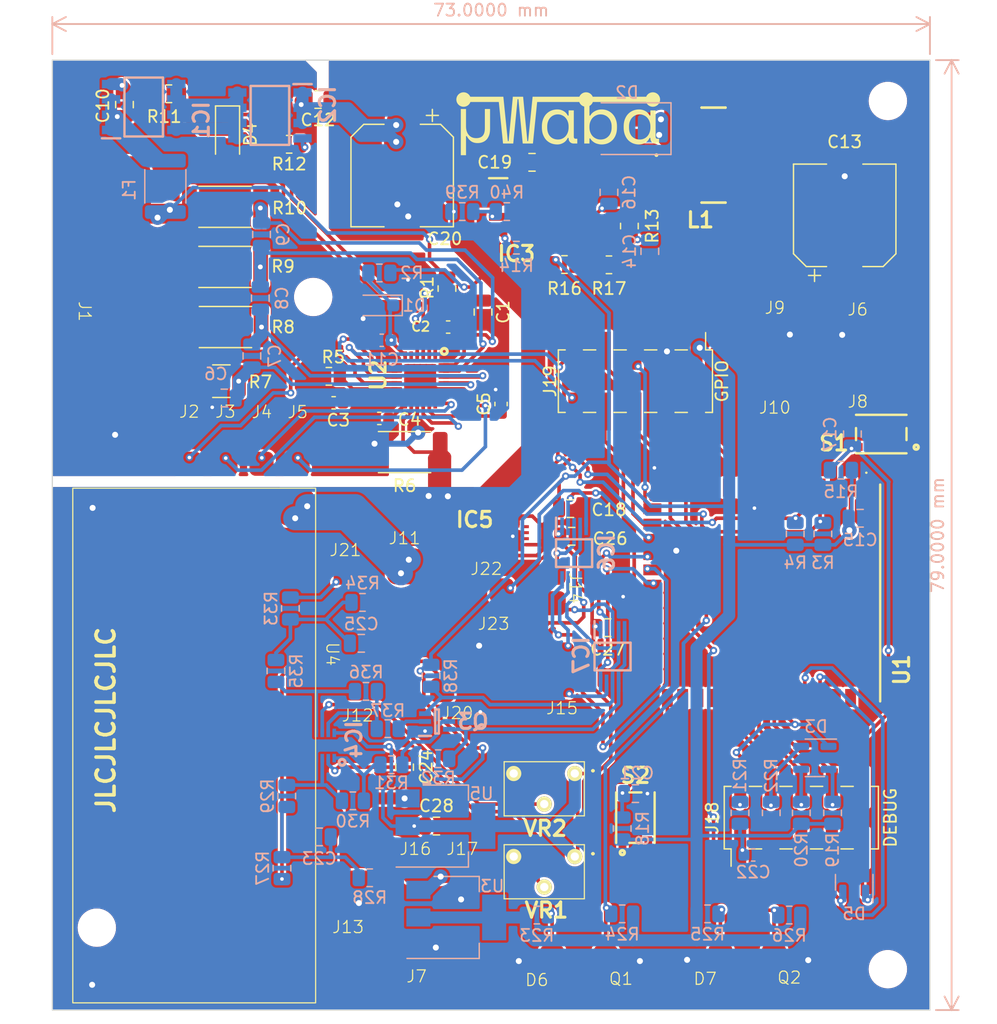
<source format=kicad_pcb>
(kicad_pcb (version 20221018) (generator pcbnew)
  (layers (0 "F.Cu" signal) (31 "B.Cu" signal) (34 "B.Paste" user) (35 "F.Paste" user) (36 "B.SilkS" user "B.Silkscreen") (37 "F.SilkS" user "F.Silkscreen") (38 "B.Mask" user) (39 "F.Mask" user) (44 "Edge.Cuts" user))
  (net 0 "")
  (net 1 "Net-(U2-IN)")
  (net 2 "BATTN")
  (net 3 "Net-(U2-CP)")
  (net 4 "Net-(U2-AOLDO)")
  (net 5 "Net-(U2-REG3)")
  (net 6 "Net-(U2-REG2)")
  (net 7 "CELL1")
  (net 8 "CELL2")
  (net 9 "CELL3")
  (net 10 "BATTS")
  (net 11 "BATTP")
  (net 12 "Net-(IC1-G)")
  (net 13 "Net-(D1-K)")
  (net 14 "BATOUT_P")
  (net 15 "BATOUT_N")
  (net 16 "+3V3")
  (net 17 "Net-(C14-Pad1)")
  (net 18 "Net-(IC3-COMP)")
  (net 19 "U1_EN")
  (net 20 "Net-(D2-K)")
  (net 21 "Net-(IC3-BOOT)")
  (net 22 "Net-(U1-IO0)")
  (net 23 "TDI")
  (net 24 "TDO")
  (net 25 "TCK")
  (net 26 "TMS")
  (net 27 "IC2_DIS")
  (net 28 "UART_TX_0")
  (net 29 "UART_RX_0")
  (net 30 "Net-(D6-A)")
  (net 31 "Net-(D7-A)")
  (net 32 "BATTP_AF")
  (net 33 "Net-(IC1-D_1)")
  (net 34 "Net-(IC2-G)")
  (net 35 "TPS54360_FB")
  (net 36 "Net-(IC3-RT{slash}CLK)")
  (net 37 "I2C_SDA_1")
  (net 38 "I2C_SCL_1")
  (net 45 "Net-(J1-Pin_2)")
  (net 46 "Net-(J1-Pin_3)")
  (net 47 "Net-(J1-Pin_4)")
  (net 48 "TH1")
  (net 49 "TH2")
  (net 50 "TH3")
  (net 51 "TH4")
  (net 52 "Vcc_LIDAR_MOTOR")
  (net 53 "UART_RX_1")
  (net 54 "UART_TX_1")
  (net 55 "UART_RX_2")
  (net 56 "UART_TX_2")
  (net 57 "BUCK3_Vcc")
  (net 58 "PWM_A")
  (net 59 "DIR_A")
  (net 60 "PWM_B")
  (net 61 "DIR_B")
  (net 63 "IO14")
  (net 64 "IO15")
  (net 65 "IO16")
  (net 66 "IO1")
  (net 67 "IO13")
  (net 68 "IO2")
  (net 69 "IR1")
  (net 70 "IR2")
  (net 71 "Net-(U2-PFAIL)")
  (net 72 "IC2_CHG")
  (net 90 "Net-(C23-Pad1)")
  (net 91 "+5V")
  (net 92 "Net-(C25-Pad1)")
  (net 93 "Net-(IC4-OUT2)")
  (net 94 "Net-(IC4-IN2-)")
  (net 95 "Net-(IC4-IN2+)")
  (net 96 "Net-(IC4-IN1+)")
  (net 97 "Net-(IC4-IN1-)")
  (net 98 "Net-(IC4-OUT1)")
  (net 99 "PWM_ESP_B")
  (net 100 "Net-(IC6-IN1)")
  (net 101 "PWM_RC_B")
  (net 102 "PWM_RC_A")
  (net 103 "PWM_ESP_A")
  (net 104 "DIR_ESP_B")
  (net 105 "DIR_RC_A")
  (net 106 "DIR_ESP_A")
  (net 107 "Net-(J20-Pin_1)")
  (net 108 "Net-(J21-Pin_1)")
  (net 109 "Net-(Q3-G1)")
  (net 110 "Net-(Q3-G2)")
  (net 111 "Net-(IC3-EN)")
  (footprint "PAD:PAD-01x02-2.54mm" (layer "F.Cu") (at 130.4 104.9 -90)
    (fp_text reference "J21")
    (fp_text value "DIR_PWM_SW2_CONTROLE")
  )
  (footprint "PAD:PAD-01x02-4mm" (layer "F.Cu") (at 131.4 119.8 90)
    (fp_text reference "J12")
    (fp_text value "BUCK3_Out")
  )
  (footprint "PAD:PAD-01x02-2.54mm" (layer "F.Cu") (at 136.2 129.7 -90)
    (fp_text reference "J16")
    (fp_text value "FAN1_Vcc")
  )
  (footprint "PAD:PAD-01x02-2.54mm" (layer "F.Cu") (at 123.4 93.3 90)
    (fp_text reference "J4")
    (fp_text value "TH1")
  )
  (footprint "Resistor_SMD:R_0805_2012Metric" (layer "F.Cu") (at 152.3 78.025)
    (fp_text reference "R17")
    (fp_text value "11.7kR")
  )
  (footprint "Resistor_SMD:R_0805_2012Metric" (layer "F.Cu") (at 148.6 78)
    (fp_text reference "R16")
    (fp_text value "36.5kR")
  )
  (footprint "Connector_PinHeader_2.54mm:PinHeader_2x05_P2.54mm_Vertical_SMD" (layer "F.Cu") (at 154.5 87.7 -90)
    (fp_text reference "J19")
    (fp_text value "GPIO")
  )
  (footprint "SRN8040-8R2Y:SRN80408R2Y" (layer "F.Cu") (at 161 68.9)
    (fp_text reference "L1")
    (fp_text value "8.2uH" hide)
  )
  (footprint "Resistor_SMD:R_0805_2012Metric" (layer "F.Cu") (at 138.825 80 -90)
    (fp_text reference "R1")
    (fp_text value "10R")
  )
  (footprint "Capacitor_SMD:C_0603_1608Metric" (layer "F.Cu") (at 143.325 89.6 90)
    (fp_text reference "C5")
    (fp_text value "0.47uF")
  )
  (footprint "3266W-1-103:3266W1103" (layer "F.Cu") (at 149.4575 120.33 180)
    (fp_text reference "VR2")
    (fp_text value "10kR" hide)
  )
  (footprint "Capacitor_SMD:C_0805_2012Metric" (layer "F.Cu") (at 137.95 124.7)
    (fp_text reference "C28")
    (fp_text value "10uF")
  )
  (footprint "Capacitor_SMD:C_0805_2012Metric" (layer "F.Cu") (at 128.1 64.275)
    (fp_text reference "C12")
    (fp_text value "0.1uF")
  )
  (footprint "MAX17320G22+:QFN50P400X400X80-25N" (layer "F.Cu") (at 136.6 87.6 -90)
    (fp_text reference "U2")
    (fp_text value "MAX17320G22+" hide)
  )
  (footprint "Capacitor_SMD:C_0805_2012Metric" (layer "F.Cu") (at 141.825 81.95 -90)
    (fp_text reference "C1")
    (fp_text value "0.1uF")
  )
  (footprint "MountingHole:MountingHole_2.7mm" (layer "F.Cu") (at 175.5 136.6)
    (fp_text reference "REF**" hide)
    (fp_text value "MountingHole_2.7mm")
  )
  (footprint "Diode_SMD:D_SOD-123" (layer "F.Cu") (at 120.575 67.175 -90)
    (fp_text reference "D4")
    (fp_text value "SD101BW-7-F")
  )
  (footprint "PAD:PAD-01x02-2.54mm" (layer "F.Cu") (at 146.3 135.6)
    (fp_text reference "D6")
    (fp_text value "DY-ITR20001")
  )
  (footprint "Resistor_SMD:R_0805_2012Metric" (layer "F.Cu") (at 154 74.8 -90)
    (fp_text reference "R13")
    (fp_text value "14.7kR")
  )
  (footprint "SKRPACE010:SMT(4.2X3.2)" (layer "F.Cu") (at 154.5 124 90)
    (fp_text reference "S2")
    (fp_text value "SKRPACE010" hide)
  )
  (footprint "Resistor_SMD:R_0805_2012Metric" (layer "F.Cu") (at 129 87.3 180)
    (fp_text reference "R5")
    (fp_text value "1kR")
  )
  (footprint "Resistor_SMD:R_2512_6332Metric" (layer "F.Cu") (at 135.3 93.6 180)
    (fp_text reference "R6")
    (fp_text value "5mR")
  )
  (footprint "PAD:PAD-01x02-2.54mm" (layer "F.Cu") (at 160.3 135.5)
    (fp_text reference "D7")
    (fp_text value "DY-ITR20001")
  )
  (footprint "ESP32-S3-WROOM-1U-N8R2:ESP32S3WROOM1UN8R2" (layer "F.Cu") (at 165.26 105.3 -90)
    (fp_text reference "U1")
    (fp_text value "ESP32-S3-WROOM-1U-N8R2" hide)
  )
  (footprint "Connector_PinHeader_2.54mm:PinHeader_2x05_P2.54mm_Vertical_SMD" (layer "F.Cu") (at 168.3 124 90)
    (fp_text reference "J18")
    (fp_text value "DEBUG")
  )
  (footprint "SKRPACE010:SMT(4.2X3.2)" (layer "F.Cu") (at 174.95 92.1 180)
    (fp_text reference "S1")
    (fp_text value "SKRPACE010" hide)
  )
  (footprint "TPS54360BDDAR:SOIC127P600X170-9N" (layer "F.Cu") (at 145.8 73.4)
    (fp_text reference "IC3")
    (fp_text value "TPS54360BDDAR" hide)
  )
  (footprint "PAD:PAD-01x02-2.54mm" (layer "F.Cu") (at 167.3 135.5)
    (fp_text reference "Q2")
    (fp_text value "DY-ITR20001")
  )
  (footprint "PAD:PAD-01x02-2.54mm" (layer "F.Cu") (at 142.1 105.1 180)
    (fp_text reference "J22")
    (fp_text value "PWM_RC_A")
  )
  (footprint "PAD:PAD-01x02-4mm" (layer "F.Cu") (at 135.35 105.1 -90)
    (fp_text reference "J11")
    (fp_text value "BUCK3_In")
  )
  (footprint "MountingHole:MountingHole_2.7mm" (layer "F.Cu") (at 127.7 80.7)
    (fp_text reference "REF**" hide)
    (fp_text value "MountingHole_2.7mm")
  )
  (footprint "PAD:PAD-01x02-2.54mm" (layer "F.Cu") (at 142.7 109.7 180)
    (fp_text reference "J23")
    (fp_text value "PWM_RC_B")
  )
  (footprint "Capacitor_SMD:C_0603_1608Metric" (layer "F.Cu") (at 129.4 89.5)
    (fp_text reference "C3")
    (fp_text value "0.47uF")
  )
  (footprint "Resistor_SMD:R_2512_6332Metric" (layer "F.Cu") (at 120.3625 78.2 180)
    (fp_text reference "R9")
    (fp_text value "18.7R")
  )
  (footprint "MountingHole:MountingHole_2.7mm" (layer "F.Cu") (at 109.7 133.15)
    (fp_text reference "REF**" hide)
    (fp_text value "MountingHole_2.7mm")
  )
  (footprint "PAD:PAD-01x02-2.54mm" (layer "F.Cu") (at 140.1 129.7 -90)
    (fp_text reference "J17")
    (fp_text value "FAN2_Vcc")
  )
  (footprint "PAD:PAD-01x02-2.54mm" (layer "F.Cu") (at 120.4 93.3 90)
    (fp_text reference "J3")
    (fp_text value "TH1")
  )
  (footprint "Resistor_SMD:R_0805_2012Metric" (layer "F.Cu") (at 115.7 63.8)
    (fp_text reference "R11")
    (fp_text value "100R")
  )
  (footprint "MountingHole:MountingHole_2.7mm" (layer "F.Cu") (at 175.5 64.4)
    (fp_text reference "REF**" hide)
    (fp_text value "MountingHole_2.7mm")
  )
  (footprint "PAD:PAD-01x02-2.54mm" (layer "F.Cu") (at 148.4 111.7 -90)
    (fp_text reference "J15")
    (fp_text value "PONTEH_B")
  )
  (footprint "Resistor_SMD:R_2512_6332Metric" (layer "F.Cu") (at 120.3625 73.2 180)
    (fp_text reference "R10")
    (fp_text value "18.7R")
  )
  (footprint "PAD:PAD-01x02-2.54mm" (layer "F.Cu") (at 173 83.7 180)
    (fp_text reference "J6")
    (fp_text value "LIDAR_Vcc")
  )
  (footprint "Capacitor_SMD:CP_Elec_8x10" (layer "F.Cu") (at 171.91 73.91 90)
    (fp_text reference "C13")
    (fp_text value "220uF")
  )
  (footprint "PAD:PAD-01x02-2.54mm" (layer "F.Cu") (at 173 87.5 180)
    (fp_text reference "J8")
    (fp_text value "LIDAR_UART")
  )
  (footprint "BMI323:BMI323" (layer "F.Cu") (at 144.237 100.55)
    (fp_text reference "IC5")
    (fp_text value "BMI323" hide)
  )
  (footprint "PAD:PAD-01x02-2.54mm" (layer "F.Cu") (at 153.3 135.6)
    (fp_text reference "Q1")
    (fp_text value "DY-ITR20001")
  )
  (footprint "PAD:PAD-01x02-2.54mm" (layer "F.Cu") (at 126.4 93.3 90)
    (fp_text reference "J5")
    (fp_text value "TH1")
  )
  (footprint "Capacitor_SMD:CP_Elec_8x10" (layer "F.Cu") (at 135.1 70.6 -90)
    (fp_text reference "C20")
    (fp_text value "220uF")
  )
  (footprint "PAD:PAD-01x02-2.54mm" (layer "F.Cu") (at 147.7 104.9 -90)
    (fp_text reference "J14")
    (fp_text value "PONTEH_A")
  )
  (footprint "PAD:PAD-01x05-Bateria4S" (layer "F.Cu") (at 111.2 82 -90)
    (fp_text reference "J1")
    (fp_text value "Bateria")
  )
  (footprint "PAD:PAD-01x02-2.54mm" (layer "F.Cu") (at 117.4 93.3 90)
    (fp_text reference "J2")
    (fp_text value "TH1")
  )
  (footprint "PAD:PAD-01x02-2.54mm" (layer "F.Cu") (at 139.7 113.4)
    (fp_text reference "J20")
    (fp_text value "PWM_SW1_CONTROLE")
  )
  (footprint "Resistor_SMD:R_2512_6332Metric" (layer "F.Cu") (at 120.4 83.2 180)
    (fp_text reference "R8")
    (fp_text value "18.7R")
  )
  (footprint "Resistor_SMD:R_0805_2012Metric" (layer "F.Cu") (at 125.7 68 180)
    (fp_text reference "R12")
    (fp_text value "100R")
  )
  (footprint "Capacitor_SMD:C_0805_2012Metric" (layer "F.Cu") (at 149.2 100.6)
    (fp_text reference "C26")
    (fp_text value "0.1uF")
  )
  (footprint "PAD:PAD-01x02-2.54mm" (layer "F.Cu") (at 166.1 83.8)
    (fp_text reference "J9")
    (fp_text value "GPS_Vcc")
  )
  (footprint "PAD:PAD-01x02-4mm" (layer "F.Cu") (at 136.3 134.9)
    (fp_text reference "J7")
    (fp_text value "LIDAR_Vcc_Motor")
  )
  (footprint "Capacitor_SMD:C_0805_2012Metric" (layer "F.Cu") (at 145.9 69.5 180)
    (fp_text reference "C19")
    (fp_text value "0.1uF")
  )
  (footprint "Capacitor_SMD:C_0805_2012Metric" (layer "F.Cu") (at 135.3 119.8 -90)
    (fp_text reference "C24")
    (fp_text value "0.1uF")
  )
  (footprint "Capacitor_SMD:C_0805_2012Metric" (layer "F.Cu") (at 149.1 98.3)
    (fp_text reference "C18")
    (fp_text value "0.1uF")
  )
  (footprint "3266W-1-103:3266W1103" (layer "F.Cu") (at 149.4575 127.23 180)
    (fp_text reference "VR1")
    (fp_text value "10kR" hide)
  )
  (footprint "Capacitor_SMD:C_0805_2012Metric" (layer "F.Cu") (at 112 64.7 90)
    (fp_text reference "C10")
    (fp_text value "0.1uF")
  )
  (footprint "PAD:PAD-01x02-2.54mm" (layer "F.Cu") (at 166.1 87.7 180)
    (fp_text reference "J10")
    (fp_text value "GPS_UART")
  )
  (footprint "Capacitor_SMD:C_0603_1608Metric" (layer "F.Cu") (at 138.925 83.2 180)
    (fp_text reference "C2")
    (fp_text value "0.47uF")
  )
  (footprint "Capacitor_SMD:C_0805_2012Metric" (layer "F.Cu") (at 152.2 108.2)
    (fp_text reference "C27")
    (fp_text value "0.1uF")
  )
  (footprint "Resistor_SMD:R_1210_3225Metric" (layer "F.Cu") (at 120.0625 87.7 180)
    (fp_text reference "R7")
    (fp_text value "38.3R")
  )
  (footprint "PAD:PAD-01x02-4mm" (layer "F.Cu") (at 131.4 128.7 -90)
    (fp_text reference "J13")
    (fp_text value "PONTEH_Vcc")
  )
  (footprint "Capacitor_SMD:C_0603_1608Metric" (layer "F.Cu") (at 133.2 90.8 180)
    (fp_text reference "C4")
    (fp_text value "0.47uF")
  )
  (footprint "LM2596-Modulo:LM2596-Modulo" (layer "F.Cu") (at 117.8 118 -90)
    (fp_text reference "U4")
    (fp_text value "~")
  )
  (footprint "Capacitor_SMD:C_0805_2012Metric" (layer "B.Cu") (at 173.193185 99.1 180)
    (fp_text reference "C15")
    (fp_text value "0.1uF")
  )
  (footprint "Capacitor_SMD:C_0805_2012Metric" (layer "B.Cu") (at 155.7 76.9 -90)
    (fp_text reference "C14")
    (fp_text value "10nF")
  )
  (footprint "Resistor_SMD:R_0805_2012Metric" (layer "B.Cu") (at 133.2 78.7)
    (fp_text reference "R2")
    (fp_text value "1kR")
  )
  (footprint "Resistor_SMD:R_0805_2012Metric" (layer "B.Cu") (at 131.8 106.1)
    (fp_text reference "R34")
    (fp_text value "10kR")
  )
  (footprint "BSS84DW-7-F:SOT65P210X100-6N" (layer "B.Cu") (at 138 116)
    (fp_text reference "Q3")
    (fp_text value "BSS84DW-7-F" hide)
  )
  (footprint "Capacitor_SMD:C_0805_2012Metric" (layer "B.Cu") (at 123.3 80.8 -90)
    (fp_text reference "C8")
    (fp_text value "0.1uF")
  )
  (footprint "Resistor_SMD:R_0805_2012Metric" (layer "B.Cu") (at 170.9 123.6 90)
    (fp_text reference "R19")
    (fp_text value "10kR")
  )
  (footprint "Resistor_SMD:R_0805_2012Metric" (layer "B.Cu") (at 167.3 132.1 180)
    (fp_text reference "R26")
    (fp_text value "10kR")
  )
  (footprint "Resistor_SMD:R_0805_2012Metric" (layer "B.Cu") (at 125.5 122.2 -90)
    (fp_text reference "R29")
    (fp_text value "1kR")
  )
  (footprint "Resistor_SMD:R_0805_2012Metric" (layer "B.Cu") (at 165.8 123.6 90)
    (fp_text reference "R22")
    (fp_text value "10kR")
  )
  (footprint "IRF8714TRPBF:SOIC127P600X175-8N" (layer "B.Cu") (at 113.6 64.9)
    (fp_text reference "IC1")
    (fp_text value "IRF8714TRPBF" hide)
  )
  (footprint "Capacitor_SMD:C_0805_2012Metric" (layer "B.Cu") (at 172.55 92.1 90)
    (fp_text reference "C17")
    (fp_text value "1uF")
  )
  (footprint "Resistor_SMD:R_0805_2012Metric" (layer "B.Cu") (at 171.593185 95.1 180)
    (fp_text reference "R15")
    (fp_text value "10kR")
  )
  (footprint "Resistor_SMD:R_0805_2012Metric" (layer "B.Cu") (at 160.5 132)
    (fp_text reference "R25")
    (fp_text value "120R")
  )
  (footprint "Capacitor_SMD:C_0805_2012Metric" (layer "B.Cu") (at 123.4 75.5 -90)
    (fp_text reference "C9")
    (fp_text value "0.1uF")
  )
  (footprint "Capacitor_SMD:C_0805_2012Metric" (layer "B.Cu") (at 120.3 89.1 180)
    (fp_text reference "C6")
    (fp_text value "0.1uF")
  )
  (footprint "Resistor_SMD:R_0805_2012Metric" (layer "B.Cu") (at 125.1 128.2 90)
    (fp_text reference "R27")
    (fp_text value "10kR")
  )
  (footprint "Resistor_SMD:R_0805_2012Metric" (layer "B.Cu") (at 124.6 111.8 90)
    (fp_text reference "R35")
    (fp_text value "1kR")
  )
  (footprint "Resistor_SMD:R_0603_1608Metric" (layer "B.Cu") (at 144.6 76.6)
    (fp_text reference "R14")
    (fp_text value "147kR")
  )
  (footprint "Resistor_SMD:R_0805_2012Metric" (layer "B.Cu") (at 146.3 132.1)
    (fp_text reference "R23")
    (fp_text value "120R")
  )
  (footprint "Package_TO_SOT_SMD:SOT-23-5" (layer "B.Cu") (at 169.425 119.025 180)
    (fp_text reference "D3")
    (fp_text value "TPSP0504BAHTG")
  )
  (footprint "Resistor_SMD:R_0805_2012Metric" (layer "B.Cu") (at 140.1 73.6)
    (fp_text reference "R39")
    (fp_text value "R")
  )
  (footprint "Resistor_SMD:R_0805_2012Metric" (layer "B.Cu") (at 134.2 119.6)
    (fp_text reference "R31")
    (fp_text value "510R")
  )
  (footprint "Resistor_SMD:R_0805_2012Metric" (layer "B.Cu") (at 125.8 106.6 -90)
    (fp_text reference "R33")
    (fp_text value "10kR")
  )
  (footprint "Fuse:Fuse_1812_4532Metric" (layer "B.Cu") (at 115.4 71.5 -90)
    (fp_text reference "F1")
    (fp_text value "BSMD1812")
  )
  (footprint "IRF8714TRPBF:SOIC127P600X175-8N" (layer "B.Cu") (at 124.1 65.6 180)
    (fp_text reference "IC2")
    (fp_text value "IRF8714TRPBF" hide)
  )
  (footprint "Package_TO_SOT_SMD:SOT-23" (layer "B.Cu") (at 172.7 129.375 90)
    (fp_text reference "D5")
    (fp_text value "PESD12VS2UT")
  )
  (footprint "Capacitor_SMD:C_0805_2012Metric" (layer "B.Cu") (at 152.3 72 90)
    (fp_text reference "C16")
    (fp_text value "8.2pF")
  )
  (footprint "LM358QT:SON50P200X200X60-9N-D" (layer "B.Cu") (at 128.7 118 90)
    (fp_text reference "IC4")
    (fp_text value "LM358QT" hide)
  )
  (footprint "Resistor_SMD:R_0805_2012Metric" (layer "B.Cu") (at 133.9 116.6)
    (fp_text reference "R37")
    (fp_text value "510R")
  )
  (footprint "Package_TO_SOT_SMD:SOT-223-3_TabPin2" (layer "B.Cu") (at 138.7 124.7)
    (fp_text reference "U5")
    (fp_text value "AMS1117-5.0")
  )
  (footprint "Resistor_SMD:R_0805_2012Metric" (layer "B.Cu") (at 168.3 123.6 90)
    (fp_text reference "R20")
    (fp_text value "10kR")
  )
  (footprint "Resistor_SMD:R_0805_2012Metric" (layer "B.Cu") (at 153.4 132 180)
    (fp_text reference "R24")
    (fp_text value "10kR")
  )
  (footprint "Capacitor_SMD:C_0603_1608Metric" (layer "B.Cu") (at 133.4 84.3 180)
    (fp_text reference "C11")
    (fp_text value "0.01uF")
  )
  (footprint "Capacitor_SMD:C_0603_1608Metric" (layer "B.Cu") (at 164.3 127.1)
    (fp_text reference "C22")
    (fp_text value "0.01uF")
  )
  (footprint "Resistor_SMD:R_0805_2012Metric" (layer "B.Cu") (at 137.5 112.2 90)
    (fp_text reference "R38")
    (fp_text value "1kR")
  )
  (footprint "Resistor_SMD:R_0805_2012Metric" (layer "B.Cu") (at 170.093185 100.4 -90)
    (fp_text reference "R3")
    (fp_text value "4.7kR")
  )
  (footprint "Resistor_SMD:R_0805_2012Metric" (layer "B.Cu") (at 138.1 119.1 180)
    (fp_text reference "R32")
    (fp_text value "1kR")
  )
  (footprint "Resistor_SMD:R_0805_2012Metric" (layer "B.Cu") (at 143.8 73.6)
    (fp_text reference "R40")
    (fp_text value "R")
  )
  (footprint "Capacitor_SMD:C_0805_2012Metric" (layer "B.Cu") (at 154.5 122)
    (fp_text reference "C21")
    (fp_text value "1uF")
  )
  (footprint "Resistor_SMD:R_0805_2012Metric" (layer "B.Cu") (at 153.4 124.9 90)
    (fp_text reference "R18")
    (fp_text value "10kR")
  )
  (footprint "ADG884BRMZ-REEL7:SOP50P490X110-10N" (layer "B.Cu") (at 149.4 102 -90)
    (fp_text reference "IC6")
    (fp_text value "ADG884BRMZ-REEL7" hide)
  )
  (footprint "Diode_SMD:D_SMB" (layer "B.Cu") (at 153.8 66.7 180)
    (fp_text reference "D2")
    (fp_text value "0.7v")
  )
  (footprint "ADG884BRMZ-REEL7:SOP50P490X110-10N" (layer "B.Cu") (at 152.6 110.6 -90)
    (fp_text reference "IC7")
    (fp_text value "ADG884BRMZ-REEL7" hide)
  )
  (footprint "Package_TO_SOT_SMD:SOT-223-3_TabPin2" (layer "B.Cu") (at 139.6 132.3)
    (fp_text reference "U3")
    (fp_text value "AMS1117-3.3")
  )
  (footprint "Resistor_SMD:R_0805_2012Metric" (layer "B.Cu") (at 131 122.6 180)
    (fp_text reference "R30")
    (fp_text value "220kR")
  )
  (footprint "Resistor_SMD:R_0805_2012Metric" (layer "B.Cu") (at 163.2 123.6 90)
    (fp_text reference "R21")
    (fp_text value "10kR")
  )
  (footprint "Resistor_SMD:R_0805_2012Metric" (layer "B.Cu") (at 132.0865 113.499 180)
    (fp_text reference "R36")
    (fp_text value "220kR")
  )
  (footprint "Capacitor_SMD:C_0805_2012Metric" (layer "B.Cu") (at 131.7 109.5)
    (fp_text reference "C25")
    (fp_text value "10uF")
  )
  (footprint "Resistor_SMD:R_0805_2012Metric" (layer "B.Cu") (at 132.4 129)
    (fp_text reference "R28")
    (fp_text value "10kR")
  )
  (footprint "Capacitor_SMD:C_0805_2012Metric" (layer "B.Cu") (at 128.2 125.6 180)
    (fp_text reference "C23")
    (fp_text value "10uF")
  )
  (footprint "Diode_SMD:D_SOD-323_HandSoldering" (layer "B.Cu") (at 133.1 81.4 180)
    (fp_text reference "D1")
    (fp_text value "SD103AWS")
  )
  (footprint "Resistor_SMD:R_0805_2012Metric" (layer "B.Cu") (at 167.793185 100.4 -90)
    (fp_text reference "R4")
    (fp_text value "4.7kR")
  )
  (footprint "Capacitor_SMD:C_0805_2012Metric" (layer "B.Cu") (at 122.6 85.6 -90)
    (fp_text reference "C7")
    (fp_text value "0.1uF")
  )
  (gr_poly (pts (xy 140.41 66.5) (xy 140.41089 66.555562) (xy 140.413559 66.609736) (xy 140.418009 66.66252) (xy 140.424238 66.713916) (xy 140.432246 66.763922) (xy 140.442035 66.812539) (xy 140.453603 66.859767) (xy 140.466951 66.905606) (xy 140.482079 66.950056) (xy 140.498986 66.993117) (xy 140.517673 67.034789) (xy 140.53814 67.075072) (xy 140.560386 67.113965) (xy 140.584412 67.15147) (xy 140.610218 67.187586) (xy 140.637803 67.222312) (xy 140.666257 67.254608) (xy 140.696057 67.28482) (xy 140.727203 67.312949) (xy 140.759694 67.338994) (xy 140.79353 67.362955) (xy 140.828713 67.384833) (xy 140.865241 67.404627) (xy 140.903114 67.422337) (xy 140.942334 67.437964) (xy 140.982899 67.451508) (xy 141.024809 67.462967) (xy 141.068065 67.472344) (xy 141.112667 67.479636) (xy 141.158615 67.484845) (xy 141.205908 67.48797) (xy 141.254547 67.489012) (xy 141.299648 67.488231) (xy 141.343273 67.485887) (xy 141.385423 67.48198) (xy 141.426096 67.476511) (xy 141.465294 67.469479) (xy 141.503016 67.460884) (xy 141.539261 67.450726) (xy 141.574031 67.439006) (xy 141.607326 67.425723) (xy 141.639144 67.410877) (xy 141.669486 67.394469) (xy 141.698353 67.376498) (xy 141.725743 67.356964) (xy 141.751658 67.335868) (xy 141.776097 67.313209) (xy 141.79906 67.288987) (xy 141.82059 67.263073) (xy 141.840731 67.235335) (xy 141.859484 67.205774) (xy 141.876847 67.17439) (xy 141.892821 67.141182) (xy 141.907406 67.106152) (xy 141.920603 67.069298) (xy 141.93241 67.030622) (xy 141.942828 66.990122) (xy 141.951856 66.947799) (xy 141.959496 66.903653) (xy 141.965747 66.857683) (xy 141.970609 66.809891) (xy 141.974081 66.760275) (xy 141.976165 66.708837) (xy 141.97686 66.655575) (xy 141.97686 65.066487) (xy 142.410247 65.066487) (xy 142.410247 66.711137) (xy 142.409119 66.783629) (xy 142.405733 66.853864) (xy 142.40009 66.921841) (xy 142.392189 66.987561) (xy 142.382032 67.051024) (xy 142.369617 67.112229) (xy 142.354945 67.171177) (xy 142.338016 67.227868) (xy 142.328075 67.255367) (xy 142.317701 67.282302) (xy 142.306892 67.308673) (xy 142.295649 67.334479) (xy 142.283973 67.359721) (xy 142.271862 67.384398) (xy 142.259317 67.408512) (xy 142.246338 67.432061) (xy 142.232925 67.455045) (xy 142.219077 67.477466) (xy 142.204796 67.499322) (xy 142.190081 67.520613) (xy 142.174931 67.541341) (xy 142.159348 67.561504) (xy 142.14333 67.581103) (xy 142.126878 67.600137) (xy 142.10932 67.618586) (xy 142.09137 67.636426) (xy 142.07303 67.65366) (xy 142.0543 67.670285) (xy 142.035178 67.686303) (xy 142.015666 67.701712) (xy 141.995764 67.716515) (xy 141.97547 67.730709) (xy 141.954786 67.744296) (xy 141.933712 67.757275) (xy 141.912246 67.769646) (xy 141.89039 67.78141) (xy 141.868144 67.792566) (xy 141.845506 67.803114) (xy 141.822478 67.813054) (xy 141.79906 67.822387) (xy 141.774621 67.831807) (xy 141.749922 67.840619) (xy 141.724962 67.848823) (xy 141.699742 67.856419) (xy 141.674261 67.863408) (xy 141.64852 67.869789) (xy 141.622518 67.875562) (xy 141.596256 67.880728) (xy 141.569734 67.885286) (xy 141.542951 67.889236) (xy 141.515908 67.892578) (xy 141.488604 67.895313) (xy 141.46104 67.89744) (xy 141.433215 67.898959) (xy 141.40513 67.899871) (xy 141.376785 67.900175) (xy 141.335568 67.899567) (xy 141.295264 67.897744) (xy 141.255871 67.894705) (xy 141.21739 67.890451) (xy 141.17982 67.884982) (xy 141.143162 67.878297) (xy 141.107415 67.870397) (xy 141.07258 67.861281) (xy 141.038656 67.85095) (xy 141.005644 67.839403) (xy 140.973544 67.826641) (xy 140.942355 67.812664) (xy 140.912078 67.797471) (xy 140.882712 67.781063) (xy 140.854258 67.763439) (xy 140.826716 67.7446) (xy 140.799955 67.724719) (xy 140.773845 67.70397) (xy 140.748386 67.682352) (xy 140.723578 67.659867) (xy 140.699421 67.636513) (xy 140.675916 67.612292) (xy 140.653062 67.587202) (xy 140.630858 67.561243) (xy 140.609306 67.534417) (xy 140.588405 67.506723) (xy 140.568156 67.47816) (xy 140.548557 67.448729) (xy 140.52961 67.418431) (xy 140.511314 67.387263) (xy 140.493669 67.355228) (xy 140.476675 67.322325) (xy 140.41 67.322325) (xy 140.41 68.90956) (xy 139.976612 68.90956) (xy 139.976612 65.066487) (xy 140.41 65.066487)) (fill solid) (layer "F.SilkS"))
  (gr_poly (pts (xy 155.981804 63.678208) (xy 156.012373 63.680533) (xy 156.042498 63.684361) (xy 156.07214 63.689654) (xy 156.101263 63.696375) (xy 156.129827 63.704486) (xy 156.157795 63.71395) (xy 156.18513 63.724727) (xy 156.211793 63.736782) (xy 156.237747 63.750074) (xy 156.262954 63.764568) (xy 156.287376 63.780225) (xy 156.310976 63.797007) (xy 156.333714 63.814876) (xy 156.355555 63.833795) (xy 156.376459 63.853725) (xy 156.396389 63.87463) (xy 156.415308 63.896471) (xy 156.433177 63.91921) (xy 156.449958 63.942809) (xy 156.465614 63.967231) (xy 156.480108 63.992438) (xy 156.4934 64.018392) (xy 156.505454 64.045055) (xy 156.516231 64.072389) (xy 156.525694 64.100357) (xy 156.533805 64.128921) (xy 156.540526 64.158043) (xy 156.545819 64.187685) (xy 156.549647 64.217809) (xy 156.551971 64.248377) (xy 156.552754 64.279352) (xy 156.551971 64.310328) (xy 156.549647 64.340896) (xy 156.545819 64.371021) (xy 156.540526 64.400663) (xy 156.533805 64.429785) (xy 156.525694 64.458348) (xy 156.516231 64.486317) (xy 156.505454 64.513651) (xy 156.4934 64.540314) (xy 156.480108 64.566268) (xy 156.465614 64.591475) (xy 156.449958 64.615897) (xy 156.433177 64.639497) (xy 156.415308 64.662235) (xy 156.396389 64.684076) (xy 156.376459 64.70498) (xy 156.355555 64.724911) (xy 156.333714 64.74383) (xy 156.310976 64.761699) (xy 156.287376 64.778481) (xy 156.262954 64.794137) (xy 156.237747 64.808631) (xy 156.211793 64.821923) (xy 156.18513 64.833977) (xy 156.157795 64.844755) (xy 156.129827 64.854218) (xy 156.101263 64.862329) (xy 156.07214 64.86905) (xy 156.042498 64.874344) (xy 156.012373 64.878171) (xy 155.981804 64.880496) (xy 155.950827 64.881279) (xy 155.902377 64.879358) (xy 155.854982 64.873692) (xy 155.80879 64.864427) (xy 155.763945 64.851711) (xy 155.720596 64.835688) (xy 155.678888 64.816505) (xy 155.638968 64.79431) (xy 155.600981 64.769247) (xy 155.565075 64.741463) (xy 155.531395 64.711104) (xy 155.500089 64.678318) (xy 155.471302 64.643249) (xy 155.44518 64.606045) (xy 155.421871 64.566851) (xy 155.401521 64.525815) (xy 155.384275 64.483081) (xy 150.96113 64.483081) (xy 150.951021 64.509241) (xy 150.939747 64.534795) (xy 150.92734 64.559711) (xy 150.913833 64.583956) (xy 150.899257 64.607497) (xy 150.883647 64.630302) (xy 150.867033 64.652337) (xy 150.84945 64.67357) (xy 150.830929 64.693969) (xy 150.811502 64.713499) (xy 150.791204 64.732129) (xy 150.770065 64.749825) (xy 150.748119 64.766556) (xy 150.725398 64.782287) (xy 150.701934 64.796987) (xy 150.677761 64.810622) (xy 150.677761 65.614704) (xy 150.744437 65.614704) (xy 150.762929 65.583928) (xy 150.782289 65.554106) (xy 150.802517 65.52524) (xy 150.823613 65.497328) (xy 150.845578 65.470372) (xy 150.868411 65.44437) (xy 150.892112 65.419324) (xy 150.916681 65.395232) (xy 150.942118 65.372096) (xy 150.968423 65.349914) (xy 150.995597 65.328687) (xy 151.023638 65.308416) (xy 151.052548 65.289099) (xy 151.082326 65.270737) (xy 151.112972 65.253331) (xy 151.144486 65.236879) (xy 151.176609 65.220731) (xy 151.209078 65.205625) (xy 151.241895 65.191561) (xy 151.275059 65.178538) (xy 151.30857 65.166558) (xy 151.342428 65.155619) (xy 151.376634 65.145722) (xy 151.411187 65.136867) (xy 151.446087 65.129053) (xy 151.481334 65.122281) (xy 151.516929 65.116552) (xy 151.552871 65.111863) (xy 151.58916 65.108217) (xy 151.625797 65.105613) (xy 151.662781 65.10405) (xy 151.700112 65.103529) (xy 151.731952 65.103898) (xy 151.763575 65.105005) (xy 151.79498 65.10685) (xy 151.826169 65.109433) (xy 151.857141 65.112753) (xy 151.887895 65.116812) (xy 151.918433 65.121609) (xy 151.948753 65.127143) (xy 151.978857 65.133416) (xy 152.008743 65.140426) (xy 152.038413 65.148174) (xy 152.067865 65.156661) (xy 152.097101 65.165885) (xy 152.126119 65.175847) (xy 152.154921 65.186547) (xy 152.183505 65.197985) (xy 152.211763 65.210118) (xy 152.239588 65.222902) (xy 152.266979 65.236337) (xy 152.293935 65.250422) (xy 152.320457 65.26516) (xy 152.346546 65.280548) (xy 152.3722 65.296587) (xy 152.39742 65.313278) (xy 152.422206 65.330619) (xy 152.446558 65.348612) (xy 152.470476 65.367256) (xy 152.49396 65.386551) (xy 152.51701 65.406497) (xy 152.539626 65.427094) (xy 152.561808 65.448342) (xy 152.583555 65.470242) (xy 152.605476 65.492792) (xy 152.62679 65.515994) (xy 152.647495 65.539847) (xy 152.667593 65.564351) (xy 152.687084 65.589506) (xy 152.705966 65.615312) (xy 152.724241 65.641769) (xy 152.741908 65.668877) (xy 152.758968 65.696637) (xy 152.775419 65.725048) (xy 152.791263 65.754109) (xy 152.8065 65.783822) (xy 152.821128 65.814186) (xy 152.835149 65.845202) (xy 152.848563 65.876868) (xy 152.861368 65.909185) (xy 152.874152 65.94211) (xy 152.886111 65.9756) (xy 152.897245 66.009654) (xy 152.907554 66.044272) (xy 152.917039 66.079454) (xy 152.925699 66.115201) (xy 152.933534 66.151512) (xy 152.940544 66.188387) (xy 152.94673 66.225826) (xy 152.952091 66.26383) (xy 152.956627 66.302398) (xy 152.960339 66.341531) (xy 152.963225 66.381228) (xy 152.965287 66.421489) (xy 152.966524 66.462314) (xy 152.966937 66.503704) (xy 152.966937 66.614829) (xy 152.965374 66.698346) (xy 152.960686 66.779433) (xy 152.952872 66.858089) (xy 152.947793 66.896505) (xy 152.941933 66.934313) (xy 152.935292 66.971514) (xy 152.927869 67.008107) (xy 152.919665 67.044093) (xy 152.910679 67.07947) (xy 152.900912 67.11424) (xy 152.890364 67.148403) (xy 152.879035 67.181957) (xy 152.866924 67.214904) (xy 152.854118 67.247222) (xy 152.840705 67.278888) (xy 152.826684 67.309903) (xy 152.812055 67.340267) (xy 152.796819 67.36998) (xy 152.780975 67.399042) (xy 152.764523 67.427452) (xy 152.747464 67.455212) (xy 152.729797 67.48232) (xy 152.711522 67.508777) (xy 152.692639 67.534584) (xy 152.673149 67.559739) (xy 152.653051 67.584243) (xy 152.632345 67.608095) (xy 152.611032 67.631297) (xy 152.589111 67.653847) (xy 152.567342 67.675747) (xy 152.545095 67.696995) (xy 152.522371 67.717593) (xy 152.499169 67.737539) (xy 152.47549 67.756834) (xy 152.451333 67.775478) (xy 152.426699 67.79347) (xy 152.401588 67.810812) (xy 152.375999 67.827502) (xy 152.349932 67.843542) (xy 152.323388 67.85893) (xy 152.296366 67.873667) (xy 152.268867 67.887753) (xy 152.240891 67.901188) (xy 152.212436 67.913971) (xy 152.183505 67.926104) (xy 152.154226 67.936869) (xy 152.12473 67.94694) (xy 152.095017 67.956316) (xy 152.065087 67.964998) (xy 152.03494 67.972985) (xy 152.004576 67.980277) (xy 151.973995 67.986875) (xy 151.943197 67.992779) (xy 151.912182 67.997988) (xy 151.88095 68.002502) (xy 151.8495 68.006322) (xy 151.817834 68.009448) (xy 151.785951 68.011879) (xy 151.75385 68.013615) (xy 151.721533 68.014657) (xy 151.688998 68.015004) (xy 151.655574 68.014483) (xy 151.621976 68.01292) (xy 151.588205 68.010316) (xy 151.55426 68.00667) (xy 151.520141 68.001981) (xy 151.485848 67.996252) (xy 151.451382 67.98948) (xy 151.416742 67.981666) (xy 151.382189 67.9742) (xy 151.347984 67.965692) (xy 151.314125 67.956142) (xy 151.280614 67.945551) (xy 151.247451 67.933917) (xy 151.214634 67.921242) (xy 151.182164 67.907525) (xy 151.150042 67.892766) (xy 151.119743 67.87575) (xy 151.089966 67.85804) (xy 151.060708 67.839635) (xy 151.031972 67.820535) (xy 151.003757 67.800741) (xy 150.976062 67.780252) (xy 150.948888 67.759069) (xy 150.922236 67.737191) (xy 150.90917 67.725254) (xy 150.896365 67.713057) (xy 150.88382 67.700598) (xy 150.871535 67.68788) (xy 150.859511 67.674901) (xy 150.847748 67.661661) (xy 150.836245 67.648161) (xy 150.825002 67.634401) (xy 150.81402 67.62038) (xy 150.803298 67.606099) (xy 150.792836 67.591557) (xy 150.782635 67.576755) (xy 150.772695 67.561692) (xy 150.763015 67.546369) (xy 150.753596 67.530785) (xy 150.744437 67.514941) (xy 150.677761 67.514941) (xy 150.677761 67.937216) (xy 150.244374 67.937216) (xy 150.244374 66.592604) (xy 150.677761 66.592604) (xy 150.678044 66.620928) (xy 150.67889 66.648948) (xy 150.680301 66.676664) (xy 150.682276 66.704076) (xy 150.684815 66.731185) (xy 150.687919 66.757989) (xy 150.691587 66.78449) (xy 150.695819 66.810687) (xy 150.700616 66.83658) (xy 150.705977 66.862169) (xy 150.711902 66.887454) (xy 150.718391 66.912436) (xy 150.725445 66.937113) (xy 150.733063 66.961487) (xy 150.741246 66.985557) (xy 150.749992 67.009323) (xy 150.759216 67.032047) (xy 150.768831 67.05438) (xy 150.778837 67.076323) (xy 150.789233 67.097875) (xy 150.80002 67.119037) (xy 150.811198 67.139808) (xy 150.822767 67.160188) (xy 150.834726 67.180177) (xy 150.847075 67.199776) (xy 150.859816 67.218984) (xy 150.872947 67.237802) (xy 150.886468 67.256229) (xy 150.900381 67.274265) (xy 150.914684 67.29191) (xy 150.929377 67.309165) (xy 150.944462 67.326029) (xy 150.960588 67.342459) (xy 150.977018 67.358412) (xy 150.993752 67.373887) (xy 151.010789 67.388884) (xy 151.028131 67.403404) (xy 151.045776 67.417447) (xy 151.063725 67.431012) (xy 151.081979 67.444099) (xy 151.100535 67.456709) (xy 151.119396 67.468842) (xy 151.138561 67.480497) (xy 151.15803 67.491675) (xy 151.177802 67.502375) (xy 151.197878 67.512597) (xy 151.218258 67.522342) (xy 151.238943 67.53161) (xy 151.259887 67.540357) (xy 151.281049 67.548539) (xy 151.302427 67.556157) (xy 151.324023 67.563211) (xy 151.345835 67.569701) (xy 151.367865 67.575626) (xy 151.390112 67.580987) (xy 151.412575 67.585784) (xy 151.435256 67.590016) (xy 151.458154 67.593684) (xy 151.481269 67.596788) (xy 151.504601 67.599327) (xy 151.52815 67.601302) (xy 151.551916 67.602713) (xy 151.575899 67.603559) (xy 151.600099 67.603842) (xy 151.624972 67.603581) (xy 151.649584 67.6028) (xy 151.673936 67.601498) (xy 151.698027 67.599674) (xy 151.721858 67.59733) (xy 151.745429 67.594465) (xy 151.768739 67.59108) (xy 151.791789 67.587173) (xy 151.814578 67.582745) (xy 151.837107 67.577797) (xy 151.859375 67.572327) (xy 151.881383 67.566337) (xy 151.903131 67.559826) (xy 151.924618 67.552793) (xy 151.945845 67.54524) (xy 151.966811 67.537167) (xy 151.987473 67.527921) (xy 152.007788 67.518241) (xy 152.027756 67.508126) (xy 152.047377 67.497578) (xy 152.06665 67.486596) (xy 152.085576 67.47518) (xy 152.104155 67.463329) (xy 152.122386 67.451045) (xy 152.140271 67.438326) (xy 152.157808 67.425173) (xy 152.174997 67.411587) (xy 152.19184 67.397566) (xy 152.208335 67.383111) (xy 152.224483 67.368222) (xy 152.240284 67.352899) (xy 152.255738 67.337142) (xy 152.271473 67.32095) (xy 152.286731 67.304325) (xy 152.301511 67.287265) (xy 152.315814 67.269772) (xy 152.32964 67.251844) (xy 152.342988 67.233483) (xy 152.355858 67.214687) (xy 152.368251 67.195457) (xy 152.380167 67.175793) (xy 152.391605 67.155695) (xy 152.402565 67.135163) (xy 152.413048 67.114197) (xy 152.423054 67.092797) (xy 152.432582 67.070962) (xy 152.441632 67.048694) (xy 152.450205 67.025992) (xy 152.458952 67.002898) (xy 152.467135 66.979458) (xy 152.474753 66.95567) (xy 152.481807 66.931535) (xy 152.488296 66.907053) (xy 152.494221 66.882224) (xy 152.499582 66.857047) (xy 152.504379 66.831523) (xy 152.508611 66.805651) (xy 152.512279 66.779433) (xy 152.515383 66.752867) (xy 152.517922 66.725954) (xy 152.519897 66.698694) (xy 152.521308 66.671086) (xy 152.522437 66.614829) (xy 152.522437 66.503704) (xy 152.522154 66.476096) (xy 152.521308 66.448836) (xy 152.519897 66.421923) (xy 152.517922 66.395357) (xy 152.515383 66.369139) (xy 152.512279 66.343267) (xy 152.508611 66.317743) (xy 152.504379 66.292567) (xy 152.499582 66.267737) (xy 152.494221 66.243255) (xy 152.488296 66.21912) (xy 152.481807 66.195332) (xy 152.474753 66.171892) (xy 152.467135 66.148799) (xy 152.458952 66.126053) (xy 152.450205 66.103654) (xy 152.441632 66.080952) (xy 152.432582 66.058683) (xy 152.423054 66.036849) (xy 152.413048 66.015449) (xy 152.402565 65.994482) (xy 152.391605 65.97395) (xy 152.380167 65.953852) (xy 152.368251 65.934188) (xy 152.355858 65.914959) (xy 152.342988 65.896163) (xy 152.32964 65.877801) (xy 152.315814 65.859874) (xy 152.301511 65.84238) (xy 152.286731 65.825321) (xy 152.271473 65.808695) (xy 152.255738 65.792504) (xy 152.240262 65.776074) (xy 152.224396 65.760122) (xy 152.20814 65.744647) (xy 152.191493 65.729649) (xy 152.174455 65.715129) (xy 152.157026 65.701086) (xy 152.139207 65.687521) (xy 152.120997 65.674434) (xy 152.102397 65.661824) (xy 152.083406 65.649691) (xy 152.064024 65.638036) (xy 152.044252 65.626858) (xy 152.024089 65.616158) (xy 152.003535 65.605936) (xy 151.982591 65.596191) (xy 151.961255 65.586923) (xy 151.940311 65.578176) (xy 151.919149 65.569994) (xy 151.897771 65.562376) (xy 151.876175 65.555322) (xy 151.854362 65.548832) (xy 151.832333 65.542907) (xy 151.810086 65.537546) (xy 151.787622 65.532749) (xy 151.764941 65.528517) (xy 151.742044 65.524849) (xy 151.718929 65.521745) (xy 151.695597 65.519206) (xy 151.672048 65.517231) (xy 151.648282 65.51582) (xy 151.624299 65.514974) (xy 151.600099 65.514692) (xy 151.575899 65.514995) (xy 151.551916 65.515907) (xy 151.52815 65.517426) (xy 151.504601 65.519553) (xy 151.481269 65.522288) (xy 151.458154 65.52563) (xy 151.435256 65.529581) (xy 151.412575 65.534138) (xy 151.390112 65.539304) (xy 151.367865 65.545077) (xy 151.345835 65.551458) (xy 151.324023 65.558447) (xy 151.302427 65.566043) (xy 151.281049 65.574248) (xy 151.259887 65.583059) (xy 151.238943 65.592479) (xy 151.218258 65.601747) (xy 151.197878 65.611492) (xy 151.177802 65.621714) (xy 151.15803 65.632415) (xy 151.138561 65.643592) (xy 151.119396 65.655247) (xy 151.100535 65.66738) (xy 151.081979 65.67999) (xy 151.063725 65.693078) (xy 151.045776 65.706643) (xy 151.028131 65.720685) (xy 151.010789 65.735205) (xy 150.993752 65.750203) (xy 150.977018 65.765678) (xy 150.960588 65.78163) (xy 150.944462 65.79806) (xy 150.929377 65.814946) (xy 150.914684 65.832266) (xy 150.900381 65.85002) (xy 150.886468 65.868208) (xy 150.872947 65.88683) (xy 150.859816 65.905886) (xy 150.847075 65.925377) (xy 150.834726 65.945301) (xy 150.822767 65.965659) (xy 150.811198 65.986452) (xy 150.80002 66.007679) (xy 150.789233 66.029339) (xy 150.778837 66.051434) (xy 150.768831 66.073963) (xy 150.759216 66.096926) (xy 150.749992 66.120323) (xy 150.741246 66.143394) (xy 150.733063 66.16677) (xy 150.725445 66.190449) (xy 150.718391 66.214432) (xy 150.711902 66.238719) (xy 150.705977 66.263309) (xy 150.700616 66.288204) (xy 150.695819 66.313402) (xy 150.691587 66.338905) (xy 150.687919 66.364711) (xy 150.684815 66.390821) (xy 150.682276 66.417235) (xy 150.680301 66.443953) (xy 150.67889 66.470974) (xy 150.678044 66.4983) (xy 150.677761 66.525929) (xy 150.677761 66.592604) (xy 150.244374 66.592604) (xy 150.244374 64.862397) (xy 150.208538 64.851988) (xy 150.173658 64.839454) (xy 150.139811 64.824871) (xy 150.107071 64.808315) (xy 150.075514 64.78986) (xy 150.045215 64.769581) (xy 150.01625 64.747555) (xy 149.988694 64.723857) (xy 149.962622 64.69856) (xy 149.938111 64.671742) (xy 149.915235 64.643477) (xy 149.89407 64.61384) (xy 149.874691 64.582907) (xy 149.857174 64.550752) (xy 149.841593 64.517452) (xy 149.828026 64.483081) (xy 146.327709 64.483081) (xy 145.97736 67.937216) (xy 145.127253 67.937216) (xy 144.766097 64.247867) (xy 144.699422 64.247867) (xy 144.338266 67.937216) (xy 143.488159 67.937216) (xy 143.13781 64.483081) (xy 140.7747 64.483081) (xy 140.766469 64.504651) (xy 140.757443 64.525815) (xy 140.747642 64.546554) (xy 140.737083 64.566851) (xy 140.725785 64.586688) (xy 140.713766 64.606045) (xy 140.701044 64.624905) (xy 140.687638 64.643249) (xy 140.673566 64.66106) (xy 140.658846 64.678318) (xy 140.643496 64.695006) (xy 140.627535 64.711104) (xy 140.610981 64.726596) (xy 140.593853 64.741463) (xy 140.576168 64.755686) (xy 140.557945 64.769247) (xy 140.539202 64.782127) (xy 140.519958 64.79431) (xy 140.500231 64.805775) (xy 140.480038 64.816505) (xy 140.459399 64.826482) (xy 140.438332 64.835688) (xy 140.416854 64.844103) (xy 140.394985 64.851711) (xy 140.372742 64.858491) (xy 140.350144 64.864427) (xy 140.327209 64.8695) (xy 140.303955 64.873692) (xy 140.280401 64.876984) (xy 140.256565 64.879358) (xy 140.232465 64.880796) (xy 140.20812 64.881279) (xy 140.177145 64.880496) (xy 140.146577 64.878171) (xy 140.116453 64.874344) (xy 140.086811 64.86905) (xy 140.057689 64.862329) (xy 140.029125 64.854218) (xy 140.001157 64.844755) (xy 139.973823 64.833977) (xy 139.94716 64.821923) (xy 139.921206 64.808631) (xy 139.895999 64.794137) (xy 139.871577 64.778481) (xy 139.847978 64.761699) (xy 139.825239 64.74383) (xy 139.803398 64.724911) (xy 139.782493 64.70498) (xy 139.762563 64.684076) (xy 139.743644 64.662235) (xy 139.725775 64.639497) (xy 139.708993 64.615897) (xy 139.693336 64.591475) (xy 139.678842 64.566268) (xy 139.66555 64.540314) (xy 139.653495 64.513651) (xy 139.642718 64.486317) (xy 139.633254 64.458348) (xy 139.625143 64.429785) (xy 139.618422 64.400663) (xy 139.613129 64.371021) (xy 139.609301 64.340896) (xy 139.606976 64.310328) (xy 139.606193 64.279352) (xy 139.606976 64.248377) (xy 139.609301 64.217809) (xy 139.613129 64.187685) (xy 139.618422 64.158043) (xy 139.625143 64.128921) (xy 139.633254 64.100357) (xy 139.642718 64.072389) (xy 139.653495 64.045055) (xy 139.66555 64.018392) (xy 139.678842 63.992438) (xy 139.693336 63.967231) (xy 139.708993 63.942809) (xy 139.725775 63.91921) (xy 139.743644 63.896471) (xy 139.762563 63.87463) (xy 139.782493 63.853725) (xy 139.803398 63.833795) (xy 139.825239 63.814876) (xy 139.847978 63.797007) (xy 139.871577 63.780225) (xy 139.895999 63.764568) (xy 139.921206 63.750074) (xy 139.94716 63.736782) (xy 139.973823 63.724727) (xy 140.001157 63.71395) (xy 140.029125 63.704486) (xy 140.057689 63.696375) (xy 140.086811 63.689654) (xy 140.116453 63.684361) (xy 140.146577 63.680533) (xy 140.177145 63.678208) (xy 140.20812 63.677425) (xy 140.254629 63.679195) (xy 140.300173 63.68442) (xy 140.34462 63.692969) (xy 140.387843 63.704713) (xy 140.429712 63.719525) (xy 140.470097 63.737273) (xy 140.50887 63.757828) (xy 140.5459 63.781062) (xy 140.581059 63.806846) (xy 140.614217 63.835049) (xy 140.645246 63.865542) (xy 140.674015 63.898197) (xy 140.700395 63.932883) (xy 140.724258 63.969473) (xy 140.745473 64.007835) (xy 140.763912 64.047842) (xy 143.515941 64.047842) (xy 143.88821 67.737191) (xy 143.954884 67.737191) (xy 144.304928 64.047842) (xy 145.16059 64.047842) (xy 145.510634 67.737191) (xy 145.57731 67.737191) (xy 145.949578 64.047842) (xy 149.838768 64.047842) (xy 149.847636 64.027641) (xy 149.857214 64.007835) (xy 149.867486 63.98844) (xy 149.878435 63.969473) (xy 149.890046 63.950948) (xy 149.902302 63.932883) (xy 149.915188 63.915294) (xy 149.928686 63.898197) (xy 149.942781 63.881607) (xy 149.957457 63.865542) (xy 149.972698 63.850017) (xy 149.988487 63.835049) (xy 150.004808 63.820653) (xy 150.021645 63.806846) (xy 150.038983 63.793643) (xy 150.056804 63.781062) (xy 150.075093 63.769119) (xy 150.093834 63.757828) (xy 150.11301 63.747208) (xy 150.132605 63.737273) (xy 150.152603 63.72804) (xy 150.172989 63.719525) (xy 150.193745 63.711744) (xy 150.214856 63.704713) (xy 150.236306 63.69845) (xy 150.258078 63.692969) (xy 150.280156 63.688287) (xy 150.302525 63.68442) (xy 150.325168 63.681384) (xy 150.348068 63.679195) (xy 150.37121 63.67787) (xy 150.394578 63.677425) (xy 150.441088 63.679195) (xy 150.486631 63.68442) (xy 150.531078 63.692969) (xy 150.5743 63.704713) (xy 150.616167 63.719525) (xy 150.656551 63.737273) (xy 150.695322 63.757828) (xy 150.732352 63.781062) (xy 150.76751 63.806846) (xy 150.800669 63.835049) (xy 150.831699 63.865542) (xy 150.86047 63.898197) (xy 150.886853 63.932883) (xy 150.910721 63.969473) (xy 150.931942 64.007835) (xy 150.950389 64.047842) (xy 155.395018 64.047842) (xy 155.403886 64.027641) (xy 155.413464 64.007835) (xy 155.423736 63.98844) (xy 155.434685 63.969473) (xy 155.446296 63.950948) (xy 155.458552 63.932883) (xy 155.471438 63.915294) (xy 155.484936 63.898197) (xy 155.499031 63.881607) (xy 155.513707 63.865542) (xy 155.528948 63.850017) (xy 155.544737 63.835049) (xy 155.561058 63.820653) (xy 155.577895 63.806846) (xy 155.595233 63.793643) (xy 155.613054 63.781062) (xy 155.631343 63.769119) (xy 155.650083 63.757828) (xy 155.669259 63.747208) (xy 155.688855 63.737273) (xy 155.708853 63.72804) (xy 155.729239 63.719525) (xy 155.749995 63.711744) (xy 155.771106 63.704713) (xy 155.792556 63.69845) (xy 155.814328 63.692969) (xy 155.836406 63.688287) (xy 155.858775 63.68442) (xy 155.881417 63.681384) (xy 155.904318 63.679195) (xy 155.92746 63.67787) (xy 155.950827 63.677425)) (fill solid) (layer "F.SilkS"))
  (gr_poly (pts (xy 154.837462 65.104028) (xy 154.872232 65.105526) (xy 154.906568 65.108022) (xy 154.940469 65.111516) (xy 154.973937 65.116009) (xy 155.006971 65.1215) (xy 155.039571 65.12799) (xy 155.071736 65.135478) (xy 155.103468 65.143964) (xy 155.134765 65.153449) (xy 155.165628 65.163932) (xy 155.196058 65.175413) (xy 155.226053 65.187893) (xy 155.255614 65.201371) (xy 155.284741 65.215848) (xy 155.313434 65.231323) (xy 155.342213 65.247145) (xy 155.370211 65.264053) (xy 155.397428 65.282045) (xy 155.423864 65.301123) (xy 155.449518 65.321286) (xy 155.474391 65.342535) (xy 155.498482 65.364868) (xy 155.521793 65.388287) (xy 155.544322 65.412791) (xy 155.566069 65.43838) (xy 155.587035 65.465054) (xy 155.60722 65.492814) (xy 155.626624 65.521659) (xy 155.645246 65.551589) (xy 155.663086 65.582604) (xy 155.680146 65.614704) (xy 155.74682 65.614704) (xy 155.74682 65.181317) (xy 156.180209 65.181317) (xy 156.180209 67.370479) (xy 156.180795 67.390664) (xy 156.182553 67.409547) (xy 156.183872 67.418499) (xy 156.185483 67.427127) (xy 156.187388 67.435429) (xy 156.189585 67.443405) (xy 156.192076 67.451056) (xy 156.194859 67.458381) (xy 156.197936 67.46538) (xy 156.201305 67.472054) (xy 156.204968 67.478403) (xy 156.208923 67.484426) (xy 156.213172 67.490123) (xy 156.217713 67.495495) (xy 156.222548 67.500541) (xy 156.227675 67.505262) (xy 156.233096 67.509657) (xy 156.23881 67.513726) (xy 156.244816 67.51747) (xy 156.251116 67.520889) (xy 156.257708 67.523981) (xy 156.264594 67.526749) (xy 156.271773 67.52919) (xy 156.279244 67.531306) (xy 156.287009 67.533097) (xy 156.295067 67.534562) (xy 156.303417 67.535702) (xy 156.312061 67.536515) (xy 156.320998 67.537004) (xy 156.330227 67.537167) (xy 156.469133 67.537167) (xy 156.469133 67.937216) (xy 156.174652 67.937216) (xy 156.151299 67.936739) (xy 156.128466 67.935306) (xy 156.106154 67.932919) (xy 156.084363 67.929577) (xy 156.063093 67.925279) (xy 156.042344 67.920027) (xy 156.022116 67.913819) (xy 156.002408 67.906657) (xy 155.983222 67.89854) (xy 155.964556 67.889468) (xy 155.946412 67.87944) (xy 155.928788 67.868458) (xy 155.911685 67.856521) (xy 155.895103 67.843628) (xy 155.879042 67.829781) (xy 155.863502 67.814979) (xy 155.849373 67.799439) (xy 155.836155 67.783378) (xy 155.823849 67.766796) (xy 155.812454 67.749693) (xy 155.801971 67.732069) (xy 155.792399 67.713925) (xy 155.783739 67.695259) (xy 155.775991 67.676073) (xy 155.769154 67.656365) (xy 155.763229 67.636137) (xy 155.758215 67.615388) (xy 155.754113 67.594118) (xy 155.750922 67.572327) (xy 155.748643 67.550015) (xy 155.747276 67.527183) (xy 155.74682 67.503829) (xy 155.74682 67.470491) (xy 155.680146 67.470491) (xy 155.663065 67.504654) (xy 155.645159 67.537687) (xy 155.626428 67.569592) (xy 155.606873 67.600369) (xy 155.586493 67.630017) (xy 155.565288 67.658536) (xy 155.543258 67.685926) (xy 155.520404 67.712188) (xy 155.496725 67.737322) (xy 155.472221 67.761326) (xy 155.446892 67.784202) (xy 155.420739 67.80595) (xy 155.393761 67.826569) (xy 155.365958 67.846059) (xy 155.33733 67.864421) (xy 155.307878 67.881654) (xy 155.278599 67.897802) (xy 155.249103 67.912908) (xy 155.21939 67.926972) (xy 155.18946 67.939995) (xy 155.159313 67.951975) (xy 155.128948 67.962914) (xy 155.098367 67.972811) (xy 155.067569 67.981666) (xy 155.036554 67.98948) (xy 155.005322 67.996252) (xy 154.973872 68.001981) (xy 154.942206 68.00667) (xy 154.910323 68.010316) (xy 154.878222 68.01292) (xy 154.845905 68.014483) (xy 154.81337 68.015004) (xy 154.77949 68.014657) (xy 154.745914 68.013615) (xy 154.712642 68.011879) (xy 154.679673 68.009448) (xy 154.647008 68.006322) (xy 154.614648 68.002502) (xy 154.582591 67.997988) (xy 154.550838 67.992779) (xy 154.519388 67.986875) (xy 154.488243 67.980277) (xy 154.457402 67.972985) (xy 154.426864 67.964998) (xy 154.39663 67.956316) (xy 154.3667 67.94694) (xy 154.337074 67.936869) (xy 154.307752 67.926104) (xy 154.278799 67.913971) (xy 154.25028 67.901188) (xy 154.222194 67.887753) (xy 154.194543 67.873667) (xy 154.167326 67.85893) (xy 154.140543 67.843542) (xy 154.114194 67.827502) (xy 154.08828 67.810812) (xy 154.062799 67.79347) (xy 154.037753 67.775478) (xy 154.01314 67.756834) (xy 153.988962 67.737539) (xy 153.965218 67.717593) (xy 153.941907 67.696995) (xy 153.919031 67.675747) (xy 153.89659 67.653847) (xy 153.875341 67.630624) (xy 153.854657 67.606793) (xy 153.834538 67.582354) (xy 153.814982 67.557308) (xy 153.795991 67.531653) (xy 153.777564 67.505392) (xy 153.759702 67.478522) (xy 153.742404 67.451045) (xy 153.72567 67.422959) (xy 153.7095 67.394267) (xy 153.693895 67.364966) (xy 153.678854 67.335058) (xy 153.664377 67.304542) (xy 153.650465 67.273418) (xy 153.637117 67.241687) (xy 153.624334 67.209348) (xy 153.612223 67.176379) (xy 153.600893 67.142759) (xy 153.590345 67.108489) (xy 153.580578 67.073567) (xy 153.571592 67.037994) (xy 153.563388 67.00177) (xy 153.555965 66.964894) (xy 153.549324 66.927368) (xy 153.543464 66.889191) (xy 153.538385 66.850362) (xy 153.534087 66.810882) (xy 153.530571 66.770751) (xy 153.527837 66.729969) (xy 153.525883 66.688536) (xy 153.524711 66.646452) (xy 153.524321 66.603717) (xy 153.968821 66.603717) (xy 153.969776 66.661949) (xy 153.972641 66.718575) (xy 153.977416 66.773595) (xy 153.9841 66.827008) (xy 153.992695 66.878816) (xy 154.0032 66.929018) (xy 154.015615 66.977613) (xy 154.02994 67.024602) (xy 154.046174 67.069986) (xy 154.064319 67.113763) (xy 154.084373 67.155934) (xy 154.106338 67.196499) (xy 154.130212 67.235458) (xy 154.155996 67.272811) (xy 154.183691 67.308557) (xy 154.213295 67.342698) (xy 154.245113 67.374321) (xy 154.27806 67.403903) (xy 154.312136 67.431446) (xy 154.34734 67.456948) (xy 154.383673 67.48041) (xy 154.421134 67.501832) (xy 154.459724 67.521214) (xy 154.499443 67.538556) (xy 154.54029 67.553857) (xy 154.582265 67.567118) (xy 154.62537 67.578339) (xy 154.669603 67.58752) (xy 154.714964 67.594661) (xy 154.761455 67.599761) (xy 154.809074 67.602822) (xy 154.857821 67.603842) (xy 154.881999 67.603559) (xy 154.905917 67.602713) (xy 154.929575 67.601302) (xy 154.952971 67.599327) (xy 154.976108 67.596788) (xy 154.998984 67.593684) (xy 155.0216 67.590016) (xy 155.043955 67.585784) (xy 155.066049 67.580987) (xy 155.087884 67.575626) (xy 155.109458 67.569701) (xy 155.130771 67.563211) (xy 155.151824 67.556157) (xy 155.172617 67.548539) (xy 155.193149 67.540357) (xy 155.213421 67.53161) (xy 155.234061 67.522342) (xy 155.254311 67.512597) (xy 155.274171 67.502375) (xy 155.293639 67.491675) (xy 155.312717 67.480497) (xy 155.331404 67.468842) (xy 155.349701 67.456709) (xy 155.367607 67.444099) (xy 155.385122 67.431012) (xy 155.402246 67.417447) (xy 155.41898 67.403404) (xy 155.435323 67.388884) (xy 155.451276 67.373887) (xy 155.466838 67.358412) (xy 155.482009 67.342459) (xy 155.496789 67.326029) (xy 155.511179 67.309165) (xy 155.525178 67.29191) (xy 155.538787 67.274265) (xy 155.552005 67.256229) (xy 155.564832 67.237802) (xy 155.577268 67.218984) (xy 155.589314 67.199776) (xy 155.600969 67.180177) (xy 155.612234 67.160188) (xy 155.623108 67.139808) (xy 155.633591 67.119037) (xy 155.643683 67.097875) (xy 155.653385 67.076323) (xy 155.662696 67.05438) (xy 155.671616 67.032047) (xy 155.680146 67.009323) (xy 155.68822 66.985557) (xy 155.695773 66.961487) (xy 155.702805 66.937113) (xy 155.709316 66.912436) (xy 155.715307 66.887454) (xy 155.720776 66.862169) (xy 155.725724 66.83658) (xy 155.730152 66.810687) (xy 155.734059 66.78449) (xy 155.737444 66.757989) (xy 155.740309 66.731185) (xy 155.742653 66.704076) (xy 155.744476 66.676664) (xy 155.745778 66.648948) (xy 155.74682 66.592604) (xy 155.74682 66.525929) (xy 155.745778 66.470974) (xy 155.742653 66.417235) (xy 155.737444 66.364711) (xy 155.730152 66.313402) (xy 155.725724 66.288204) (xy 155.720776 66.263309) (xy 155.715307 66.238719) (xy 155.709316 66.214432) (xy 155.702805 66.190449) (xy 155.695773 66.16677) (xy 155.68822 66.143394) (xy 155.680146 66.120323) (xy 155.671594 66.096926) (xy 155.662609 66.073963) (xy 155.653189 66.051434) (xy 155.643336 66.029339) (xy 155.633048 66.007679) (xy 155.622326 65.986452) (xy 155.61117 65.965659) (xy 155.59958 65.945301) (xy 155.587556 65.925377) (xy 155.575098 65.905886) (xy 155.562206 65.88683) (xy 155.54888 65.868208) (xy 155.535119 65.85002) (xy 155.520925 65.832266) (xy 155.506296 65.814946) (xy 155.491233 65.79806) (xy 155.476453 65.78163) (xy 155.461282 65.765678) (xy 155.44572 65.750203) (xy 155.429768 65.735205) (xy 155.413424 65.720685) (xy 155.396691 65.706643) (xy 155.379566 65.693078) (xy 155.362051 65.67999) (xy 155.344145 65.66738) (xy 155.325848 65.655247) (xy 155.307161 65.643592) (xy 155.288083 65.632415) (xy 155.268615 65.621714) (xy 155.248755 65.611492) (xy 155.228506 65.601747) (xy 155.207865 65.592479) (xy 155.187615 65.583059) (xy 155.167148 65.574248) (xy 155.146464 65.566043) (xy 155.125563 65.558447) (xy 155.104445 65.551458) (xy 155.083109 65.545077) (xy 155.061557 65.539304) (xy 155.039788 65.534138) (xy 155.017802 65.529581) (xy 154.995599 65.52563) (xy 154.973178 65.522288) (xy 154.950541 65.519553) (xy 154.927686 65.517426) (xy 154.904615 65.515907) (xy 154.881327 65.514995) (xy 154.857821 65.514692) (xy 154.833643 65.514974) (xy 154.809725 65.51582) (xy 154.786067 65.517231) (xy 154.76267 65.519206) (xy 154.739533 65.521745) (xy 154.716657 65.524849) (xy 154.694042 65.528517) (xy 154.671686 65.532749) (xy 154.649592 65.537546) (xy 154.627757 65.542907) (xy 154.606183 65.548832) (xy 154.58487 65.555322) (xy 154.563817 65.562376) (xy 154.543024 65.569994) (xy 154.522492 65.578176) (xy 154.50222 65.586923) (xy 154.482231 65.596191) (xy 154.462545 65.605936) (xy 154.443164 65.616158) (xy 154.424086 65.626858) (xy 154.405312 65.638036) (xy 154.386842 65.649691) (xy 154.368675 65.661824) (xy 154.350813 65.674434) (xy 154.333254 65.687521) (xy 154.316 65.701086) (xy 154.299049 65.715129) (xy 154.282402 65.729649) (xy 154.266058 65.744647) (xy 154.250019 65.760122) (xy 154.234284 65.776074) (xy 154.218852 65.792504) (xy 154.204462 65.808717) (xy 154.190463 65.825407) (xy 154.176855 65.842575) (xy 154.163637 65.860221) (xy 154.15081 65.878344) (xy 154.138373 65.896944) (xy 154.126327 65.916022) (xy 154.114672 65.935577) (xy 154.103408 65.95561) (xy 154.092534 65.976121) (xy 154.082051 65.997109) (xy 154.071958 66.018574) (xy 154.062256 66.040517) (xy 154.052945 66.062937) (xy 154.044025 66.085835) (xy 154.035495 66.10921) (xy 154.027421 66.132282) (xy 154.019868 66.155657) (xy 154.012836 66.179336) (xy 154.006325 66.203319) (xy 154.000335 66.227606) (xy 153.994865 66.252197) (xy 153.989917 66.277091) (xy 153.985489 66.30229) (xy 153.981583 66.327792) (xy 153.978197 66.353598) (xy 153.975332 66.379708) (xy 153.972988 66.406122) (xy 153.971165 66.43284) (xy 153.969863 66.459862) (xy 153.969081 66.487187) (xy 153.968821 66.514816) (xy 153.968821 66.603717) (xy 153.524321 66.603717) (xy 153.524321 66.514816) (xy 153.525883 66.431299) (xy 153.530571 66.350213) (xy 153.538385 66.271557) (xy 153.543464 66.233141) (xy 153.549324 66.195332) (xy 153.555965 66.158131) (xy 153.563388 66.121538) (xy 153.571592 66.085553) (xy 153.580578 66.050175) (xy 153.590345 66.015405) (xy 153.600893 65.981243) (xy 153.612223 65.947688) (xy 153.624334 65.914742) (xy 153.637117 65.882424) (xy 153.650465 65.850758) (xy 153.664377 65.819743) (xy 153.678854 65.789379) (xy 153.693895 65.759666) (xy 153.7095 65.730604) (xy 153.72567 65.702193) (xy 153.742404 65.674434) (xy 153.759702 65.647325) (xy 153.777564 65.620868) (xy 153.795991 65.595062) (xy 153.814982 65.569907) (xy 153.834538 65.545403) (xy 153.854657 65.52155) (xy 153.875341 65.498348) (xy 153.89659 65.475798) (xy 153.919031 65.453226) (xy 153.941907 65.431348) (xy 153.965218 65.410165) (xy 153.988962 65.389676) (xy 154.01314 65.369882) (xy 154.037753 65.350782) (xy 154.062799 65.332377) (xy 154.08828 65.314667) (xy 154.114194 65.297651) (xy 154.140543 65.281329) (xy 154.167326 65.265702) (xy 154.194543 65.25077) (xy 154.222194 65.236532) (xy 154.25028 65.222988) (xy 154.278799 65.21014) (xy 154.307752 65.197985) (xy 154.337031 65.186547) (xy 154.366527 65.175847) (xy 154.396239 65.165885) (xy 154.426169 65.156661) (xy 154.456316 65.148174) (xy 154.48668 65.140426) (xy 154.517261 65.133416) (xy 154.548059 65.127143) (xy 154.579074 65.121609) (xy 154.610306 65.116812) (xy 154.641756 65.112753) (xy 154.673422 65.109433) (xy 154.705305 65.10685) (xy 154.737406 65.105005) (xy 154.769723 65.103898) (xy 154.802258 65.103529)) (fill solid) (layer "F.SilkS"))
  (gr_poly (pts (xy 148.033187 65.104028) (xy 148.067956 65.105526) (xy 148.102292 65.108022) (xy 148.136194 65.111516) (xy 148.169662 65.116009) (xy 148.202695 65.1215) (xy 148.235295 65.12799) (xy 148.26746 65.135478) (xy 148.299192 65.143964) (xy 148.330489 65.153449) (xy 148.361352 65.163932) (xy 148.391781 65.175413) (xy 148.421776 65.187893) (xy 148.451337 65.201371) (xy 148.480464 65.215848) (xy 148.509157 65.231323) (xy 148.537937 65.247145) (xy 148.565935 65.264053) (xy 148.593152 65.282045) (xy 148.619588 65.301123) (xy 148.645242 65.321286) (xy 148.670115 65.342535) (xy 148.694206 65.364868) (xy 148.717516 65.388287) (xy 148.740045 65.412791) (xy 148.761793 65.43838) (xy 148.782759 65.465054) (xy 148.802944 65.492814) (xy 148.822347 65.521659) (xy 148.840969 65.551589) (xy 148.85881 65.582604) (xy 148.87587 65.614704) (xy 148.942545 65.614704) (xy 148.942545 65.181317) (xy 149.375932 65.181317) (xy 149.375932 67.370479) (xy 149.376078 67.380734) (xy 149.376518 67.390664) (xy 149.37725 67.400268) (xy 149.378276 67.409547) (xy 149.379595 67.418499) (xy 149.381206 67.427127) (xy 149.383111 67.435429) (xy 149.385308 67.443405) (xy 149.387799 67.451056) (xy 149.390582 67.458381) (xy 149.393659 67.46538) (xy 149.397028 67.472054) (xy 149.400691 67.478403) (xy 149.404647 67.484426) (xy 149.408895 67.490123) (xy 149.413437 67.495495) (xy 149.418271 67.500541) (xy 149.423399 67.505262) (xy 149.42882 67.509657) (xy 149.434533 67.513726) (xy 149.44054 67.51747) (xy 149.446839 67.520889) (xy 149.453432 67.523981) (xy 149.460318 67.526749) (xy 149.467496 67.52919) (xy 149.474968 67.531306) (xy 149.482733 67.533097) (xy 149.49079 67.534562) (xy 149.499141 67.535702) (xy 149.507784 67.536515) (xy 149.516721 67.537004) (xy 149.525951 67.537167) (xy 149.664857 67.537167) (xy 149.664857 67.937216) (xy 149.370376 67.937216) (xy 149.347022 67.936739) (xy 149.32419 67.935306) (xy 149.301878 67.932919) (xy 149.280087 67.929577) (xy 149.258817 67.925279) (xy 149.238068 67.920027) (xy 149.217839 67.913819) (xy 149.198132 67.906657) (xy 149.178946 67.89854) (xy 149.16028 67.889468) (xy 149.142136 67.87944) (xy 149.124512 67.868458) (xy 149.107409 67.856521) (xy 149.090827 67.843628) (xy 149.074766 67.829781) (xy 149.059226 67.814979) (xy 149.045096 67.799439) (xy 149.031879 67.783378) (xy 149.019572 67.766796) (xy 149.008178 67.749693) (xy 148.997695 67.732069) (xy 148.988123 67.713925) (xy 148.979463 67.695259) (xy 148.971715 67.676073) (xy 148.964878 67.656365) (xy 148.958953 67.636137) (xy 148.953939 67.615388) (xy 148.949837 67.594118) (xy 148.946647 67.572327) (xy 148.944368 67.550015) (xy 148.943001 67.527183) (xy 148.942545 67.503829) (xy 148.942545 67.470491) (xy 148.87587 67.470491) (xy 148.858789 67.504654) (xy 148.840883 67.537687) (xy 148.822152 67.569592) (xy 148.802597 67.600369) (xy 148.782216 67.630017) (xy 148.761011 67.658536) (xy 148.738982 67.685926) (xy 148.716127 67.712188) (xy 148.692448 67.737322) (xy 148.667944 67.761326) (xy 148.642616 67.784202) (xy 148.616462 67.80595) (xy 148.589484 67.826569) (xy 148.561681 67.846059) (xy 148.533053 67.864421) (xy 148.503601 67.881654) (xy 148.474322 67.897802) (xy 148.444826 67.912908) (xy 148.415113 67.926972) (xy 148.385183 67.939995) (xy 148.355036 67.951975) (xy 148.324672 67.962914) (xy 148.294091 67.972811) (xy 148.263293 67.981666) (xy 148.232278 67.98948) (xy 148.201046 67.996252) (xy 148.169597 68.001981) (xy 148.13793 68.00667) (xy 148.106047 68.010316) (xy 148.073946 68.01292) (xy 148.041629 68.014483) (xy 148.009094 68.015004) (xy 147.975214 68.014657) (xy 147.941638 68.013615) (xy 147.908366 68.011879) (xy 147.875397 68.009448) (xy 147.842732 68.006322) (xy 147.810372 68.002502) (xy 147.778315 67.997988) (xy 147.746562 67.992779) (xy 147.715112 67.986875) (xy 147.683967 67.980277) (xy 147.653126 67.972985) (xy 147.622588 67.964998) (xy 147.592354 67.956316) (xy 147.562424 67.94694) (xy 147.532798 67.936869) (xy 147.503476 67.926104) (xy 147.474523 67.913971) (xy 147.446003 67.901188) (xy 147.417918 67.887753) (xy 147.390267 67.873667) (xy 147.36305 67.85893) (xy 147.336268 67.843542) (xy 147.309919 67.827502) (xy 147.284004 67.810812) (xy 147.258523 67.79347) (xy 147.233477 67.775478) (xy 147.208864 67.756834) (xy 147.184686 67.737539) (xy 147.160942 67.717593) (xy 147.137631 67.696995) (xy 147.114755 67.675747) (xy 147.092313 67.653847) (xy 147.071065 67.630624) (xy 147.050381 67.606793) (xy 147.030261 67.582354) (xy 147.010706 67.557308) (xy 146.991715 67.531653) (xy 146.973288 67.505392) (xy 146.955425 67.478522) (xy 146.938127 67.451045) (xy 146.921393 67.422959) (xy 146.905224 67.394267) (xy 146.889619 67.364966) (xy 146.874578 67.335058) (xy 146.860101 67.304542) (xy 146.846189 67.273418) (xy 146.832841 67.241687) (xy 146.820057 67.209348) (xy 146.807946 67.176379) (xy 146.796617 67.142759) (xy 146.786068 67.108489) (xy 146.776302 67.073567) (xy 146.767316 67.037994) (xy 146.759112 67.00177) (xy 146.751689 66.964894) (xy 146.745048 66.927368) (xy 146.739188 66.889191) (xy 146.734109 66.850362) (xy 146.726295 66.770751) (xy 146.721607 66.688536) (xy 146.720045 66.603717) (xy 147.164545 66.603717) (xy 147.1655 66.661949) (xy 147.168365 66.718575) (xy 147.17314 66.773595) (xy 147.179825 66.827008) (xy 147.188419 66.878816) (xy 147.198924 66.929018) (xy 147.211339 66.977613) (xy 147.225663 67.024602) (xy 147.241898 67.069986) (xy 147.260043 67.113763) (xy 147.280097 67.155934) (xy 147.302062 67.196499) (xy 147.325936 67.235458) (xy 147.351721 67.272811) (xy 147.379415 67.308557) (xy 147.40902 67.342698) (xy 147.440838 67.374321) (xy 147.473785 67.403903) (xy 147.50786 67.431446) (xy 147.543064 67.456948) (xy 147.579397 67.48041) (xy 147.616858 67.501832) (xy 147.655448 67.521214) (xy 147.695166 67.538556) (xy 147.736014 67.553857) (xy 147.777989 67.567118) (xy 147.821094 67.578339) (xy 147.865327 67.58752) (xy 147.910688 67.594661) (xy 147.957178 67.599761) (xy 148.004797 67.602822) (xy 148.053545 67.603842) (xy 148.077723 67.603559) (xy 148.101641 67.602713) (xy 148.125299 67.601302) (xy 148.148696 67.599327) (xy 148.171832 67.596788) (xy 148.194708 67.593684) (xy 148.217324 67.590016) (xy 148.239679 67.585784) (xy 148.261774 67.580987) (xy 148.283608 67.575626) (xy 148.305182 67.569701) (xy 148.326495 67.563211) (xy 148.347548 67.556157) (xy 148.368341 67.548539) (xy 148.388873 67.540357) (xy 148.409144 67.53161) (xy 148.429785 67.522342) (xy 148.450035 67.512597) (xy 148.469894 67.502375) (xy 148.489363 67.491675) (xy 148.508441 67.480497) (xy 148.527128 67.468842) (xy 148.545425 67.456709) (xy 148.56333 67.444099) (xy 148.580846 67.431012) (xy 148.59797 67.417447) (xy 148.614704 67.403404) (xy 148.631047 67.388884) (xy 148.647 67.373887) (xy 148.662562 67.358412) (xy 148.677733 67.342459) (xy 148.692514 67.326029) (xy 148.706903 67.309165) (xy 148.720903 67.29191) (xy 148.734511 67.274265) (xy 148.747729 67.256229) (xy 148.760556 67.237802) (xy 148.772992 67.218984) (xy 148.785038 67.199776) (xy 148.796693 67.180177) (xy 148.807958 67.160188) (xy 148.818831 67.139808) (xy 148.829315 67.119037) (xy 148.839407 67.097875) (xy 148.849109 67.076323) (xy 148.85842 67.05438) (xy 148.86734 67.032047) (xy 148.87587 67.009323) (xy 148.883944 66.985557) (xy 148.891497 66.961487) (xy 148.898529 66.937113) (xy 148.90504 66.912436) (xy 148.9165 66.862169) (xy 148.925876 66.810687) (xy 148.933169 66.757989) (xy 148.938378 66.704076) (xy 148.941503 66.648948) (xy 148.942545 66.592604) (xy 148.942545 66.525929) (xy 148.942284 66.4983) (xy 148.941503 66.470974) (xy 148.940201 66.443953) (xy 148.938378 66.417235) (xy 148.936034 66.390821) (xy 148.933169 66.364711) (xy 148.929783 66.338905) (xy 148.925876 66.313402) (xy 148.921449 66.288204) (xy 148.9165 66.263309) (xy 148.911031 66.238719) (xy 148.90504 66.214432) (xy 148.898529 66.190449) (xy 148.891497 66.16677) (xy 148.883944 66.143394) (xy 148.87587 66.120323) (xy 148.867318 66.096926) (xy 148.858333 66.073963) (xy 148.848913 66.051434) (xy 148.83906 66.029339) (xy 148.828772 66.007679) (xy 148.81805 65.986452) (xy 148.806894 65.965659) (xy 148.795304 65.945301) (xy 148.78328 65.925377) (xy 148.770822 65.905886) (xy 148.75793 65.88683) (xy 148.744603 65.868208) (xy 148.730843 65.85002) (xy 148.716648 65.832266) (xy 148.70202 65.814946) (xy 148.686957 65.79806) (xy 148.672176 65.78163) (xy 148.657005 65.765678) (xy 148.641443 65.750203) (xy 148.625491 65.735205) (xy 148.609148 65.720685) (xy 148.592414 65.706643) (xy 148.575289 65.693078) (xy 148.557774 65.67999) (xy 148.539868 65.66738) (xy 148.521572 65.655247) (xy 148.502885 65.643592) (xy 148.483807 65.632415) (xy 148.464338 65.621714) (xy 148.444479 65.611492) (xy 148.424229 65.601747) (xy 148.403589 65.592479) (xy 148.383339 65.583059) (xy 148.362871 65.574248) (xy 148.342187 65.566043) (xy 148.321286 65.558447) (xy 148.300168 65.551458) (xy 148.278833 65.545077) (xy 148.257281 65.539304) (xy 148.235512 65.534138) (xy 148.213526 65.529581) (xy 148.191322 65.52563) (xy 148.168902 65.522288) (xy 148.146265 65.519553) (xy 148.12341 65.517426) (xy 148.100339 65.515907) (xy 148.07705 65.514995) (xy 148.053545 65.514692) (xy 148.029366 65.514974) (xy 148.005448 65.51582) (xy 147.981791 65.517231) (xy 147.958394 65.519206) (xy 147.935257 65.521745) (xy 147.912381 65.524849) (xy 147.889765 65.528517) (xy 147.86741 65.532749) (xy 147.845315 65.537546) (xy 147.823481 65.542907) (xy 147.801907 65.548832) (xy 147.780594 65.555322) (xy 147.759541 65.562376) (xy 147.738748 65.569994) (xy 147.718216 65.578176) (xy 147.697944 65.586923) (xy 147.677955 65.596191) (xy 147.658269 65.605936) (xy 147.638888 65.616158) (xy 147.61981 65.626858) (xy 147.601036 65.638036) (xy 147.582566 65.649691) (xy 147.564399 65.661824) (xy 147.546537 65.674434) (xy 147.528978 65.687521) (xy 147.511723 65.701086) (xy 147.494772 65.715129) (xy 147.478125 65.729649) (xy 147.461782 65.744647) (xy 147.445743 65.760122) (xy 147.430008 65.776074) (xy 147.414576 65.792504) (xy 147.400186 65.808717) (xy 147.386187 65.825407) (xy 147.372579 65.842575) (xy 147.359361 65.860221) (xy 147.346534 65.878344) (xy 147.334097 65.896944) (xy 147.322051 65.916022) (xy 147.310396 65.935577) (xy 147.299132 65.95561) (xy 147.288258 65.976121) (xy 147.277775 65.997109) (xy 147.267682 66.018574) (xy 147.257981 66.040517) (xy 147.24867 66.062937) (xy 147.239749 66.085835) (xy 147.231219 66.10921) (xy 147.223145 66.132282) (xy 147.215592 66.155657) (xy 147.20856 66.179336) (xy 147.202049 66.203319) (xy 147.196059 66.227606) (xy 147.19059 66.252197) (xy 147.185641 66.277091) (xy 147.181213 66.30229) (xy 147.173921 66.353598) (xy 147.168712 66.406122) (xy 147.165587 66.459862) (xy 147.164545 66.514816) (xy 147.164545 66.603717) (xy 146.720045 66.603717) (xy 146.720045 66.514816) (xy 146.720435 66.472754) (xy 146.721607 66.431299) (xy 146.723561 66.390452) (xy 146.726295 66.350213) (xy 146.729812 66.310581) (xy 146.734109 66.271557) (xy 146.739188 66.233141) (xy 146.745048 66.195332) (xy 146.751689 66.158131) (xy 146.759112 66.121538) (xy 146.767316 66.085553) (xy 146.776302 66.050175) (xy 146.786068 66.015405) (xy 146.796617 65.981243) (xy 146.807946 65.947688) (xy 146.820057 65.914742) (xy 146.832841 65.882424) (xy 146.846189 65.850758) (xy 146.860101 65.819743) (xy 146.874578 65.789379) (xy 146.889619 65.759666) (xy 146.905224 65.730604) (xy 146.921393 65.702193) (xy 146.938127 65.674434) (xy 146.955425 65.647325) (xy 146.973288 65.620868) (xy 146.991715 65.595062) (xy 147.010706 65.569907) (xy 147.030261 65.545403) (xy 147.050381 65.52155) (xy 147.071065 65.498348) (xy 147.092313 65.475798) (xy 147.114755 65.453226) (xy 147.137631 65.431348) (xy 147.160942 65.410165) (xy 147.184686 65.389676) (xy 147.208864 65.369882) (xy 147.233477 65.350782) (xy 147.258523 65.332377) (xy 147.284004 65.314667) (xy 147.309919 65.297651) (xy 147.336268 65.281329) (xy 147.36305 65.265702) (xy 147.390267 65.25077) (xy 147.417918 65.236532) (xy 147.446003 65.222988) (xy 147.474523 65.21014) (xy 147.503476 65.197985) (xy 147.532755 65.186547) (xy 147.562251 65.175847) (xy 147.591964 65.165885) (xy 147.621893 65.156661) (xy 147.65204 65.148174) (xy 147.682405 65.140426) (xy 147.712986 65.133416) (xy 147.743784 65.127143) (xy 147.774799 65.121609) (xy 147.806031 65.116812) (xy 147.83748 65.112753) (xy 147.869147 65.109433) (xy 147.90103 65.10685) (xy 147.933131 65.105005) (xy 147.965448 65.103898) (xy 147.997983 65.103529)) (fill solid) (layer "F.SilkS"))
  (gr_rect (start 106 61) (end 179 140) (stroke (width 0.1)) (fill none) (layer "Edge.Cuts"))
  (gr_text "JLCJLCJLCJLC" (at 111.33 123.8 90) (layer "F.SilkS") (effects (font (size 1.5 1.5) (thickness 0.3) bold) (justify left bottom)))
  (dimension (type aligned) (layer "B.SilkS") (pts (xy 179 140) (xy 179 61)) (height 1.8) (gr_text "79,0000 mm" (at 179.65 100.5 90) (layer "B.SilkS") (effects (font (size 1 1) (thickness 0.15)))) (format (prefix "") (suffix "") (units 3) (units_format 1) (precision 4)) (style (thickness 0.15) (arrow_length 1.27) (text_position_mode 0) (extension_height 0.58642) (extension_offset 0.5) keep_text_aligned))
  (dimension (type aligned) (layer "B.SilkS") (pts (xy 179 61) (xy 106 61)) (height 2.999999) (gr_text "73,0000 mm" (at 142.5 56.850001) (layer "B.SilkS") (effects (font (size 1 1) (thickness 0.15)))) (format (prefix "") (suffix "") (units 3) (units_format 1) (precision 4)) (style (thickness 0.15) (arrow_length 1.27) (text_position_mode 0) (extension_height 0.58642) (extension_offset 0.5) keep_text_aligned))
  (segment (start 141.825 81) (end 140.4875 81) (width 0.3) (layer "F.Cu") (net 1))
  (segment (start 139.7 82.125) (end 139.7 81.7875) (width 0.3) (layer "F.Cu") (net 1))
  (segment (start 140.4875 81) (end 139.7 81.7875) (width 0.3) (layer "F.Cu") (net 1))
  (segment (start 139.7 81.7875) (end 138.825 80.9125) (width 0.3) (layer "F.Cu") (net 1))
  (segment (start 137.85 85.65) (end 137.85 85.05) (width 0.3) (layer "F.Cu") (net 1))
  (segment (start 139.7 83.2) (end 139.7 82.125) (width 0.3) (layer "F.Cu") (net 1))
  (segment (start 137.85 85.05) (end 139.7 83.2) (width 0.3) (layer "F.Cu") (net 1))
  (segment (start 137.35 88.35) (end 136.6 87.6) (width 0.3) (layer "F.Cu") (net 2))
  (segment (start 138.55 88.35) (end 140.05 88.35) (width 0.3) (layer "F.Cu") (net 2))
  (segment (start 143.325 88.825) (end 143.3 88.825) (width 0.3) (layer "F.Cu") (net 2))
  (segment (start 132.8 92.9) (end 132.8 93.1375) (width 0.3) (layer "F.Cu") (net 2))
  (segment (start 140.575 88.875) (end 142.4 88.875) (width 0.3) (layer "F.Cu") (net 2))
  (segment (start 142.4 88.875) (end 142.875 88.4) (width 0.3) (layer "F.Cu") (net 2))
  (segment (start 136.35 89.55) (end 136.35 91.9) (width 0.3) (layer "F.Cu") (net 2))
  (segment (start 143.3 88.825) (end 142.875 88.4) (width 0.3) (layer "F.Cu") (net 2))
  (segment (start 140.05 88.35) (end 140.575 88.875) (width 0.3) (layer "F.Cu") (net 2))
  (segment (start 138.55 88.35) (end 137.35 88.35) (width 0.3) (layer "F.Cu") (net 2))
  (segment (start 132.8 93.1375) (end 132.3375 93.6) (width 0.3) (layer "F.Cu") (net 2))
  (segment (start 136.35 91.9) (end 136.425 91.975) (width 0.3) (layer "F.Cu") (net 2))
  (via (at 136.425 91.975) (size 1.2) (drill 0.5) (layers "F.Cu" "B.Cu") (net 2))
  (via (at 131.85 82.5) (size 1) (drill 0.4) (layers "F.Cu" "B.Cu") (net 2))
  (via (at 111.22 92.16) (size 1.2) (drill 0.5) (layers "F.Cu" "B.Cu") (net 2))
  (via (at 142.875 88.4) (size 0.6) (drill 0.3) (layers "F.Cu" "B.Cu") (net 2))
  (via (at 119.3 89.875) (size 0.6) (drill 0.3) (layers "F.Cu" "B.Cu") (net 2))
  (via (at 135.58 79.28) (size 0.6) (drill 0.3) (layers "F.Cu" "B.Cu") (net 2))
  (via (at 132.8 92.9) (size 1.2) (drill 0.5) (layers "F.Cu" "B.Cu") (net 2))
  (segment (start 119.3 89.15) (end 119.35 89.1) (width 0.3) (layer "B.Cu") (net 2))
  (segment (start 131.85 83.525) (end 132.625 84.3) (width 0.3) (layer "B.Cu") (net 2))
  (segment (start 131.85 82.5) (end 131.85 81.4) (width 0.3) (layer "B.Cu") (net 2))
  (segment (start 136.425 91.975) (end 135.5 92.9) (width 0.5) (layer "B.Cu") (net 2))
  (segment (start 119.3 89.875) (end 119.3 89.15) (width 0.3) (layer "B.Cu") (net 2))
  (segment (start 131.85 82.5) (end 131.85 83.525) (width 0.3) (layer "B.Cu") (net 2))
  (segment (start 135.5 92.9) (end 132.8 92.9) (width 0.5) (layer "B.Cu") (net 2))
  (segment (start 137.35 85.65) (end 137.35 84) (width 0.3) (layer "F.Cu") (net 3))
  (segment (start 137.35 84) (end 138.15 83.2) (width 0.3) (layer "F.Cu") (net 3))
  (segment (start 130.825 88.85) (end 130.175 89.5) (width 0.3) (layer "F.Cu") (net 4))
  (segment (start 134.65 88.85) (end 130.825 88.85) (width 0.3) (layer "F.Cu") (net 4))
  (segment (start 134.17 90.8) (end 135.35 89.62) (width 0.3) (layer "F.Cu") (net 5))
  (segment (start 133.975 90.8) (end 134.17 90.8) (width 0.3) (layer "F.Cu") (net 5))
  (segment (start 135.35 89.62) (end 135.35 89.55) (width 0.3) (layer "F.Cu") (net 5))
  (segment (start 137.35 90.18) (end 137.77 90.6) (width 0.3) (layer "F.Cu") (net 6))
  (segment (start 137.77 90.6) (end 143.1 90.6) (width 0.3) (layer "F.Cu") (net 6))
  (segment (start 137.35 89.55) (end 137.35 90.18) (width 0.3) (layer "F.Cu") (net 6))
  (segment (start 143.1 90.6) (end 143.325 90.375) (width 0.3) (layer "F.Cu") (net 6))
  (segment (start 140.65 87.85) (end 140.8 88) (width 0.3) (layer "F.Cu") (net 7))
  (segment (start 121.525 87.7) (end 121.5 87.7) (width 1) (layer "F.Cu") (net 7))
  (segment (start 140.8 88) (end 140.75 87.85) (width 0.3) (layer "F.Cu") (net 7))
  (segment (start 138.55 87.85) (end 140.65 87.85) (width 0.3) (layer "F.Cu") (net 7))
  (via (at 140.8 88) (size 0.6) (drill 0.3) (layers "F.Cu" "B.Cu") (net 7))
  (via (at 121.5 87.7) (size 1) (drill 0.4) (layers "F.Cu" "B.Cu") (net 7))
  (segment (start 125.9 87.95) (end 140.75 87.95) (width 0.3) (layer "B.Cu") (net 7))
  (segment (start 121.6 87.8) (end 121.5 87.7) (width 0.3) (layer "B.Cu") (net 7))
  (segment (start 124.5 86.55) (end 125.9 87.95) (width 0.3) (layer "B.Cu") (net 7))
  (segment (start 122.6 86.55) (end 124.5 86.55) (width 0.3) (layer "B.Cu") (net 7))
  (segment (start 121.5 87.65) (end 122.6 86.55) (width 1) (layer "B.Cu") (net 7))
  (segment (start 121.5 87.7) (end 121.5 87.65) (width 1) (layer "B.Cu") (net 7))
  (segment (start 121.5 88.85) (end 121.25 89.1) (width 1) (layer "B.Cu") (net 7))
  (segment (start 140.75 87.95) (end 140.8 88) (width 0.3) (layer "B.Cu") (net 7))
  (segment (start 121.5 87.7) (end 121.5 88.85) (width 1) (layer "B.Cu") (net 7))
  (segment (start 123.4 83.2) (end 123.3625 83.2) (width 1) (layer "F.Cu") (net 8))
  (segment (start 141.7 87.35) (end 141.8 87.25) (width 0.3) (layer "F.Cu") (net 8))
  (segment (start 138.55 87.35) (end 141.7 87.35) (width 0.3) (layer "F.Cu") (net 8))
  (via (at 123.4 83.2) (size 1) (drill 0.4) (layers "F.Cu" "B.Cu") (net 8))
  (via (at 141.8 87.25) (size 0.6) (drill 0.3) (layers "F.Cu" "B.Cu") (net 8))
  (segment (start 123.4 83.2) (end 123.4 83.85) (width 1) (layer "B.Cu") (net 8))
  (segment (start 123.4 83.85) (end 122.6 84.65) (width 1) (layer "B.Cu") (net 8))
  (segment (start 127.45 87.25) (end 141.8 87.25) (width 0.3) (layer "B.Cu") (net 8))
  (segment (start 123.4 83.2) (end 127.45 87.25) (width 0.3) (layer "B.Cu") (net 8))
  (segment (start 123.4 83.2) (end 123.4 81.85) (width 1) (layer "B.Cu") (net 8))
  (segment (start 123.4 81.85) (end 123.3 81.75) (width 1) (layer "B.Cu") (net 8))
  (segment (start 141.825 84.875) (end 141.825 84.6) (width 0.3) (layer "F.Cu") (net 9))
  (segment (start 138.55 86.85) (end 139.85 86.85) (width 0.3) (layer "F.Cu") (net 9))
  (segment (start 139.85 86.85) (end 141.825 84.875) (width 0.3) (layer "F.Cu") (net 9))
  (segment (start 123.3 78.2) (end 123.325 78.2) (width 1) (layer "F.Cu") (net 9))
  (via (at 141.825 84.6) (size 0.6) (drill 0.3) (layers "F.Cu" "B.Cu") (net 9))
  (via (at 123.3 78.2) (size 1) (drill 0.4) (layers "F.Cu" "B.Cu") (net 9))
  (segment (start 123.3 78.2) (end 123.3 79.85) (width 1) (layer "B.Cu") (net 9))
  (segment (start 123.3 76.55) (end 123.4 76.45) (width 1) (layer "B.Cu") (net 9))
  (segment (start 123.625 77.05) (end 135.8 77.05) (width 0.3) (layer "B.Cu") (net 9))
  (segment (start 136.325 77.575) (end 139.675 77.575) (width 0.3) (layer "B.Cu") (net 9))
  (segment (start 141.65 79.55) (end 141.65 84.425) (width 0.3) (layer "B.Cu") (net 9))
  (segment (start 135.8 77.05) (end 136.325 77.575) (width 0.3) (layer "B.Cu") (net 9))
  (segment (start 123.3 78.2) (end 123.3 77.375) (width 1) (layer "B.Cu") (net 9))
  (segment (start 123.3 77.375) (end 123.625 77.05) (width 0.3) (layer "B.Cu") (net 9))
  (segment (start 139.675 77.575) (end 141.65 79.55) (width 0.3) (layer "B.Cu") (net 9))
  (segment (start 123.3 77.375) (end 123.3 76.55) (width 1) (layer "B.Cu") (net 9))
  (segment (start 141.65 84.425) (end 141.825 84.6) (width 0.3) (layer "B.Cu") (net 9))
  (segment (start 141.25 83.85) (end 140.25 84.85) (width 0.3) (layer "F.Cu") (net 10))
  (segment (start 140.25 85.575) (end 139.475 86.35) (width 0.3) (layer "F.Cu") (net 10))
  (segment (start 140.25 84.85) (end 140.25 85.575) (width 0.3) (layer "F.Cu") (net 10))
  (segment (start 123.325 73.2) (end 123.325 73.275) (width 1) (layer "F.Cu") (net 10))
  (segment (start 139.475 86.35) (end 138.55 86.35) (width 0.3) (layer "F.Cu") (net 10))
  (segment (start 123.325 73.275) (end 123.3 73.3) (width 1) (layer "F.Cu") (net 10))
  (segment (start 142.05 83.85) (end 141.25 83.85) (width 0.3) (layer "F.Cu") (net 10))
  (segment (start 142.6 84.4) (end 142.05 83.85) (width 0.3) (layer "F.Cu") (net 10))
  (via (at 123.3 73.3) (size 1) (drill 0.4) (layers "F.Cu" "B.Cu") (net 10))
  (via (at 142.6 84.4) (size 0.6) (drill 0.3) (layers "F.Cu" "B.Cu") (net 10))
  (segment (start 136.525 76.2) (end 126.575 76.2) (width 0.3) (layer "B.Cu") (net 10))
  (segment (start 142.6 84.4) (end 142.625 84.375) (width 0.3) (layer "B.Cu") (net 10))
  (segment (start 137.125 76.8) (end 136.525 76.2) (width 0.3) (layer "B.Cu") (net 10))
  (segment (start 123.4 74.55) (end 123.4 73.4) (width 1) (layer "B.Cu") (net 10))
  (segment (start 140.325 76.8) (end 137.125 76.8) (width 0.3) (layer "B.Cu") (net 10))
  (segment (start 126.575 76.2) (end 124.925 74.55) (width 0.3) (layer "B.Cu") (net 10))
  (segment (start 142.625 79.1) (end 140.325 76.8) (width 0.3) (layer "B.Cu") (net 10))
  (segment (start 124.925 74.55) (end 123.4 74.55) (width 0.3) (layer "B.Cu") (net 10))
  (segment (start 123.4 73.4) (end 123.3 73.3) (width 1) (layer "B.Cu") (net 10))
  (segment (start 142.625 84.375) (end 142.625 79.1) (width 0.3) (layer "B.Cu") (net 10))
  (segment (start 112 65.65) (end 111.45 65.65) (width 1) (layer "F.Cu") (net 11))
  (segment (start 111.45 65.65) (end 111.4 65.7) (width 1) (layer "F.Cu") (net 11))
  (via (at 111.4 65.7) (size 1) (drill 0.4) (layers "F.Cu" "B.Cu") (net 11))
  (segment (start 110.888 66.805) (end 110.888 65.535) (width 1) (layer "B.Cu") (net 11))
  (segment (start 111.053 65.7) (end 110.888 65.535) (width 1) (layer "B.Cu") (net 11))
  (segment (start 111.4 65.7) (end 111.053 65.7) (width 1) (layer "B.Cu") (net 11))
  (segment (start 115.0625 69.3625) (end 111.4 65.7) (width 1) (layer "B.Cu") (net 11))
  (segment (start 111.18 66.805) (end 110.888 66.805) (width 1) (layer "B.Cu") (net 11))
  (segment (start 115.4 69.3625) (end 115.0625 69.3625) (width 1) (layer "B.Cu") (net 11))
  (segment (start 110.888 66.805) (end 110.905 66.805) (width 1) (layer "B.Cu") (net 11))
  (segment (start 110.888 65.535) (end 110.888 64.265) (width 1) (layer "B.Cu") (net 11))
  (segment (start 115.4 69.3625) (end 113.7375 69.3625) (width 1) (layer "B.Cu") (net 11))
  (segment (start 113.7375 69.3625) (end 111.18 66.805) (width 1) (layer "B.Cu") (net 11))
  (segment (start 112 63.3) (end 111.8 63.1) (width 1) (layer "F.Cu") (net 12))
  (segment (start 114.7375 63.75) (end 114.7875 63.8) (width 1) (layer "F.Cu") (net 12))
  (segment (start 112 63.75) (end 112 63.3) (width 1) (layer "F.Cu") (net 12))
  (segment (start 112 63.75) (end 114.7375 63.75) (width 1) (layer "F.Cu") (net 12))
  (via (at 111.8 63.1) (size 1) (drill 0.4) (layers "F.Cu" "B.Cu") (net 12))
  (segment (start 110.888 62.995) (end 111.695 62.995) (width 1) (layer "B.Cu") (net 12))
  (segment (start 111.695 62.995) (end 111.8 63.1) (width 1) (layer "B.Cu") (net 12))
  (segment (start 134.2 84.42) (end 134.2 84.29) (width 0.3) (layer "F.Cu") (net 13))
  (segment (start 135.35 85.65) (end 135.35 85.57) (width 0.3) (layer "F.Cu") (net 13))
  (segment (start 135.35 85.57) (end 134.2 84.42) (width 0.3) (layer "F.Cu") (net 13))
  (via (at 134.2 84.29) (size 0.6) (drill 0.3) (layers "F.Cu" "B.Cu") (net 13))
  (segment (start 134.1 81.65) (end 134.1 84.225) (width 0.3) (layer "B.Cu") (net 13))
  (segment (start 134.2 84.29) (end 134.165 84.29) (width 0.3) (layer "B.Cu") (net 13))
  (segment (start 132.2875 79.3375) (end 132.2875 78.7) (width 0.3) (layer "B.Cu") (net 13))
  (segment (start 134.35 81.4) (end 132.2875 79.3375) (width 0.3) (layer "B.Cu") (net 13))
  (segment (start 134.275 84.4) (end 134.2 84.325) (width 0.3) (layer "B.Cu") (net 13))
  (segment (start 134.165 84.29) (end 134.175 84.3) (width 0.3) (layer "B.Cu") (net 13))
  (segment (start 134.2 84.325) (end 134.2 84.29) (width 0.3) (layer "B.Cu") (net 13))
  (segment (start 134.35 81.4) (end 134.1 81.65) (width 0.3) (layer "B.Cu") (net 13))
  (segment (start 135 103.45) (end 135.35 103.1) (width 1) (layer "F.Cu") (net 14))
  (segment (start 135.1 67.7625) (end 135.1375 67.8) (width 2) (layer "F.Cu") (net 14))
  (segment (start 136.4 103.1) (end 135 103.675) (width 2) (layer "F.Cu") (net 14))
  (segment (start 135 103.675) (end 135 103.45) (width 1) (layer "F.Cu") (net 14))
  (segment (start 127.15 64.275) (end 127.125 64.275) (width 0.3) (layer "F.Cu") (net 14))
  (segment (start 135.1375 67.8) (end 134.6 67.8) (width 2) (layer "F.Cu") (net 14))
  (segment (start 127.125 64.275) (end 126.7 64.7) (width 0.3) (layer "F.Cu") (net 14))
  (segment (start 134.975 67.225) (end 134.6 66.4) (width 1) (layer "F.Cu") (net 14))
  (segment (start 126.7 64.7) (end 126.7 64.45) (width 1) (layer "F.Cu") (net 14))
  (segment (start 140.1025 76.2025) (end 142.3125 78.4125) (width 2) (layer "F.Cu") (net 14))
  (segment (start 146 93.5) (end 136.4 103.1) (width 2) (layer "F.Cu") (net 14))
  (segment (start 135.65 102.8) (end 135.35 103.1) (width 1) (layer "F.Cu") (net 14))
  (segment (start 142.3125 78.4125) (end 146 82.1) (width 2) (layer "F.Cu") (net 14))
  (segment (start 140.25 79.875) (end 140.85 79.875) (width 0.3) (layer "F.Cu") (net 14))
  (segment (start 134.6 66.4) (end 135.1 67.35) (width 1) (layer "F.Cu") (net 14))
  (segment (start 134.6 67.2625) (end 140.1025 72.765) (width 2) (layer "F.Cu") (net 14))
  (segment (start 140.1025 72.765) (end 140.1025 76.2025) (width 2) (layer "F.Cu") (net 14))
  (segment (start 140.85 79.875) (end 142.3125 78.4125) (width 0.3) (layer "F.Cu") (net 14))
  (segment (start 135.65 102.55) (end 135.65 102.8) (width 1) (layer "F.Cu") (net 14))
  (segment (start 126.7 64.45) (end 126.65 64.4) (width 1) (layer "F.Cu") (net 14))
  (segment (start 146 82.1) (end 146 93.5) (width 2) (layer "F.Cu") (net 14))
  (segment (start 143.088 72.765) (end 140.1025 72.765) (width 1) (layer "F.Cu") (net 14))
  (segment (start 134.6 67.8) (end 134.6 67.2625) (width 2) (layer "F.Cu") (net 14))
  (via (at 135.65 102.55) (size 1.2) (drill 0.5) (layers "F.Cu" "B.Cu") (net 14))
  (via (at 135 103.675) (size 1.2) (drill 0.5) (layers "F.Cu" "B.Cu") (net 14))
  (via (at 126.7 64.7) (size 1) (drill 0.4) (layers "F.Cu" "B.Cu") (net 14))
  (via (at 134.6 66.4) (size 1.2) (drill 0.5) (layers "F.Cu" "B.Cu") (net 14))
  (via (at 140.25 79.875) (size 0.6) (drill 0.3) (layers "F.Cu" "B.Cu") (net 14))
  (via (at 139.4 73.6) (size 0.6) (drill 0.3) (layers "F.Cu" "B.Cu") (net 14))
  (via (at 127.2 98.1) (size 1.2) (drill 0.5) (layers "F.Cu" "B.Cu") (net 14))
  (via (at 126.2 99.1) (size 1.2) (drill 0.5) (layers "F.Cu" "B.Cu") (net 14))
  (via (at 134.6 67.8) (size 1.2) (drill 0.5) (layers "F.Cu" "B.Cu") (net 14))
  (segment (start 131.2 98.1) (end 127.2 98.1) (width 2) (layer "B.Cu") (net 14))
  (segment (start 126.812 64.812) (end 126.812 64.965) (width 1) (layer "B.Cu") (net 14))
  (segment (start 126.2 99.1) (end 130.425 99.1) (width 2) (layer "B.Cu") (net 14))
  (segment (start 134.6 67.8) (end 134.1 67.3) (width 1) (layer "B.Cu") (net 14))
  (segment (start 130.425 99.1) (end 135 103.675) (width 2) (layer "B.Cu") (net 14))
  (segment (start 127.347 65.7) (end 126.812 66.235) (width 1) (layer "B.Cu") (net 14))
  (segment (start 126.7 64.7) (end 126.812 64.812) (width 1) (layer "B.Cu") (net 14))
  (segment (start 134.3625 78.45) (end 138.65 78.45) (width 0.3) (layer "B.Cu") (net 14))
  (segment (start 126.812 64.588) (end 126.7 64.7) (width 1) (layer "B.Cu") (net 14))
  (segment (start 126.812 63.695) (end 126.812 64.588) (width 1) (layer "B.Cu") (net 14))
  (segment (start 132 66.4) (end 130.6 65) (width 1) (layer "B.Cu") (net 14))
  (segment (start 134.1125 78.7) (end 134.3625 78.45) (width 0.3) (layer "B.Cu") (net 14))
  (segment (start 131.7 67.3) (end 130.1 65.7) (width 1) (layer "B.Cu") (net 14))
  (segment (start 135.65 102.55) (end 131.2 98.1) (width 2) (layer "B.Cu") (net 14))
  (segment (start 130.6 65) (end 127 65) (width 1) (layer "B.Cu") (net 14))
  (segment (start 127 65) (end 126.7 64.7) (width 1) (layer "B.Cu") (net 14))
  (segment (start 126.812 66.235) (end 126.812 64.965) (width 1) (layer "B.Cu") (net 14))
  (segment (start 140.075 79.875) (end 140.25 79.875) (width 0.3) (layer "B.Cu") (net 14))
  (segment (start 138.65 78.45) (end 140.075 79.875) (width 0.3) (layer "B.Cu") (net 14))
  (segment (start 134.6 66.4) (end 132 66.4) (width 1) (layer "B.Cu") (net 14))
  (segment (start 130.1 65.7) (end 127.347 65.7) (width 1) (layer "B.Cu") (net 14))
  (segment (start 134.1 67.3) (end 131.7 67.3) (width 1) (layer "B.Cu") (net 14))
  (segment (start 134.7 73) (end 134.7 73.45) (width 0.3) (layer "F.Cu") (net 15))
  (segment (start 138.675 97.05) (end 138.675 94.0125) (width 1) (layer "F.Cu") (net 15))
  (segment (start 136.1 93.6) (end 135.175 92.675) (width 0.3) (layer "F.Cu") (net 15))
  (segment (start 144.237 101.463) (end 144.4 101.463) (width 0.3) (layer "F.Cu") (net 15))
  (segment (start 137.75 94.1125) (end 138.2625 93.6) (width 1) (layer "F.Cu") (net 15))
  (segment (start 137.3 97.25) (end 137.75 96.8) (width 1) (layer "F.Cu") (net 15))
  (segment (start 144.3 100.6) (end 144.4 100.7) (width 0.3) (layer "F.Cu") (net 15))
  (segment (start 137.75 96.8) (end 137.75 94.1125) (width 1) (layer "F.Cu") (net 15))
  (segment (start 135.6 74) (end 135.45 73.85) (width 0.3) (layer "F.Cu") (net 15))
  (segment (start 134.7 73.45) (end 135.1 73.85) (width 0.3) (layer "F.Cu") (net 15))
  (segment (start 135.45 73.85) (end 135.1 73.85) (width 0.3) (layer "F.Cu") (net 15))
  (segment (start 144.4 101.463) (end 144.737 101.463) (width 0.3) (layer "F.Cu") (net 15))
  (segment (start 138.675 94.0125) (end 138.2625 93.6) (width 1) (layer "F.Cu") (net 15))
  (segment (start 135.175 92.675) (end 135.175 90.915) (width 0.3) (layer "F.Cu") (net 15))
  (segment (start 135.85 90.24) (end 135.85 89.55) (width 0.3) (layer "F.Cu") (net 15))
  (segment (start 135.175 90.915) (end 135.85 90.24) (width 0.3) (layer "F.Cu") (net 15))
  (segment (start 144.4 100.7) (end 144.4 101.463) (width 0.3) (layer "F.Cu") (net 15))
  (segment (start 138.2625 93.6) (end 136.1 93.6) (width 0.3) (layer "F.Cu") (net 15))
  (segment (start 138.9 97.275) (end 138.675 97.05) (width 1) (layer "F.Cu") (net 15))
  (via (at 168.875 135.85) (size 1.2) (drill 0.5) (layers "F.Cu" "B.Cu") (net 15))
  (via (at 157.125 85.225) (size 1.2) (drill 0.5) (layers "F.Cu" "B.Cu") (net 15))
  (via (at 135.6 74) (size 1.2) (drill 0.5) (layers "F.Cu" "B.Cu") (net 15))
  (via (at 137 116.8) (size 0.6) (drill 0.3) (layers "F.Cu" "B.Cu") (net 15))
  (via (at 158.8 135.825) (size 1.2) (drill 0.5) (layers "F.Cu" "B.Cu") (net 15))
  (via (at 144.3 100.6) (size 0.6) (drill 0.3) (layers "F.Cu" "B.Cu") (net 15))
  (via (at 109.35 98.24) (size 1.2) (drill 0.5) (layers "F.Cu" "B.Cu") (net 15))
  (via (at 171.91 70.66) (size 1.2) (drill 0.5) (layers "F.Cu" "B.Cu") (net 15))
  (via (at 141.6 115.2) (size 0.6) (drill 0.3) (layers "F.Cu" "B.Cu") (net 15))
  (via (at 138.9 97.275) (size 1.2) (drill 0.5) (layers "F.Cu" "B.Cu") (net 15))
  (via (at 140 130.8) (size 1.2) (drill 0.5) (layers "F.Cu" "B.Cu") (net 15))
  (via (at 137.9 134.8) (size 1.2) (drill 0.5) (layers "F.Cu" "B.Cu") (net 15))
  (via (at 164.4 98.26) (size 0.6) (drill 0.3) (layers "F.Cu" "B.Cu") (net 15))
  (via (at 156.08 94.91) (size 0.6) (drill 0.3) (layers "F.Cu" "B.Cu") (net 15))
  (via (at 153.48 105.62) (size 0.6) (drill 0.3) (layers "F.Cu" "B.Cu") (net 15))
  (via (at 141.5 109.7) (size 1.2) (drill 0.5) (layers "F.Cu" "B.Cu") (net 15))
  (via (at 155.5 122) (size 0.6) (drill 0.3) (layers "F.Cu" "B.Cu") (net 15))
  (via (at 134.7 73) (size 1.2) (drill 0.5) (layers "F.Cu" "B.Cu") (net 15))
  (via (at 137.3 97.25) (size 1.2) (drill 0.5) (layers "F.Cu" "B.Cu") (net 15))
  (via (at 144.8 135.925) (size 1.2) (drill 0.5) (layers "F.Cu" "B.Cu") (net 15))
  (via (at 154.875 135.925) (size 1.2) (drill 0.5) (layers "F.Cu" "B.Cu") (net 15))
  (via (at 109.31 137.9) (size 1.2) (drill 0.5) (layers "F.Cu" "B.Cu") (net 15))
  (via (at 171.7 83.85) (size 1.2) (drill 0.5) (layers "F.Cu" "B.Cu") (net 15))
  (via (at 157.9 101.8) (size 1.2) (drill 0.5) (layers "F.Cu" "B.Cu") (net 15))
  (via (at 131.5 131.1) (size 1.2) (drill 0.5) (layers "F.Cu" "B.Cu") (net 15))
  (via (at 167.35 83.825) (size 1.2) (drill 0.5) (layers "F.Cu" "B.Cu") (net 15))
  (segment (start 174.27 82.37) (end 171.91 80.01) (width 1) (layer "F.Cu") (net 16))
  (segment (start 163.8 80.975) (end 163.8 77.18) (width 1) (layer "F.Cu") (net 16))
  (segment (start 147.875 77.8125) (end 147.6875 78) (width 0.3) (layer "F.Cu") (net 16))
  (segment (start 144.737 99.238) (end 145.05 98.925) (width 0.3) (layer "F.Cu") (net 16))
  (segment (start 143.737 101.937) (end 144 102.2) (width 0.3) (layer "F.Cu") (net 16))
  (segment (start 145.4 101.3) (end 146.8 101.3) (width 0.3) (layer "F.Cu") (net 16))
  (segment (start 140.8 118.2) (end 136.9 114.3) (width 0.3) (layer "F.Cu") (net 16))
  (segment (start 147.875 77.6) (end 147.875 77.8125) (width 0.3) (layer "F.Cu") (net 16))
  (segment (start 143.737 101.463) (end 143.737 101.937) (width 0.3) (layer "F.Cu") (net 16))
  (segment (start 163.82 77.16) (end 163.8 77.18) (width 1) (layer "F.Cu") (net 16))
  (segment (start 172.4 96.55) (end 172.4 100) (width 0.3) (layer "F.Cu") (net 16))
  (segment (start 163.8 75.5) (end 163.8 68.9) (width 1) (layer "F.Cu") (net 16))
  (segment (start 144 102.2) (end 146.3 102.2) (width 0.3) (layer "F.Cu") (net 16))
  (segment (start 162.8875 81.8875) (end 162.9175 81.8875) (width 1) (layer "F.Cu") (net 16))
  (segment (start 159.85 84.925) (end 162.8875 81.8875) (width 1) (layer "F.Cu") (net 16))
  (segment (start 145.05 98.925) (end 145.925 98.925) (width 0.3) (layer "F.Cu") (net 16))
  (segment (start 146.75 99.7) (end 148.15 98.3) (width 0.3) (layer "F.Cu") (net 16))
  (segment (start 144.737 99.637) (end 144.737 99.238) (width 0.3) (layer "F.Cu") (net 16))
  (segment (start 174.27 83.7) (end 174.27 82.37) (width 1) (layer "F.Cu") (net 16))
  (segment (start 136.9 114.3) (end 136.9 112.1) (width 0.3) (layer "F.Cu") (net 16))
  (segment (start 162.9175 81.8875) (end 164.83 83.8) (width 1) (layer "F.Cu") (net 16))
  (segment (start 146.8 100.9) (end 146.8 99.8) (width 0.3) (layer "F.Cu") (net 16))
  (segment (start 148.7 95.6) (end 148.15 96.15) (width 0.3) (layer "F.Cu") (net 16))
  (segment (start 136.9 112.1) (end 136.6 111.8) (width 0.3) (layer "F.Cu") (net 16))
  (segment (start 162.8875 81.8875) (end 163.8 80.975) (width 1) (layer "F.Cu") (net 16))
  (segment (start 163.8 77.18) (end 163.8 75.5) (width 1) (layer "F.Cu") (net 16))
  (segment (start 141.8 118.2) (end 140.8 118.2) (width 0.3) (layer "F.Cu") (net 16))
  (segment (start 171.91 77.16) (end 163.82 77.16) (width 1) (layer "F.Cu") (net 16))
  (segment (start 146.8 101.7) (end 146.8 100.9) (width 0.3) (layer "F.Cu") (net 16))
  (segment (start 146.5 99.5) (end 146.7 99.7) (width 0.3) (layer "F.Cu") (net 16))
  (segment (start 146.7 99.7) (end 146.75 99.7) (width 0.3) (layer "F.Cu") (net 16))
  (segment (start 146.3 102.2) (end 146.8 101.7) (width 0.3) (layer "F.Cu") (net 16))
  (segment (start 171.91 80.01) (end 171.91 77.16) (width 1) (layer "F.Cu") (net 16))
  (segment (start 146.5 99.5) (end 146.8 99.8) (width 0.3) (layer "F.Cu") (net 16))
  (segment (start 146.8 101.3) (end 146.8 100.9) (width 0.3) (layer "F.Cu") (net 16))
  (segment (start 148.15 96.15) (end 148.15 98.3) (width 0.3) (layer "F.Cu") (net 16))
  (segment (start 145.925 98.925) (end 146.5 99.5) (width 0.3) (layer "F.Cu") (net 16))
  (segment (start 172.4 100) (end 172.3 100.1) (width 0.3) (layer "F.Cu") (net 16))
  (via (at 136.6 111.8) (size 0.6) (drill 0.3) (layers "F.Cu" "B.Cu") (net 16))
  (via (at 141.8 118.2) (size 0.6) (drill 0.3) (layers "F.Cu" "B.Cu") (net 16))
  (via (at 148.7 95.6) (size 0.6) (drill 0.3) (layers "F.Cu" "B.Cu") (net 16))
  (via (at 147.875 77.6) (size 0.6) (drill 0.3) (layers "F.Cu" "B.Cu") (net 16))
  (via (at 163.4 126.7) (size 0.6) (drill 0.3) (layers "F.Cu" "B.Cu") (net 16))
  (via (at 172.3 100.1) (size 1.2) (drill 0.5) (layers "F.Cu" "B.Cu") (net 16))
  (via (at 159.85 84.925) (size 1.2) (drill 0.5) (layers "F.Cu" "B.Cu") (net 16))
  (segment (start 140.1 120.8) (end 138 120.8) (width 0.3) (layer "B.Cu") (net 16))
  (segment (start 154.3125 134.1625) (end 154.275 134.2) (width 1) (layer "B.Cu") (net 16))
  (segment (start 152.3 94.3) (end 152.3 82.025) (width 0.3) (layer "B.Cu") (net 16))
  (segment (start 152.3 94.6) (end 152.3 94.444239) (width 0.3) (layer "B.Cu") (net 16))
  (segment (start 170.9 124.5125) (end 168.3 124.5125) (width 0.3) (layer "B.Cu") (net 16))
  (segment (start 146.125 134.2) (end 145.3875 133.4625) (width 1) (layer "B.Cu") (net 16))
  (segment (start 159.9125 125.5) (end 159.5875 125.825) (width 0.3) (layer "B.Cu") (net 16))
  (segment (start 163.2 125.5) (end 159.9125 125.5) (width 0.3) (layer "B.Cu") (net 16))
  (segment (start 172.243185 99.1) (end 172.243185 100.043185) (width 0.3) (layer "B.Cu") (net 16))
  (segment (start 137.1875 119.9875) (end 137.1875 119.1) (width 0.3) (layer "B.Cu") (net 16))
  (segment (start 171.1125 101.3125) (end 172.243185 100.181815) (width 0.3) (layer "B.Cu") (net 16))
  (segment (start 167.793185 101.3125) (end 170.093185 101.3125) (width 0.3) (layer "B.Cu") (net 16))
  (segment (start 145.3875 133.4625) (end 145.3875 132.1) (width 1) (layer "B.Cu") (net 16))
  (segment (start 167.225 134.2) (end 159.6 134.2) (width 1) (layer "B.Cu") (net 16))
  (segment (start 172.5 98.843185) (end 172.5 95.105685) (width 0.3) (layer "B.Cu") (net 16))
  (segment (start 142.75 132.3) (end 145.1875 132.3) (width 1) (layer "B.Cu") (net 16))
  (segment (start 136.45 132.3) (end 142.75 132.3) (width 1) (layer "B.Cu") (net 16))
  (segment (start 159.5875 134.1875) (end 159.6 134.2) (width 1) (layer "B.Cu") (net 16))
  (segment (start 137.5 110.4) (end 145.1 102.8) (width 0.3) (layer "B.Cu") (net 16))
  (segment (start 170.093185 101.3125) (end 171.1125 101.3125) (width 0.3) (layer "B.Cu") (net 16))
  (segment (start 154.3125 132) (end 154.3125 134.1625) (width 1) (layer "B.Cu") (net 16))
  (segment (start 138 120.8) (end 137.1875 119.9875) (width 0.3) (layer "B.Cu") (net 16))
  (segment (start 145.1 102.8) (end 145.1 99.2) (width 0.3) (layer "B.Cu") (net 16))
  (segment (start 168.2125 133.2125) (end 167.225 134.2) (width 1) (layer "B.Cu") (net 16))
  (segment (start 172.243185 100.043185) (end 172.3 100.1) (width 0.3) (layer "B.Cu") (net 16))
  (segment (start 162.3 97.6) (end 162.3 98.1) (width 0.3) (layer "B.Cu") (net 16))
  (segment (start 149.462771 95.6) (end 150.618532 94.444239) (width 0.3) (layer "B.Cu") (net 16))
  (segment (start 162.3 101.3) (end 162.3 107.175) (width 1) (layer "B.Cu") (net 16))
  (segment (start 159.5875 125.825) (end 159.5875 132) (width 1) (layer "B.Cu") (net 16))
  (segment (start 152.3 94.444239) (end 152.3 94.3) (width 0.3) (layer "B.Cu") (net 16))
  (segment (start 159.5875 109.8875) (end 159.5875 125.825) (width 1) (layer "B.Cu") (net 16))
  (segment (start 145.1 99.2) (end 148.7 95.6) (width 0.3) (layer "B.Cu") (net 16))
  (segment (start 155.8 98.1) (end 152.3 94.6) (width 0.3) (layer "B.Cu") (net 16))
  (segment (start 162.3 107.175) (end 159.5875 109.8875) (width 1) (layer "B.Cu") (net 16))
  (segment (start 154.275 134.2) (end 146.125 134.2) (width 1) (layer "B.Cu") (net 16))
  (segment (start 168.3 124.5125) (end 167.3125 125.5) (width 0.3) (layer "B.Cu") (net 16))
  (segment (start 162.3 87.375) (end 162.3 97.6) (width 1) (layer "B.Cu") (net 16))
  (segment (start 172.243185 100.181815) (end 172.243185 100.156815) (width 0.3) (layer "B.Cu") (net 16))
  (segment (start 148.7 95.6) (end 149.462771 95.6) (width 0.3) (layer "B.Cu") (net 16))
  (segment (start 137.5 111.2875) (end 137.5 110.4) (width 0.3) (layer "B.Cu") (net 16))
  (segment (start 150.618532 94.444239) (end 152.3 94.444239) (width 0.3) (layer "B.Cu") (net 16))
  (segment (start 137.5 111.2875) (end 137.1125 111.2875) (width 0.3) (layer "B.Cu") (net 16))
  (segment (start 152.3 82.025) (end 147.875 77.6) (width 0.3) (layer "B.Cu") (net 16))
  (segment (start 172.243185 99.1) (end 172.5 98.843185) (width 0.3) (layer "B.Cu") (net 16))
  (segment (start 163.2 124.5125) (end 163.2 125.5) (width 0.3) (layer "B.Cu") (net 16))
  (segment (start 162.3 97.6) (end 162.3 101.3) (width 1) (layer "B.Cu") (net 16))
  (segment (start 159.6 134.2) (end 154.275 134.2) (width 1) (layer "B.Cu") (net 16))
  (segment (start 141.8 118.2) (end 141.8 119.1) (width 0.3) (layer "B.Cu") (net 16))
  (segment (start 167.3125 125.5) (end 163.4 125.5) (width 0.3) (layer "B.Cu") (net 16))
  (segment (start 137.1125 111.2875) (end 136.6 111.8) (width 0.3) (layer "B.Cu") (net 16))
  (segment (start 163.4 126.7) (end 163.4 125.5) (width 0.3) (layer "B.Cu") (net 16))
  (segment (start 168.2125 132.1) (end 168.2125 133.2125) (width 1) (layer "B.Cu") (net 16))
  (segment (start 159.5875 132) (end 159.5875 134.1875) (width 1) (layer "B.Cu") (net 16))
  (segment (start 159.85 84.925) (end 162.3 87.375) (width 1) (layer "B.Cu") (net 16))
  (segment (start 162.3125 101.3125) (end 162.3 101.3) (width 0.3) (layer "B.Cu") (net 16))
  (segment (start 153.4 125.8125) (end 159.575 125.8125) (width 0.3) (layer "B.Cu") (net 16))
  (segment (start 162.3 98.1) (end 155.8 98.1) (width 0.3) (layer "B.Cu") (net 16))
  (segment (start 172.5 95.105685) (end 172.505685 95.1) (width 0.3) (layer "B.Cu") (net 16))
  (segment (start 167.793185 101.3125) (end 162.3125 101.3125) (width 0.3) (layer "B.Cu") (net 16))
  (segment (start 159.575 125.8125) (end 159.5875 125.825) (width 0.3) (layer "B.Cu") (net 16))
  (segment (start 163.4 125.5) (end 163.2 125.5) (width 0.3) (layer "B.Cu") (net 16))
  (segment (start 145.1875 132.3) (end 145.3875 132.1) (width 1) (layer "B.Cu") (net 16))
  (segment (start 141.8 119.1) (end 140.1 120.8) (width 0.3) (layer "B.Cu") (net 16))
  (segment (start 172.243185 100.156815) (end 172.3 100.1) (width 0.3) (layer "B.Cu") (net 16))
  (segment (start 154.4625 75.7125) (end 154.675 75.925) (width 0.3) (layer "F.Cu") (net 17))
  (segment (start 154 75.7125) (end 154.4625 75.7125) (width 0.3) (layer "F.Cu") (net 17))
  (via (at 154.675 75.925) (size 0.6) (drill 0.3) (layers "F.Cu" "B.Cu") (net 17))
  (segment (start 154.7 75.95) (end 154.675 75.925) (width 0.3) (layer "B.Cu") (net 17))
  (segment (start 155.7 75.95) (end 154.7 75.95) (width 0.3) (layer "B.Cu") (net 17))
  (segment (start 151.015 74.035) (end 151.725 73.325) (width 0.3) (layer "F.Cu") (net 18))
  (segment (start 151.725 73.325) (end 151.925 73.525) (width 0.3) (layer "F.Cu") (net 18))
  (segment (start 153.6375 73.525) (end 154 73.8875) (width 0.3) (layer "F.Cu") (net 18))
  (segment (start 148.512 74.035) (end 151.015 74.035) (width 0.3) (layer "F.Cu") (net 18))
  (segment (start 151.925 73.525) (end 153.6375 73.525) (width 0.3) (layer "F.Cu") (net 18))
  (via (at 151.725 73.325) (size 0.6) (drill 0.3) (layers "F.Cu" "B.Cu") (net 18))
  (segment (start 171.13 94.645) (end 171.13 96.55) (width 0.3) (layer "F.Cu") (net 19))
  (segment (start 173.38 117.47) (end 173.38 121.475) (width 0.3) (layer "F.Cu") (net 19))
  (segment (start 172.475 93.3) (end 171.13 94.645) (width 0.3) (layer "F.Cu") (net 19))
  (segment (start 175.55 115.3) (end 173.38 117.47) (width 0.3) (layer "F.Cu") (net 19))
  (segment (start 172.875 93.175) (end 172.6 93.175) (width 0.3) (layer "F.Cu") (net 19))
  (segment (start 172.6 93.175) (end 172.475 93.3) (width 0.3) (layer "F.Cu") (net 19))
  (segment (start 175.55 110.1) (end 175.55 115.3) (width 0.3) (layer "F.Cu") (net 19))
  (via (at 175.55 110.1) (size 0.6) (drill 0.3) (layers "F.Cu" "B.Cu") (net 19))
  (via (at 172.475 93.3) (size 0.6) (drill 0.3) (layers "F.Cu" "B.Cu") (net 19))
  (segment (start 172.55 93.05) (end 172.55 93.225) (width 0.3) (layer "B.Cu") (net 19))
  (segment (start 170.680685 95.1) (end 170.680685 95.094315) (width 0.3) (layer "B.Cu") (net 19))
  (segment (start 170.680685 95.094315) (end 172.475 93.3) (width 0.3) (layer "B.Cu") (net 19))
  (segment (start 175.55 96.105344) (end 175.577672 96.077672) (width 0.3) (layer "B.Cu") (net 19))
  (segment (start 172.55 93.225) (end 172.475 93.3) (width 0.3) (layer "B.Cu") (net 19))
  (segment (start 175.55 110.1) (end 175.55 96.105344) (width 0.3) (layer "B.Cu") (net 19))
  (segment (start 175.577672 96.077672) (end 172.55 93.05) (width 0.3) (layer "B.Cu") (net 19))
  (segment (start 148.512 71.495) (end 148.512 71.162) (width 0.3) (layer "F.Cu") (net 20))
  (segment (start 156.475 66.075) (end 156.625 65.925) (width 1) (layer "F.Cu") (net 20))
  (segment (start 156.625 65.925) (end 156.625 67.325) (width 1) (layer "F.Cu") (net 20))
  (segment (start 152.95 67.225) (end 156.475 67.225) (width 1) (layer "F.Cu") (net 20))
  (segment (start 156.625 67.325) (end 158.2 68.9) (width 1) (layer "F.Cu") (net 20))
  (segment (start 156.475 67.225) (end 156.475 66.075) (width 1) (layer "F.Cu") (net 20))
  (segment (start 148.512 71.162) (end 146.85 69.5) (width 0.3) (layer "F.Cu") (net 20))
  (segment (start 148.68 71.495) (end 152.95 67.225) (width 1) (layer "F.Cu") (net 20))
  (segment (start 148.512 71.495) (end 148.68 71.495) (width 1) (layer "F.Cu") (net 20))
  (via (at 156.475 67.225) (size 1.2) (drill 0.5) (layers "F.Cu" "B.Cu") (net 20))
  (via (at 156.625 65.925) (size 1.2) (drill 0.5) (layers "F.Cu" "B.Cu") (net 20))
  (segment (start 156.475 67.225) (end 155.95 66.7) (width 1) (layer "B.Cu") (net 20))
  (segment (start 156.625 65.925) (end 156.625 66.025) (width 1) (layer "B.Cu") (net 20))
  (segment (start 156.625 66.025) (end 155.95 66.7) (width 1) (layer "B.Cu") (net 20))
  (segment (start 143.088 71.495) (end 143.088 71.362) (width 0.3) (layer "F.Cu") (net 21))
  (segment (start 143.088 71.362) (end 144.95 69.5) (width 0.3) (layer "F.Cu") (net 21))
  (segment (start 153.425 121.95) (end 153.4 121.95) (width 0.3) (layer "F.Cu") (net 22))
  (segment (start 153.425 121.925) (end 153.425 121.95) (width 0.3) (layer "F.Cu") (net 22))
  (segment (start 157.16 114.05) (end 157.16 118.19) (width 0.3) (layer "F.Cu") (net 22))
  (segment (start 157.16 118.19) (end 153.425 121.925) (width 0.3) (layer "F.Cu") (net 22))
  (segment (start 153.4 121.95) (end 153.425 121.925) (width 0.3) (layer "F.Cu") (net 22))
  (via (at 153.425 121.95) (size 0.6) (drill 0.3) (layers "F.Cu" "B.Cu") (net 22))
  (segment (start 153.4 123.9875) (end 153.4 122.15) (width 0.3) (layer "B.Cu") (net 22))
  (segment (start 153.4 122.15) (end 153.55 122) (width 0.3) (layer "B.Cu") (net 22))
  (segment (start 170.84 122.865) (end 170.9 122.925) (width 0.3) (layer "F.Cu") (net 23))
  (segment (start 170.84 120.265) (end 169.075 118.5) (width 0.3) (layer "F.Cu") (net 23))
  (segment (start 168.225 118.5) (end 166.05 116.325) (width 0.3) (layer "F.Cu") (net 23))
  (segment (start 169.075 118.5) (end 168.225 118.5) (width 0.3) (layer "F.Cu") (net 23))
  (segment (start 170.84 121.475) (end 170.84 122.865) (width 0.3) (layer "F.Cu") (net 23))
  (segment (start 166.05 116.325) (end 166.05 114.05) (width 0.3) (layer "F.Cu") (net 23))
  (segment (start 170.84 121.475) (end 170.84 120.265) (width 0.3) (layer "F.Cu") (net 23))
  (via (at 170.9 122.925) (size 0.6) (drill 0.3) (layers "F.Cu" "B.Cu") (net 23))
  (segment (start 170.9 120.3125) (end 170.9 122.925) (width 0.3) (layer "B.Cu") (net 23))
  (segment (start 170.5625 119.975) (end 170.9 120.3125) (width 0.3) (layer "B.Cu") (net 23))
  (segment (start 170.9 122.925) (end 170.9 122.6875) (width 0.3) (layer "B.Cu") (net 23))
  (segment (start 164.78 116.68) (end 164.78 114.05) (width 0.3) (layer "F.Cu") (net 24))
  (segment (start 168.3 121.475) (end 168.3 120.2) (width 0.3) (layer "F.Cu") (net 24))
  (segment (start 168.3 121.475) (end 168.3 122.925) (width 0.3) (layer "F.Cu") (net 24))
  (segment (start 168.3 120.2) (end 164.78 116.68) (width 0.3) (layer "F.Cu") (net 24))
  (via (at 168.3 122.925) (size 0.6) (drill 0.3) (layers "F.Cu" "B.Cu") (net 24))
  (segment (start 168.3 122.925) (end 168.3 122.6875) (width 0.3) (layer "B.Cu") (net 24))
  (segment (start 168.2875 122.675) (end 168.3 122.6875) (width 0.3) (layer "B.Cu") (net 24))
  (segment (start 168.2875 119.975) (end 168.2875 122.675) (width 0.3) (layer "B.Cu") (net 24))
  (segment (start 165.76 121.475) (end 165.76 119.385) (width 0.3) (layer "F.Cu") (net 25))
  (segment (start 163.51 115.035) (end 163.51 114.05) (width 0.3) (layer "F.Cu") (net 25))
  (segment (start 163.475 117.1) (end 163.475 115.07) (width 0.3) (layer "F.Cu") (net 25))
  (segment (start 165.76 121.475) (end 165.76 122.96) (width 0.3) (layer "F.Cu") (net 25))
  (segment (start 163.475 115.07) (end 163.51 115.035) (width 0.3) (layer "F.Cu") (net 25))
  (segment (start 165.76 119.385) (end 163.475 117.1) (width 0.3) (layer "F.Cu") (net 25))
  (segment (start 165.76 122.96) (end 165.775 122.975) (width 0.3) (layer "F.Cu") (net 25))
  (via (at 165.775 122.975) (size 0.6) (drill 0.3) (layers "F.Cu" "B.Cu") (net 25))
  (segment (start 165.775 120.5875) (end 165.775 122.975) (width 0.3) (layer "B.Cu") (net 25))
  (segment (start 165.775 122.975) (end 165.775 122.7125) (width 0.3) (layer "B.Cu") (net 25))
  (segment (start 165.775 122.7125) (end 165.8 122.6875) (width 0.3) (layer "B.Cu") (net 25))
  (segment (start 168.2875 118.075) (end 165.775 120.5875) (width 0.3) (layer "B.Cu") (net 25))
  (segment (start 167.32 114.05) (end 167.32 115.82) (width 0.3) (layer "F.Cu") (net 26))
  (segment (start 163.22 121.475) (end 163.22 122.905) (width 0.3) (layer "F.Cu") (net 26))
  (segment (start 163.22 121.475) (end 163.22 118.895) (width 0.3) (layer "F.Cu") (net 26))
  (segment (start 163.22 118.895) (end 162.9 118.575) (width 0.3) (layer "F.Cu") (net 26))
  (segment (start 167.32 115.82) (end 167.75 116.25) (width 0.3) (layer "F.Cu") (net 26))
  (segment (start 167.775 116.275) (end 167.775 116.275) (width 0.3) (layer "F.Cu") (net 26))
  (segment (start 167.775 116.25) (end 167.775 116.275) (width 0.3) (layer "F.Cu") (net 26))
  (segment (start 167.75 116.25) (end 167.775 116.25) (width 0.3) (layer "F.Cu") (net 26))
  (segment (start 163.22 122.905) (end 163.2 122.925) (width 0.3) (layer "F.Cu") (net 26))
  (via (at 163.2 122.925) (size 0.6) (drill 0.3) (layers "F.Cu" "B.Cu") (net 26))
  (via (at 167.775 116.25) (size 0.6) (drill 0.3) (layers "F.Cu" "B.Cu") (net 26))
  (via (at 162.9 118.575) (size 0.6) (drill 0.3) (layers "F.Cu" "B.Cu") (net 26))
  (segment (start 168.7375 116.25) (end 167.775 116.25) (width 0.3) (layer "B.Cu") (net 26))
  (segment (start 167.775 116.25) (end 165.225 116.25) (width 0.3) (layer "B.Cu") (net 26))
  (segment (start 165.225 116.25) (end 162.9 118.575) (width 0.3) (layer "B.Cu") (net 26))
  (segment (start 163.2 122.925) (end 163.2 122.6875) (width 0.3) (layer "B.Cu") (net 26))
  (segment (start 170.5625 118.075) (end 168.7375 116.25) (width 0.3) (layer "B.Cu") (net 26))
  (segment (start 133.47 80.07) (end 136.67 80.07) (width 0.3) (layer "F.Cu") (net 27))
  (segment (start 137 80.38) (end 137 80.4) (width 0.3) (layer "F.Cu") (net 27))
  (segment (start 125.125 68.3375) (end 125.125 69.825) (width 0.3) (layer "F.Cu") (net 27))
  (segment (start 125.9 72.5) (end 133.47 80.07) (width 0.3) (layer "F.Cu") (net 27))
  (segment (start 120.575 65.525) (end 122.3125 65.525) (width 0.3) (layer "F.Cu") (net 27))
  (segment (start 137.02 80.4) (end 137.01 80.39) (width 0.3) (layer "F.Cu") (net 27))
  (segment (start 136.67 80.07) (end 137 80.4) (width 0.3) (layer "F.Cu") (net 27))
  (segment (start 124.7875 68) (end 125.125 68.3375) (width 0.3) (layer "F.Cu") (net 27))
  (segment (start 125.125 69.825) (end 125.9 70.6) (width 0.3) (layer "F.Cu") (net 27))
  (segment (start 137 80.4) (end 137.02 80.4) (width 0.3) (layer "F.Cu") (net 27))
  (segment (start 136.35 85.65) (end 136.35 82.6495) (width 0.3) (layer "F.Cu") (net 27))
  (segment (start 136.35 82.6495) (end 136.2005 82.5) (width 0.3) (layer "F.Cu") (net 27))
  (segment (start 122.3125 65.525) (end 124.7875 68) (width 0.3) (layer "F.Cu") (net 27))
  (segment (start 125.9 70.6) (end 125.9 72.5) (width 0.3) (layer "F.Cu") (net 27))
  (via (at 137 80.4) (size 0.6) (drill 0.3) (layers "F.Cu" "B.Cu") (net 27))
  (via (at 136.2005 82.5) (size 0.6) (drill 0.3) (layers "F.Cu" "B.Cu") (net 27))
  (segment (start 137.01 80.41) (end 137.01 81.6905) (width 0.3) (layer "B.Cu") (net 27))
  (segment (start 137 80.4) (end 137.01 80.41) (width 0.3) (layer "B.Cu") (net 27))
  (segment (start 137.01 81.6905) (end 136.2005 82.5) (width 0.3) (layer "B.Cu") (net 27))
  (segment (start 169.86 112.31) (end 169.85 112.3) (width 0.3) (layer "F.Cu") (net 28))
  (segment (start 173.38 126.525) (end 173.38 130.38) (width 0.3) (layer "F.Cu") (net 28))
  (segment (start 169.86 114.05) (end 169.86 112.31) (width 0.3) (layer "F.Cu") (net 28))
  (segment (start 173.38 130.38) (end 173.825 130.825) (width 0.3) (layer "F.Cu") (net 28))
  (via (at 169.85 112.3) (size 0.6) (drill 0.3) (layers "F.Cu" "B.Cu") (net 28))
  (via (at 173.825 130.825) (size 0.6) (drill 0.3) (layers "F.Cu" "B.Cu") (net 28))
  (segment (start 170.3 112.3) (end 169.85 112.3) (width 0.3) (layer "B.Cu") (net 28))
  (segment (start 174.3 130.35) (end 174.3 116.3) (width 0.3) (layer "B.Cu") (net 28))
  (segment (start 173.825 130.825) (end 174.3 130.35) (width 0.3) (layer "B.Cu") (net 28))
  (segment (start 173.65 130.65) (end 173.825 130.825) (width 0.3) (layer "B.Cu") (net 28))
  (segment (start 173.65 130.3125) (end 173.65 130.65) (width 0.3) (layer "B.Cu") (net 28))
  (segment (start 174.3 116.3) (end 170.3 112.3) (width 0.3) (layer "B.Cu") (net 28))
  (segment (start 170.84 126.525) (end 170.84 130.165) (width 0.3) (layer "F.Cu") (net 29))
  (segment (start 168.59 114.05) (end 168.59 112.41) (width 0.3) (layer "F.Cu") (net 29))
  (segment (start 168.59 112.41) (end 168.625 112.375) (width 0.3) (layer "F.Cu") (net 29))
  (segment (start 170.84 130.165) (end 171.575 130.9) (width 0.3) (layer "F.Cu") (net 29))
  (via (at 168.625 112.375) (size 0.6) (drill 0.3) (layers "F.Cu" "B.Cu") (net 29))
  (via (at 171.575 130.9) (size 0.6) (drill 0.3) (layers "F.Cu" "B.Cu") (net 29))
  (segment (start 171.75 130.3125) (end 171.75 130.725) (width 0.3) (layer "B.Cu") (net 29))
  (segment (start 170.85 111.55) (end 169.125 111.55) (width 0.3) (layer "B.Cu") (net 29))
  (segment (start 175.075 131.225) (end 175.075 115.775) (width 0.3) (layer "B.Cu") (net 29))
  (segment (start 175.075 115.775) (end 170.85 111.55) (width 0.3) (layer "B.Cu") (net 29))
  (segment (start 171.575 131.275) (end 172.4 132.1) (width 0.3) (layer "B.Cu") (net 29))
  (segment (start 171.575 130.9) (end 171.575 131.275) (width 0.3) (layer "B.Cu") (net 29))
  (segment (start 169.125 111.55) (end 168.625 112.05) (width 0.3) (layer "B.Cu") (net 29))
  (segment (start 171.75 130.725) (end 171.575 130.9) (width 0.3) (layer "B.Cu") (net 29))
  (segment (start 172.4 132.1) (end 174.2 132.1) (width 0.3) (layer "B.Cu") (net 29))
  (segment (start 168.625 112.05) (end 168.625 112.375) (width 0.3) (layer "B.Cu") (net 29))
  (segment (start 174.2 132.1) (end 175.075 131.225) (width 0.3) (layer "B.Cu") (net 29))
  (segment (start 147.57 132.045) (end 147.57 135.6) (width 0.3) (layer "F.Cu") (net 30))
  (segment (start 147.5 131.975) (end 147.57 132.045) (width 0.3) (layer "F.Cu") (net 30))
  (via (at 147.5 131.975) (size 0.6) (drill 0.3) (layers "F.Cu" "B.Cu") (net 30))
  (segment (start 147.5 131.975) (end 147.3375 131.975) (width 0.3) (layer "B.Cu") (net 30))
  (segment (start 147.3375 131.975) (end 147.2125 132.1) (width 0.3) (layer "B.Cu") (net 30))
  (segment (start 161.57 131.755) (end 161.57 135.5) (width 0.3) (layer "F.Cu") (net 31))
  (segment (start 161.675 131.65) (end 161.57 131.755) (width 0.3) (layer "F.Cu") (net 31))
  (via (at 161.675 131.65) (size 0.6) (drill 0.3) (layers "F.Cu" "B.Cu") (net 31))
  (segment (start 161.675 131.7375) (end 161.4125 132) (width 0.3) (layer "B.Cu") (net 31))
  (segment (start 161.675 131.65) (end 161.675 131.7375) (width 0.3) (layer "B.Cu") (net 31))
  (segment (start 115.775 73.45) (end 112.65 73.45) (width 1) (layer "F.Cu") (net 32))
  (segment (start 117.15 73.45) (end 117.4 73.2) (width 1) (layer "F.Cu") (net 32))
  (segment (start 112.65 73.45) (end 111.2 72) (width 1) (layer "F.Cu") (net 32))
  (segment (start 114.75 74.1) (end 116.5 74.1) (width 1) (layer "F.Cu") (net 32))
  (segment (start 116.5 74.1) (end 117.4 73.2) (width 1) (layer "F.Cu") (net 32))
  (segment (start 114.75 74.1) (end 113.3 74.1) (width 1) (layer "F.Cu") (net 32))
  (segment (start 138.825 79.0875) (end 137.375 77.6375) (width 0.3) (layer "F.Cu") (net 32))
  (segment (start 115.775 73.45) (end 117.15 73.45) (width 1) (layer "F.Cu") (net 32))
  (segment (start 113.3 74.1) (end 111.2 72) (width 1) (layer "F.Cu") (net 32))
  (segment (start 137.375 77.6375) (end 137.375 75.9) (width 0.3) (layer "F.Cu") (net 32))
  (via (at 114.75 74.1) (size 1.2) (drill 0.5) (layers "F.Cu" "B.Cu") (net 32))
  (via (at 115.775 73.45) (size 1.2) (drill 0.5) (layers "F.Cu" "B.Cu") (net 32))
  (via (at 137.375 75.9) (size 0.6) (drill 0.3) (layers "F.Cu" "B.Cu") (net 32))
  (segment (start 128.875 75.375) (end 125.1 71.6) (width 0.3) (layer "B.Cu") (net 32))
  (segment (start 136.85 75.375) (end 128.875 75.375) (width 0.3) (layer "B.Cu") (net 32))
  (segment (start 115.775 73.45) (end 114.75 74.1) (width 0.3) (layer "B.Cu") (net 32))
  (segment (start 114.9375 74.1) (end 115.4 73.6375) (width 1) (layer "B.Cu") (net 32))
  (segment (start 137.375 75.9) (end 136.85 75.375) (width 0.3) (layer "B.Cu") (net 32))
  (segment (start 115.5875 73.45) (end 115.4 73.6375) (width 1) (layer "B.Cu") (net 32))
  (segment (start 115.775 73.45) (end 115.5875 73.45) (width 1) (layer "B.Cu") (net 32))
  (segment (start 117.7 71.6) (end 115.775 73.45) (width 0.3) (layer "B.Cu") (net 32))
  (segment (start 125.1 71.6) (end 117.7 71.6) (width 0.3) (layer "B.Cu") (net 32))
  (segment (start 114.75 74.1) (end 115.3 74) (width 0.3) (layer "B.Cu") (net 32))
  (segment (start 114.75 74.1) (end 114.9375 74.1) (width 1) (layer "B.Cu") (net 32))
  (segment (start 116.442 66.675) (end 120.948 66.675) (width 1) (layer "B.Cu") (net 33))
  (segment (start 116.312 62.995) (end 116.312 64.265) (width 1) (layer "B.Cu") (net 33))
  (segment (start 116.312 66.805) (end 116.312 65.535) (width 1) (layer "B.Cu") (net 33))
  (segment (start 116.312 64.265) (end 116.747 64.7) (width 1) (layer "B.Cu") (net 33))
  (segment (start 116.312 66.805) (end 116.442 66.675) (width 1) (layer "B.Cu") (net 33))
  (segment (start 116.312 64.265) (end 116.312 65.535) (width 1) (layer "B.Cu") (net 33))
  (segment (start 120.888 64.7) (end 121.388 64.2) (width 1) (layer "B.Cu") (net 33))
  (segment (start 116.312 65.535) (end 116.452 65.675) (width 1) (layer "B.Cu") (net 33))
  (segment (start 121.388 63.695) (end 121.388 64.2) (width 1) (layer "B.Cu") (net 33))
  (segment (start 121.213 65.675) (end 121.388 65.5) (width 1) (layer "B.Cu") (net 33))
  (segment (start 121.388 64.965) (end 121.388 65.5) (width 1) (layer "B.Cu") (net 33))
  (segment (start 121.388 65.5) (end 121.388 66.235) (width 1) (layer "B.Cu") (net 33))
  (segment (start 121.388 66.235) (end 121.388 67.505) (width 1) (layer "B.Cu") (net 33))
  (segment (start 116.452 65.675) (end 121.213 65.675) (width 1) (layer "B.Cu") (net 33))
  (segment (start 121.388 64.2) (end 121.388 64.965) (width 1) (layer "B.Cu") (net 33))
  (segment (start 120.948 66.675) (end 121.388 66.235) (width 1) (layer "B.Cu") (net 33))
  (segment (start 116.747 64.7) (end 120.888 64.7) (width 1) (layer "B.Cu") (net 33))
  (segment (start 126.75 68) (end 127 68.25) (width 0.3) (layer "F.Cu") (net 34))
  (segment (start 126.6125 68) (end 126.75 68) (width 0.3) (layer "F.Cu") (net 34))
  (via (at 127 68.25) (size 0.6) (drill 0.3) (layers "F.Cu" "B.Cu") (net 34))
  (segment (start 126.812 68.062) (end 127 68.25) (width 0.3) (layer "B.Cu") (net 34))
  (segment (start 126.812 67.505) (end 126.812 68.062) (width 0.3) (layer "B.Cu") (net 34))
  (segment (start 149.5125 76.3055) (end 149.5125 78) (width 0.3) (layer "F.Cu") (net 35))
  (segment (start 151.3625 78) (end 151.3875 78.025) (width 0.3) (layer "F.Cu") (net 35))
  (segment (start 148.512 75.305) (end 149.5125 76.3055) (width 0.3) (layer "F.Cu") (net 35))
  (segment (start 149.5125 78) (end 151.3625 78) (width 0.3) (layer "F.Cu") (net 35))
  (segment (start 143.088 75.305) (end 143.13 75.305) (width 0.3) (layer "F.Cu") (net 36))
  (segment (start 143.13 75.305) (end 143.65 75.825) (width 0.3) (layer "F.Cu") (net 36))
  (via (at 143.65 75.825) (size 0.6) (drill 0.3) (layers "F.Cu" "B.Cu") (net 36))
  (segment (start 143.775 76.6) (end 143.775 75.95) (width 0.3) (layer "B.Cu") (net 36))
  (segment (start 143.775 75.95) (end 143.65 75.825) (width 0.3) (layer "B.Cu") (net 36))
  (segment (start 161.25 99.1) (end 160.9 99.45) (width 0.3) (layer "F.Cu") (net 37))
  (segment (start 168.59 98.335) (end 167.825 99.1) (width 0.3) (layer "F.Cu") (net 37))
  (segment (start 148.175 86.42) (end 149.42 85.175) (width 0.3) (layer "F.Cu") (net 37))
  (segment (start 167.825 99.1) (end 161.25 99.1) (width 0.3) (layer "F.Cu") (net 37))
  (segment (start 130.725 84.9) (end 131.875 86.05) (width 0.3) (layer "F.Cu") (net 37))
  (segment (start 131.875 86.05) (end 131.875 86.6) (width 0.3) (layer "F.Cu") (net 37))
  (segment (start 168.59 96.55) (end 168.59 98.335) (width 0.3) (layer "F.Cu") (net 37))
  (segment (start 132.625 87.35) (end 134.65 87.35) (width 0.3) (layer "F.Cu") (net 37))
  (segment (start 143.737 98.638) (end 148.05 94.325) (width 0.3) (layer "F.Cu") (net 37))
  (segment (start 148.125 94.1) (end 148.05 94.025) (width 0.3) (layer "F.Cu") (net 37))
  (segment (start 149.9 95.5) (end 149.271766 94.871766) (width 0.3) (layer "F.Cu") (net 37))
  (segment (start 143.737 99.637) (end 143.737 98.638) (width 0.3) (layer "F.Cu") (net 37))
  (segment (start 148.05 94.025) (end 148.05 86.545) (width 0.3) (layer "F.Cu") (net 37))
  (segment (start 149.9 96.1) (end 149.9 95.5) (width 0.3) (layer "F.Cu") (net 37))
  (segment (start 148.05 94.325) (end 148.05 94.175) (width 0.3) (layer "F.Cu") (net 37))
  (segment (start 148.175 86.525) (end 148.175 86.42) (width 0.3) (layer "F.Cu") (net 37))
  (segment (start 131.875 86.6) (end 132.625 87.35) (width 0.3) (layer "F.Cu") (net 37))
  (segment (start 148.05 86.545) (end 148.07 86.525) (width 0.3) (layer "F.Cu") (net 37))
  (segment (start 130.7 84.9) (end 130.725 84.9) (width 0.3) (layer "F.Cu") (net 37))
  (segment (start 148.05 94.175) (end 148.125 94.1) (width 0.3) (layer "F.Cu") (net 37))
  (segment (start 148.07 86.525) (end 148.175 86.525) (width 0.3) (layer "F.Cu") (net 37))
  (via (at 149.9 96.1) (size 0.6) (drill 0.3) (layers "F.Cu" "B.Cu") (net 37))
  (via (at 148.125 94.1) (size 0.6) (drill 0.3) (layers "F.Cu" "B.Cu") (net 37))
  (via (at 149.271766 94.871766) (size 0.6) (drill 0.3) (layers "F.Cu" "B.Cu") (net 37))
  (via (at 130.7 84.9) (size 0.6) (drill 0.3) (layers "F.Cu" "B.Cu") (net 37))
  (via (at 160.9 99.45) (size 0.6) (drill 0.3) (layers "F.Cu" "B.Cu") (net 37))
  (via (at 167.825 99.1) (size 0.6) (drill 0.3) (layers "F.Cu" "B.Cu") (net 37))
  (via (at 148.175 86.525) (size 0.6) (drill 0.3) (layers "F.Cu" "B.Cu") (net 37))
  (segment (start 149.271766 94.871766) (end 148.5 94.1) (width 0.3) (layer "B.Cu") (net 37))
  (segment (start 147.1 85.45) (end 148.175 86.525) (width 0.3) (layer "B.Cu") (net 37))
  (segment (start 148.5 94.1) (end 148.125 94.1) (width 0.3) (layer "B.Cu") (net 37))
  (segment (start 130.7 84.9) (end 131.25 85.45) (width 0.3) (layer "B.Cu") (net 37))
  (segment (start 149.9 96.1) (end 151.8 96.1) (width 0.3) (layer "B.Cu") (net 37))
  (segment (start 131.25 85.45) (end 147.1 85.45) (width 0.3) (layer "B.Cu") (net 37))
  (segment (start 167.793185 99.4875) (end 167.793185 99.131815) (width 0.3) (layer "B.Cu") (net 37))
  (segment (start 151.8 96.1) (end 155.15 99.45) (width 0.3) (layer "B.Cu") (net 37))
  (segment (start 155.15 99.45) (end 160.9 99.45) (width 0.3) (layer "B.Cu") (net 37))
  (segment (start 167.793185 99.131815) (end 167.825 99.1) (width 0.3) (layer "B.Cu") (net 37))
  (segment (start 169.88 99.37) (end 169.86 99.35) (width 0.3) (layer "F.Cu") (net 38))
  (segment (start 160.025 99.725) (end 160.025 98.875) (width 0.3) (layer "F.Cu") (net 38))
  (segment (start 160.025 98.875) (end 160.15 98.75) (width 0.3) (layer "F.Cu") (net 38))
  (segment (start 132.575 85.825) (end 132.575 86.275) (width 0.3) (layer "F.Cu") (net 38))
  (segment (start 130.2 84.2) (end 130.95 84.2) (width 0.3) (layer "F.Cu") (net 38))
  (segment (start 144.237 99.637) (end 144.237 98.988) (width 0.3) (layer "F.Cu") (net 38))
  (segment (start 149.42 93.805) (end 149.42 90.225) (width 0.3) (layer "F.Cu") (net 38))
  (segment (start 150.5495 95.4505) (end 150.5495 94.9345) (width 0.3) (layer "F.Cu") (net 38))
  (segment (start 169.88 99.37) (end 169.025 100.225) (width 0.3) (layer "F.Cu") (net 38))
  (segment (start 160.525 100.225) (end 160.025 99.725) (width 0.3) (layer "F.Cu") (net 38))
  (segment (start 130.95 84.2) (end 132.575 85.825) (width 0.3) (layer "F.Cu") (net 38))
  (segment (start 132.575 86.275) (end 133.15 86.85) (width 0.3) (layer "F.Cu") (net 38))
  (segment (start 169.025 100.225) (end 160.525 100.225) (width 0.3) (layer "F.Cu") (net 38))
  (segment (start 169.86 99.35) (end 169.86 96.55) (width 0.3) (layer "F.Cu") (net 38))
  (segment (start 150.5495 94.9345) (end 149.42 93.805) (width 0.3) (layer "F.Cu") (net 38))
  (segment (start 133.15 86.85) (end 134.65 86.85) (width 0.3) (layer "F.Cu") (net 38))
  (segment (start 144.237 98.988) (end 149.42 93.805) (width 0.3) (layer "F.Cu") (net 38))
  (via (at 130.2 84.2) (size 0.6) (drill 0.3) (layers "F.Cu" "B.Cu") (net 38))
  (via (at 160.15 98.75) (size 0.6) (drill 0.3) (layers "F.Cu" "B.Cu") (net 38))
  (via (at 169.88 99.37) (size 0.6) (drill 0.3) (layers "F.Cu" "B.Cu") (net 38))
  (via (at 150.5495 95.4505) (size 0.6) (drill 0.3) (layers "F.Cu" "B.Cu") (net 38))
  (via (at 149.225 89.075) (size 0.6) (drill 0.3) (layers "F.Cu" "B.Cu") (net 38))
  (segment (start 146.15 86) (end 149.225 89.075) (width 0.3) (layer "B.Cu") (net 38))
  (segment (start 169.88 99.37) (end 169.975685 99.37) (width 0.3) (layer "B.Cu") (net 38))
  (segment (start 129.9 84.5) (end 129.9 85.3) (width 0.3) (layer "B.Cu") (net 38))
  (segment (start 152.1505 95.4505) (end 155.45 98.75) (width 0.3) (layer "B.Cu") (net 38))
  (segment (start 150.5495 95.4505) (end 152.1505 95.4505) (width 0.3) (layer "B.Cu") (net 38))
  (segment (start 129.9 85.3) (end 130.6 86) (width 0.3) (layer "B.Cu") (net 38))
  (segment (start 130.6 86) (end 146.15 86) (width 0.3) (layer "B.Cu") (net 38))
  (segment (start 155.45 98.75) (end 160.15 98.75) (width 0.3) (layer "B.Cu") (net 38))
  (segment (start 169.975685 99.37) (end 170.093185 99.4875) (width 0.3) (layer "B.Cu") (net 38))
  (segment (start 130.2 84.2) (end 129.9 84.5) (width 0.3) (layer "B.Cu") (net 38))
  (segment (start 111.2 78) (end 114.5 78) (width 1) (layer "F.Cu") (net 45))
  (segment (start 114.7 78.2) (end 117.4 78.2) (width 1) (layer "F.Cu") (net 45))
  (segment (start 114.5 78) (end 114.7 78.2) (width 1) (layer "F.Cu") (net 45))
  (segment (start 115.3 83.2) (end 117.4375 83.2) (width 1) (layer "F.Cu") (net 46))
  (segment (start 114.1 82) (end 115.3 83.2) (width 1) (layer "F.Cu") (net 46))
  (segment (start 111.2 82) (end 114.1 82) (width 1) (layer "F.Cu") (net 46))
  (segment (start 111.2 86) (end 114 86) (width 1) (layer "F.Cu") (net 47))
  (segment (start 114 86) (end 115.7 87.7) (width 1) (layer "F.Cu") (net 47))
  (segment (start 115.7 87.7) (end 118.6 87.7) (width 1) (layer "F.Cu") (net 47))
  (segment (start 126.7 85.675) (end 130.45 85.675) (width 0.3) (layer "F.Cu") (net 48))
  (segment (start 125.825 88.675) (end 125.825 86.55) (width 0.3) (layer "F.Cu") (net 48))
  (segment (start 131.175 87.125) (end 131.9 87.85) (width 0.3) (layer "F.Cu") (net 48))
  (segment (start 131.175 86.4) (end 131.175 87.125) (width 0.3) (layer "F.Cu") (net 48))
  (segment (start 131.9 87.85) (end 134.65 87.85) (width 0.3) (layer "F.Cu") (net 48))
  (segment (start 125.825 86.55) (end 126.7 85.675) (width 0.3) (layer "F.Cu") (net 48))
  (segment (start 130.45 85.675) (end 131.175 86.4) (width 0.3) (layer "F.Cu") (net 48))
  (segment (start 117.4 94.57) (end 117.4 94.05) (width 0.3) (layer "F.Cu") (net 48))
  (via (at 125.825 88.675) (size 0.6) (drill 0.3) (layers "F.Cu" "B.Cu") (net 48))
  (via (at 117.4 94.05) (size 0.6) (drill 0.3) (layers "F.Cu" "B.Cu") (net 48))
  (segment (start 125.825 88.675) (end 124.375 88.675) (width 0.3) (layer "B.Cu") (net 48))
  (segment (start 121.65 91.4) (end 120.05 91.4) (width 0.3) (layer "B.Cu") (net 48))
  (segment (start 120.05 91.4) (end 117.4 94.05) (width 0.3) (layer "B.Cu") (net 48))
  (segment (start 124.375 88.675) (end 121.65 91.4) (width 0.3) (layer "B.Cu") (net 48))
  (segment (start 137.575 91.175) (end 139.5 91.175) (width 0.3) (layer "F.Cu") (net 49))
  (segment (start 136.85 89.55) (end 136.85 90.45) (width 0.3) (layer "F.Cu") (net 49))
  (segment (start 136.85 90.45) (end 137.575 91.175) (width 0.3) (layer "F.Cu") (net 49))
  (segment (start 120.4 94.125) (end 120.425 94.1) (width 0.3) (layer "F.Cu") (net 49))
  (segment (start 139.5 91.175) (end 139.775 91.45) (width 0.3) (layer "F.Cu") (net 49))
  (segment (start 120.4 94.57) (end 120.4 94.125) (width 0.3) (layer "F.Cu") (net 49))
  (via (at 120.425 94.1) (size 0.6) (drill 0.3) (layers "F.Cu" "B.Cu") (net 49))
  (via (at 139.775 91.45) (size 0.6) (drill 0.3) (layers "F.Cu" "B.Cu") (net 49))
  (segment (start 139.025 90.7) (end 127.8 90.7) (width 0.3) (layer "B.Cu") (net 49))
  (segment (start 123.4 95.1) (end 121.425 95.1) (width 0.3) (layer "B.Cu") (net 49))
  (segment (start 127.8 90.7) (end 123.4 95.1) (width 0.3) (layer "B.Cu") (net 49))
  (segment (start 121.425 95.1) (end 120.425 94.1) (width 0.3) (layer "B.Cu") (net 49))
  (segment (start 139.775 91.45) (end 139.025 90.7) (width 0.3) (layer "B.Cu") (net 49))
  (segment (start 137.85 89.55) (end 139.075 89.55) (width 0.3) (layer "F.Cu") (net 50))
  (segment (start 123.4 94.1) (end 123.425 94.075) (width 0.3) (layer "F.Cu") (net 50))
  (segment (start 139.175 89.65) (end 139.075 89.775) (width 0.3) (layer "F.Cu") (net 50))
  (segment (start 139.075 89.55) (end 139.175 89.65) (width 0.3) (layer "F.Cu") (net 50))
  (segment (start 123.4 94.57) (end 123.4 94.1) (width 0.3) (layer "F.Cu") (net 50))
  (via (at 123.425 94.075) (size 0.6) (drill 0.3) (layers "F.Cu" "B.Cu") (net 50))
  (via (at 139.175 89.65) (size 0.6) (drill 0.3) (layers "F.Cu" "B.Cu") (net 50))
  (segment (start 123.425 93.75) (end 127 90.175) (width 0.3) (layer "B.Cu") (net 50))
  (segment (start 127 90.175) (end 138.65 90.175) (width 0.3) (layer "B.Cu") (net 50))
  (segment (start 123.425 94.075) (end 123.425 93.75) (width 0.3) (layer "B.Cu") (net 50))
  (segment (start 138.65 90.175) (end 139.175 89.65) (width 0.3) (layer "B.Cu") (net 50))
  (segment (start 126.4 94.57) (end 126.4 94.1) (width 0.3) (layer "F.Cu") (net 51))
  (segment (start 140.5 89.725) (end 142.025 89.725) (width 0.3) (layer "F.Cu") (net 51))
  (segment (start 139.625 88.85) (end 140.5 89.725) (width 0.3) (layer "F.Cu") (net 51))
  (segment (start 138.55 88.85) (end 139.625 88.85) (width 0.3) (layer "F.Cu") (net 51))
  (segment (start 126.4 94.1) (end 126.425 94.075) (width 0.3) (layer "F.Cu") (net 51))
  (via (at 126.425 94.075) (size 0.6) (drill 0.3) (layers "F.Cu" "B.Cu") (net 51))
  (via (at 142.025 89.725) (size 0.6) (drill 0.3) (layers "F.Cu" "B.Cu") (net 51))
  (segment (start 142.025 93.15) (end 142.025 89.725) (width 0.3) (layer "B.Cu") (net 51))
  (segment (start 140.075 95.1) (end 142.025 93.15) (width 0.3) (layer "B.Cu") (net 51))
  (segment (start 127.45 95.1) (end 140.075 95.1) (width 0.3) (layer "B.Cu") (net 51))
  (segment (start 126.425 94.075) (end 127.45 95.1) (width 0.3) (layer "B.Cu") (net 51))
  (segment (start 134.275 134.875) (end 134.3 134.9) (width 1) (layer "F.Cu") (net 52))
  (segment (start 129.2 134.9) (end 126.3 137.8) (width 2) (layer "F.Cu") (net 52))
  (segment (start 134.3 134.9) (end 129.2 134.9) (width 2) (layer "F.Cu") (net 52))
  (segment (start 173.725 88.045) (end 174.27 87.5) (width 0.3) (layer "F.Cu") (net 53))
  (segment (start 167.32 96.55) (end 167.32 93.355) (width 0.3) (layer "F.Cu") (net 53))
  (segment (start 172.925 89.45) (end 173.725 88.65) (width 0.3) (layer "F.Cu") (net 53))
  (segment (start 173.725 88.225) (end 173.725 88.045) (width 0.3) (layer "F.Cu") (net 53))
  (segment (start 167.32 93.355) (end 171.225 89.45) (width 0.3) (layer "F.Cu") (net 53))
  (segment (start 173.725 88.65) (end 173.725 88.225) (width 0.3) (layer "F.Cu") (net 53))
  (segment (start 171.225 89.45) (end 172.925 89.45) (width 0.3) (layer "F.Cu") (net 53))
  (segment (start 171.1 88.25) (end 171.1 88.13) (width 0.3) (layer "F.Cu") (net 54))
  (segment (start 166.05 96.55) (end 166.05 93.3) (width 0.3) (layer "F.Cu") (net 54))
  (segment (start 166.05 93.3) (end 171.1 88.25) (width 0.3) (layer "F.Cu") (net 54))
  (segment (start 171.1 88.13) (end 171.73 87.5) (width 0.3) (layer "F.Cu") (net 54))
  (segment (start 164.78 91.97) (end 166.85 89.9) (width 0.3) (layer "F.Cu") (net 55))
  (segment (start 166.85 88.22) (end 167.37 87.7) (width 0.3) (layer "F.Cu") (net 55))
  (segment (start 166.85 89.9) (end 166.85 88.5) (width 0.3) (layer "F.Cu") (net 55))
  (segment (start 164.78 96.55) (end 164.78 91.97) (width 0.3) (layer "F.Cu") (net 55))
  (segment (start 166.85 88.5) (end 166.85 88.22) (width 0.3) (layer "F.Cu") (net 55))
  (segment (start 164.425 88.105) (end 164.83 87.7) (width 0.3) (layer "F.Cu") (net 56))
  (segment (start 163.51 96.55) (end 163.51 91.915) (width 0.3) (layer "F.Cu") (net 56))
  (segment (start 164.425 88.55) (end 164.425 88.105) (width 0.3) (layer "F.Cu") (net 56))
  (segment (start 163.51 91.915) (end 164.425 91) (width 0.3) (layer "F.Cu") (net 56))
  (segment (start 164.425 91) (end 164.425 88.55) (width 0.3) (layer "F.Cu") (net 56))
  (segment (start 136.2 128.43) (end 134.47 126.7) (width 2) (layer "F.Cu") (net 57))
  (segment (start 136.2 128.43) (end 140.1 128.43) (width 2) (layer "F.Cu") (net 57))
  (segment (start 135.3 122.4) (end 132 122.4) (width 1) (layer "F.Cu") (net 57))
  (segment (start 132 122.4) (end 131.4 121.8) (width 1) (layer "F.Cu") (net 57))
  (segment (start 131.4 121.8) (end 131.4 126.7) (width 2) (layer "F.Cu") (net 57))
  (segment (start 134.47 126.7) (end 131.4 126.7) (width 2) (layer "F.Cu") (net 57))
  (via (at 135.3 122.4) (size 1.2) (drill 0.5) (layers "F.Cu" "B.Cu") (net 57))
  (via (at 138.3 128.9) (size 1.2) (drill 0.5) (layers "F.Cu" "B.Cu") (net 57))
  (segment (start 136.45 130) (end 137.2 130) (width 1) (layer "B.Cu") (net 57))
  (segment (start 137.2 130) (end 138.3 128.9) (width 1) (layer "B.Cu") (net 57))
  (segment (start 147.990734 103.339266) (end 147.7 103.63) (width 0.3) (layer "F.Cu") (net 58))
  (segment (start 147.990734 102.009266) (end 147.990734 103.339266) (width 0.3) (layer "F.Cu") (net 58))
  (via (at 147.990734 102.009266) (size 0.6) (drill 0.3) (layers "F.Cu" "B.Cu") (net 58))
  (segment (start 148.690734 102.009266) (end 147.990734 102.009266) (width 0.3) (layer "B.Cu") (net 58))
  (segment (start 149.4 99.775) (end 149.4 101.3) (width 0.3) (layer "B.Cu") (net 58))
  (segment (start 149.4 101.3) (end 148.690734 102.009266) (width 0.3) (layer "B.Cu") (net 58))
  (segment (start 149.4495 106.7) (end 148.23 106.7) (width 0.3) (layer "F.Cu") (net 59))
  (segment (start 148.23 106.7) (end 147.7 106.17) (width 0.3) (layer "F.Cu") (net 59))
  (via (at 149.4495 106.7) (size 0.6) (drill 0.3) (layers "F.Cu" "B.Cu") (net 59))
  (segment (start 149.4495 106.7) (end 149.4995 106.75) (width 0.3) (layer "B.Cu") (net 59))
  (segment (start 152.6 106.896118) (end 151.953882 106.25) (width 0.3) (layer "B.Cu") (net 59))
  (segment (start 149.4995 106.75) (end 150.781261 106.75) (width 0.3) (layer "B.Cu") (net 59))
  (segment (start 152.6 108.375) (end 152.6 106.896118) (width 0.3) (layer "B.Cu") (net 59))
  (segment (start 151.281261 106.25) (end 151.953882 106.25) (width 0.3) (layer "B.Cu") (net 59))
  (segment (start 150.781261 106.75) (end 151.281261 106.25) (width 0.3) (layer "B.Cu") (net 59))
  (via (at 148.9 109.7) (size 0.6) (drill 0.3) (layers "F.Cu" "B.Cu") (net 60))
  (segment (start 148.9 108.4) (end 148.9 109.7) (width 0.3) (layer "B.Cu") (net 60))
  (segment (start 148.2 106) (end 148.2 107.7) (width 0.3) (layer "B.Cu") (net 60))
  (segment (start 148.9 105.3) (end 148.2 106) (width 0.3) (layer "B.Cu") (net 60))
  (segment (start 148.2 107.7) (end 148.9 108.4) (width 0.3) (layer "B.Cu") (net 60))
  (segment (start 148.9 104.225) (end 148.9 105.3) (width 0.3) (layer "B.Cu") (net 60))
  (via (at 149 113.7) (size 0.6) (drill 0.3) (layers "F.Cu" "B.Cu") (net 61))
  (segment (start 152.1 112.825) (end 152.1 113.7) (width 0.3) (layer "B.Cu") (net 61))
  (segment (start 149.2 113.9) (end 149 113.7) (width 0.3) (layer "B.Cu") (net 61))
  (segment (start 152.1 113.7) (end 151.9 113.9) (width 0.3) (layer "B.Cu") (net 61))
  (segment (start 151.9 113.9) (end 149.2 113.9) (width 0.3) (layer "B.Cu") (net 61))
  (segment (start 162.24 94.04) (end 162.24 96.55) (width 0.3) (layer "F.Cu") (net 63))
  (segment (start 159.58 91.38) (end 162.24 94.04) (width 0.3) (layer "F.Cu") (net 63))
  (segment (start 159.58 90.225) (end 159.58 91.38) (width 0.3) (layer "F.Cu") (net 63))
  (segment (start 157.04 90.225) (end 157.04 91.99) (width 0.3) (layer "F.Cu") (net 64))
  (segment (start 157.04 91.99) (end 158.45 93.4) (width 0.3) (layer "F.Cu") (net 64))
  (segment (start 158.45 93.4) (end 159.9 93.4) (width 0.3) (layer "F.Cu") (net 64))
  (segment (start 159.9 93.4) (end 160.97 94.47) (width 0.3) (layer "F.Cu") (net 64))
  (segment (start 160.97 94.47) (end 160.97 96.55) (width 0.3) (layer "F.Cu") (net 64))
  (segment (start 154.5 90.225) (end 154.5 91.825) (width 0.3) (layer "F.Cu") (net 65))
  (segment (start 159.7 95.46) (end 159.7 96.55) (width 0.3) (layer "F.Cu") (net 65))
  (segment (start 158.84 94.6) (end 159.7 95.46) (width 0.3) (layer "F.Cu") (net 65))
  (segment (start 154.5 91.825) (end 157.275 94.6) (width 0.3) (layer "F.Cu") (net 65))
  (segment (start 157.275 94.6) (end 158.84 94.6) (width 0.3) (layer "F.Cu") (net 65))
  (segment (start 154.3 93.95) (end 153.225 92.875) (width 0.3) (layer "F.Cu") (net 66))
  (segment (start 154.3 98.725) (end 154.3 93.95) (width 0.3) (layer "F.Cu") (net 66))
  (segment (start 153.225 92.875) (end 153.225 87.7) (width 0.3) (layer "F.Cu") (net 66))
  (segment (start 155.91 99.585) (end 155.16 99.585) (width 0.3) (layer "F.Cu") (net 66))
  (segment (start 153.225 87.7) (end 152.15 86.625) (width 0.3) (layer "F.Cu") (net 66))
  (segment (start 155.16 99.585) (end 154.3 98.725) (width 0.3) (layer "F.Cu") (net 66))
  (segment (start 154.4 100.1) (end 153.5 99.2) (width 0.3) (layer "F.Cu") (net 67))
  (segment (start 153.5 94.23) (end 151.96 92.69) (width 0.3) (layer "F.Cu") (net 67))
  (segment (start 151.96 92.69) (end 151.96 90.225) (width 0.3) (layer "F.Cu") (net 67))
  (segment (start 153.5 99.2) (end 153.5 94.23) (width 0.3) (layer "F.Cu") (net 67))
  (segment (start 155.035 105.935) (end 154.4 105.3) (width 0.3) (layer "F.Cu") (net 67))
  (segment (start 154.4 105.3) (end 154.4 100.1) (width 0.3) (layer "F.Cu") (net 67))
  (segment (start 155.91 105.935) (end 155.035 105.935) (width 0.3) (layer "F.Cu") (net 67))
  (segment (start 155.3 97.705) (end 155.3 96.525) (width 0.3) (layer "F.Cu") (net 68))
  (segment (start 155.91 98.315) (end 155.3 97.705) (width 0.3) (layer "F.Cu") (net 68))
  (via (at 154.725 86.475) (size 0.6) (drill 0.3) (layers "F.Cu" "B.Cu") (net 68))
  (via (at 155.3 96.525) (size 0.6) (drill 0.3) (layers "F.Cu" "B.Cu") (net 68))
  (segment (start 155.3 96.525) (end 155.3 87.05) (width 0.3) (layer "B.Cu") (net 68))
  (segment (start 155.3 87.05) (end 154.725 86.475) (width 0.3) (layer "B.Cu") (net 68))
  (segment (start 160.4 107.6) (end 160.4 101.1) (width 0.3) (layer "F.Cu") (net 69))
  (segment (start 160.4 101.1) (end 158.7 99.4) (width 0.3) (layer "F.Cu") (net 69))
  (segment (start 158.43 96.55) (end 158.725 96.845) (width 0.3) (layer "F.Cu") (net 69))
  (segment (start 152.1 131.5) (end 152.03 131.57) (width 0.3) (layer "F.Cu") (net 69))
  (segment (start 158.7 99.4) (end 158.7 96.82) (width 0.3) (layer "F.Cu") (net 69))
  (segment (start 152.03 131.57) (end 152.03 135.6) (width 0.3) (layer "F.Cu") (net 69))
  (segment (start 158.7 96.82) (end 158.43 96.55) (width 0.3) (layer "F.Cu") (net 69))
  (via (at 152.1 131.5) (size 0.6) (drill 0.3) (layers "F.Cu" "B.Cu") (net 69))
  (via (at 160.4 107.6) (size 0.6) (drill 0.3) (layers "F.Cu" "B.Cu") (net 69))
  (segment (start 158.5 109.5) (end 158.5 113.25) (width 0.3) (layer "B.Cu") (net 69))
  (segment (start 152 131.4) (end 152.1 131.5) (width 0.3) (layer "B.Cu") (net 69))
  (segment (start 160.4 107.6) (end 158.5 109.5) (width 0.3) (layer "B.Cu") (net 69))
  (segment (start 152.4875 132) (end 152.4875 131.8875) (width 0.3) (layer "B.Cu") (net 69))
  (segment (start 152.4875 131.8875) (end 152.1 131.5) (width 0.3) (layer "B.Cu") (net 69))
  (segment (start 152 119.75) (end 152 131.4) (width 0.3) (layer "B.Cu") (net 69))
  (segment (start 158.5 113.25) (end 152 119.75) (width 0.3) (layer "B.Cu") (net 69))
  (segment (start 157.4 99.1) (end 157.4 96.79) (width 0.3) (layer "F.Cu") (net 70))
  (segment (start 161 128.5) (end 164.2 131.7) (width 0.3) (layer "F.Cu") (net 70))
  (segment (start 161 123.95) (end 161 128.5) (width 0.3) (layer "F.Cu") (net 70))
  (segment (start 166.03 131.72) (end 166.03 135.5) (width 0.3) (layer "F.Cu") (net 70))
  (segment (start 161 110.1) (end 159.2 108.3) (width 0.3) (layer "F.Cu") (net 70))
  (segment (start 157.4 96.79) (end 157.16 96.55) (width 0.3) (layer "F.Cu") (net 70))
  (segment (start 159.2 100.9) (end 157.4 99.1) (width 0.3) (layer "F.Cu") (net 70))
  (segment (start 159.2 108.3) (end 159.2 100.9) (width 0.3) (layer "F.Cu") (net 70))
  (segment (start 166.05 131.7) (end 166.03 131.72) (width 0.3) (layer "F.Cu") (net 70))
  (segment (start 164.2 131.7) (end 166.05 131.7) (width 0.3) (layer "F.Cu") (net 70))
  (via (at 161 123.95) (size 0.6) (drill 0.3) (layers "F.Cu" "B.Cu") (net 70))
  (via (at 161 110.1) (size 0.6) (drill 0.3) (layers "F.Cu" "B.Cu") (net 70))
  (via (at 166.05 131.7) (size 0.6) (drill 0.3) (layers "F.Cu" "B.Cu") (net 70))
  (segment (start 161 123.95) (end 161 123.975) (width 0.3) (layer "B.Cu") (net 70))
  (segment (start 161 110.1) (end 160.6 110.5) (width 0.3) (layer "B.Cu") (net 70))
  (segment (start 166.05 131.7) (end 166.05 131.7625) (width 0.3) (layer "B.Cu") (net 70))
  (segment (start 160.6 110.5) (end 160.6 123.55) (width 0.3) (layer "B.Cu") (net 70))
  (segment (start 166.05 131.7625) (end 166.3875 132.1) (width 0.3) (layer "B.Cu") (net 70))
  (segment (start 160.6 123.55) (end 161 123.95) (width 0.3) (layer "B.Cu") (net 70))
  (segment (start 134.65 88.35) (end 130.9625 88.35) (width 0.3) (layer "F.Cu") (net 71))
  (segment (start 130.9625 88.35) (end 129.9125 87.3) (width 0.3) (layer "F.Cu") (net 71))
  (segment (start 125.225 71.425) (end 122.9 69.1) (width 0.3) (layer "F.Cu") (net 72))
  (segment (start 118.325 67.15) (end 116.6125 65.4375) (width 0.3) (layer "F.Cu") (net 72))
  (segment (start 125.225 72.725) (end 125.225 71.425) (width 0.3) (layer "F.Cu") (net 72))
  (segment (start 136.85 81.45) (end 136 80.6) (width 0.3) (layer "F.Cu") (net 72))
  (segment (start 122.025 67.15) (end 118.325 67.15) (width 0.3) (layer "F.Cu") (net 72))
  (segment (start 133.1 80.6) (end 125.225 72.725) (width 0.3) (layer "F.Cu") (net 72))
  (segment (start 116.6125 65.4375) (end 116.6125 63.8) (width 0.3) (layer "F.Cu") (net 72))
  (segment (start 122.9 69.1) (end 122.9 68.025) (width 0.3) (layer "F.Cu") (net 72))
  (segment (start 136 80.6) (end 133.1 80.6) (width 0.3) (layer "F.Cu") (net 72))
  (segment (start 136.85 85.65) (end 136.85 81.45) (width 0.3) (layer "F.Cu") (net 72))
  (segment (start 122.9 68.025) (end 122.025 67.15) (width 0.3) (layer "F.Cu") (net 72))
  (segment (start 129.15 125.6) (end 129.15 127.2375) (width 0.3) (layer "B.Cu") (net 90))
  (segment (start 125.1 127.2875) (end 125.1 123.5125) (width 0.3) (layer "B.Cu") (net 90))
  (segment (start 129.15 127.2375) (end 129.2 127.2875) (width 0.3) (layer "B.Cu") (net 90))
  (segment (start 129.2 127.2875) (end 130.3625 127.2875) (width 0.3) (layer "B.Cu") (net 90))
  (segment (start 131.4875 129) (end 131.4875 128.4125) (width 0.3) (layer "B.Cu") (net 90))
  (segment (start 131.4875 128.4125) (end 130.3625 127.2875) (width 0.3) (layer "B.Cu") (net 90))
  (segment (start 125.1 127.2875) (end 129.2 127.2875) (width 0.3) (layer "B.Cu") (net 90))
  (segment (start 125.1 123.5125) (end 125.5 123.1125) (width 0.3) (layer "B.Cu") (net 90))
  (segment (start 136.1 124.7) (end 137 124.7) (width 0.3) (layer "F.Cu") (net 91))
  (segment (start 151 108.45) (end 151.25 108.2) (width 0.3) (layer "F.Cu") (net 91))
  (segment (start 149.7 120.5725) (end 149.7 126.9875) (width 0.3) (layer "F.Cu") (net 91))
  (segment (start 135.3 118.85) (end 134.75 118.85) (width 0.3) (layer "F.Cu") (net 91))
  (segment (start 148.1 100.4) (end 148.1 100.45) (width 0.3) (layer "F.Cu") (net 91))
  (segment (start 152.45 119.169239) (end 152.45 114.65) (width 0.3) (layer "F.Cu") (net 91))
  (segment (start 149.5 102.3) (end 149.5 104.4) (width 0.3) (layer "F.Cu") (net 91))
  (segment (start 150.9 105.8) (end 150.9 107.85) (width 0.3) (layer "F.Cu") (net 91))
  (segment (start 151.289239 120.33) (end 152.45 119.169239) (width 0.3) (layer "F.Cu") (net 91))
  (segment (start 149.4575 120.33) (end 149.7 120.5725) (width 0.3) (layer "F.Cu") (net 91))
  (segment (start 151.2 108.1) (end 151.2 108.15) (width 0.3) (layer "F.Cu") (net 91))
  (segment (start 149.4575 120.33) (end 151.289239 120.33) (width 0.3) (layer "F.Cu") (net 91))
  (segment (start 148.1 100.45) (end 148.25 100.6) (width 0.3) (layer "F.Cu") (net 91))
  (segment (start 149.5 104.4) (end 150.9 105.8) (width 0.3) (layer "F.Cu") (net 91))
  (segment (start 148.25 101.05) (end 149.5 102.3) (width 0.3) (layer "F.Cu") (net 91))
  (segment (start 148.25 100.6) (end 148.25 101.05) (width 0.3) (layer "F.Cu") (net 91))
  (segment (start 149.7 126.9875) (end 149.4575 127.23) (width 0.3) (layer "F.Cu") (net 91))
  (segment (start 134.75 118.85) (end 134 118.1) (width 0.3) (layer "F.Cu") (net 91))
  (segment (start 151 113.2) (end 151 108.45) (width 0.3) (layer "F.Cu") (net 91))
  (segment (start 152.45 114.65) (end 151 113.2) (width 0.3) (layer "F.Cu") (net 91))
  (segment (start 151.2 108.15) (end 151.25 108.2) (width 0.3) (layer "F.Cu") (net 91))
  (segment (start 150.9 107.85) (end 151.25 108.2) (width 0.3) (layer "F.Cu") (net 91))
  (via (at 134 118.1) (size 0.6) (drill 0.3) (layers "F.Cu" "B.Cu") (net 91))
  (via (at 151.2 108.1) (size 0.6) (drill 0.3) (layers "F.Cu" "B.Cu") (net 91))
  (via (at 136.1 124.7) (size 0.6) (drill 0.3) (layers "F.Cu" "B.Cu") (net 91))
  (via (at 148.1 100.4) (size 0.6) (drill 0.3) (layers "F.Cu" "B.Cu") (net 91))
  (segment (start 136.1 124.7) (end 141.85 124.7) (width 1) (layer "B.Cu") (net 91))
  (segment (start 149.4575 120.33) (end 149.4575 123.0425) (width 1) (layer "B.Cu") (net 91))
  (segment (start 133.5 121.7) (end 133.5 124) (width 0.3) (layer "B.Cu") (net 91))
  (segment (start 141.85 124.7) (end 146.9275 124.7) (width 1) (layer "B.Cu") (net 91))
  (segment (start 148.4 100.1) (end 148.1 100.4) (width 0.3) (layer "B.Cu") (net 91))
  (segment (start 147.36375 125.13625) (end 149.4575 127.23) (width 1) (layer "B.Cu") (net 91))
  (segment (start 134.2 121) (end 133.5 121.7) (width 0.3) (layer "B.Cu") (net 91))
  (segment (start 134 118.1) (end 134.2 118.3) (width 0.3) (layer "B.Cu") (net 91))
  (segment (start 132.2 118.1) (end 131.05 116.95) (width 0.3) (layer "B.Cu") (net 91))
  (segment (start 131.05 116.95) (end 129.45 116.95) (width 0.3) (layer "B.Cu") (net 91))
  (segment (start 134 118.1) (end 132.2 118.1) (width 0.3) (layer "B.Cu") (net 91))
  (segment (start 151.475 108.375) (end 151.2 108.1) (width 0.3) (layer "B.Cu") (net 91))
  (segment (start 134.2 118.3) (end 134.2 121) (width 0.3) (layer "B.Cu") (net 91))
  (segment (start 135.55 124.7) (end 136.1 124.7) (width 1) (layer "B.Cu") (net 91))
  (segment (start 151.6 108.375) (end 151.475 108.375) (width 0.3) (layer "B.Cu") (net 91))
  (segment (start 133.5 124) (end 134.2 124.7) (width 0.3) (layer "B.Cu") (net 91))
  (segment (start 146.9275 124.7) (end 147.36375 125.13625) (width 1) (layer "B.Cu") (net 91))
  (segment (start 149.4575 123.0425) (end 147.36375 125.13625) (width 1) (layer "B.Cu") (net 91))
  (segment (start 148.4 99.775) (end 148.4 100.1) (width 0.3) (layer "B.Cu") (net 91))
  (segment (start 134.2 124.7) (end 135.55 124.7) (width 0.3) (layer "B.Cu") (net 91))
  (segment (start 130.8875 106.1) (end 130.175 106.1) (width 0.3) (layer "B.Cu") (net 92))
  (segment (start 124.6 110.3) (end 125.8 109.1) (width 0.3) (layer "B.Cu") (net 92))
  (segment (start 130.175 106.1) (end 128.7625 107.5125) (width 0.3) (layer "B.Cu") (net 92))
  (segment (start 124.6 110.8875) (end 124.6 110.3) (width 0.3) (layer "B.Cu") (net 92))
  (segment (start 128.7625 107.5125) (end 130.75 109.5) (width 0.3) (layer "B.Cu") (net 92))
  (segment (start 125.8 107.5125) (end 128.7625 107.5125) (width 0.3) (layer "B.Cu") (net 92))
  (segment (start 125.8 109.1) (end 125.8 107.5125) (width 0.3) (layer "B.Cu") (net 92))
  (segment (start 132.9875 116.6) (end 132.9875 113.5105) (width 0.3) (layer "B.Cu") (net 93))
  (segment (start 128.95 116.95) (end 128.95 116.15) (width 0.3) (layer "B.Cu") (net 93))
  (segment (start 128.95 116.15) (end 129.8 115.3) (width 0.3) (layer "B.Cu") (net 93))
  (segment (start 129.8 115.3) (end 132.9875 115.3) (width 0.3) (layer "B.Cu") (net 93))
  (segment (start 132.9875 115.3) (end 132.9875 116.6) (width 0.3) (layer "B.Cu") (net 93))
  (segment (start 132.9875 113.5105) (end 132.999 113.499) (width 0.3) (layer "B.Cu") (net 93))
  (segment (start 133.2 114.6) (end 141.47 122.87) (width 0.3) (layer "F.Cu") (net 94))
  (segment (start 141.47 122.87) (end 146.9175 122.87) (width 0.3) (layer "F.Cu") (net 94))
  (segment (start 129 114.6) (end 133.2 114.6) (width 0.3) (layer "F.Cu") (net 94))
  (via (at 129 114.6) (size 0.6) (drill 0.3) (layers "F.Cu" "B.Cu") (net 94))
  (segment (start 128.45 116.95) (end 128.45 115.15) (width 0.3) (layer "B.Cu") (net 94))
  (segment (start 128.45 115.15) (end 129 114.6) (width 0.3) (layer "B.Cu") (net 94))
  (segment (start 127.95 116.95) (end 127.95 113.549) (width 0.3) (layer "B.Cu") (net 95))
  (segment (start 125.3865 113.499) (end 124.6 112.7125) (width 0.3) (layer "B.Cu") (net 95))
  (segment (start 127.95 113.549) (end 128 113.499) (width 0.3) (layer "B.Cu") (net 95))
  (segment (start 131.174 113.499) (end 128 113.499) (width 0.3) (layer "B.Cu") (net 95))
  (segment (start 128 113.499) (end 125.3865 113.499) (width 0.3) (layer "B.Cu") (net 95))
  (segment (start 128.45 121.2375) (end 128.4 121.2875) (width 0.3) (layer "B.Cu") (net 96))
  (segment (start 128.45 119.05) (end 128.45 121.2375) (width 0.3) (layer "B.Cu") (net 96))
  (segment (start 125.5 121.2875) (end 128.4 121.2875) (width 0.3) (layer "B.Cu") (net 96))
  (segment (start 128.4 121.2875) (end 128.775 121.2875) (width 0.3) (layer "B.Cu") (net 96))
  (segment (start 128.775 121.2875) (end 130.0875 122.6) (width 0.3) (layer "B.Cu") (net 96))
  (segment (start 144.3 123.5) (end 146.4 125.6) (width 0.3) (layer "F.Cu") (net 97))
  (segment (start 129.8 119.8) (end 137.5 119.8) (width 0.3) (layer "F.Cu") (net 97))
  (segment (start 146.4 129.2525) (end 146.9175 129.77) (width 0.3) (layer "F.Cu") (net 97))
  (segment (start 146.4 125.6) (end 146.4 129.2525) (width 0.3) (layer "F.Cu") (net 97))
  (segment (start 129.5 120.1) (end 129.8 119.8) (width 0.3) (layer "F.Cu") (net 97))
  (segment (start 141.2 123.5) (end 144.3 123.5) (width 0.3) (layer "F.Cu") (net 97))
  (segment (start 137.5 119.8) (end 141.2 123.5) (width 0.3) (layer "F.Cu") (net 97))
  (via (at 129.5 120.1) (size 0.6) (drill 0.3) (layers "F.Cu" "B.Cu") (net 97))
  (segment (start 128.95 119.05) (end 128.95 119.544976) (width 0.3) (layer "B.Cu") (net 97))
  (segment (start 128.95 119.544976) (end 129.5 120.094976) (width 0.3) (layer "B.Cu") (net 97))
  (segment (start 129.5 120.094976) (end 129.5 120.1) (width 0.3) (layer "B.Cu") (net 97))
  (segment (start 131.9125 120.5125) (end 131.9125 120.975) (width 0.3) (layer "B.Cu") (net 98))
  (segment (start 131.9125 120.975) (end 131.9125 120.4875) (width 0.3) (layer "B.Cu") (net 98))
  (segment (start 129.45 119.05) (end 130.45 119.05) (width 0.3) (layer "B.Cu") (net 98))
  (segment (start 131.9125 120.4875) (end 132.8 119.6) (width 0.3) (layer "B.Cu") (net 98))
  (segment (start 130.45 119.05) (end 131.9125 120.5125) (width 0.3) (layer "B.Cu") (net 98))
  (segment (start 131.9125 122.6) (end 131.9125 120.975) (width 0.3) (layer "B.Cu") (net 98))
  (segment (start 132.8 119.6) (end 133.2875 119.6) (width 0.3) (layer "B.Cu") (net 98))
  (segment (start 151.8 118.1) (end 151.8 115.3) (width 0.3) (layer "F.Cu") (net 99))
  (segment (start 150.1 109.4) (end 149.5 108.8) (width 0.3) (layer "F.Cu") (net 99))
  (segment (start 151.8 115.3) (end 150.1 113.6) (width 0.3) (layer "F.Cu") (net 99))
  (segment (start 149.5 108.8) (end 148.1 108.8) (width 0.3) (layer "F.Cu") (net 99))
  (segment (start 150.1 113.6) (end 150.1 109.4) (width 0.3) (layer "F.Cu") (net 99))
  (via (at 151.8 118.1) (size 0.6) (drill 0.3) (layers "F.Cu" "B.Cu") (net 99))
  (via (at 148.1 108.8) (size 0.6) (drill 0.3) (layers "F.Cu" "B.Cu") (net 99))
  (via (at 155.5 103.3) (size 0.6) (drill 0.3) (layers "F.Cu" "B.Cu") (net 99))
  (segment (start 157.1 104.3) (end 156.1 103.3) (width 0.3) (layer "B.Cu") (net 99))
  (segment (start 156.1 103.3) (end 155.5 103.3) (width 0.3) (layer "B.Cu") (net 99))
  (segment (start 148.4 104.7) (end 148.4 104.225) (width 0.3) (layer "B.Cu") (net 99))
  (segment (start 157.1 112.9) (end 157.1 104.3) (width 0.3) (layer "B.Cu") (net 99))
  (segment (start 151.9 118.1) (end 157.1 112.9) (width 0.3) (layer "B.Cu") (net 99))
  (segment (start 148.1 108.8) (end 147.6 108.3) (width 0.3) (layer "B.Cu") (net 99))
  (segment (start 151.8 118.1) (end 151.9 118.1) (width 0.3) (layer "B.Cu") (net 99))
  (segment (start 147.6 105.5) (end 148.4 104.7) (width 0.3) (layer "B.Cu") (net 99))
  (segment (start 147.6 108.3) (end 147.6 105.5) (width 0.3) (layer "B.Cu") (net 99))
  (segment (start 149.4 102.2) (end 149.9 101.7) (width 0.3) (layer "B.Cu") (net 100))
  (segment (start 153.1 111.092894) (end 152.6 111.592894) (width 0.3) (layer "B.Cu") (net 100))
  (segment (start 152.9 109.9) (end 153.1 109.7) (width 0.3) (layer "B.Cu") (net 100))
  (segment (start 141.8125 114.0125) (end 138.4 114.0125) (width 0.3) (layer "B.Cu") (net 100))
  (segment (start 152.6 114.3) (end 152.3 114.6) (width 0.3) (layer "B.Cu") (net 100))
  (segment (start 142.4 114.6) (end 141.8125 114.0125) (width 0.3) (layer "B.Cu") (net 100))
  (segment (start 153.1 108.375) (end 153.1 109.7) (width 0.3) (layer "B.Cu") (net 100))
  (segment (start 152.6 112.825) (end 152.6 114.3) (width 0.3) (layer "B.Cu") (net 100))
  (segment (start 149.4 104.225) (end 149.4 105.7) (width 0.3) (layer "B.Cu") (net 100))
  (segment (start 138.4 114.0125) (end 137.5 113.1125) (width 0.3) (layer "B.Cu") (net 100))
  (segment (start 138.3375 114.0125) (end 138.4 114.0125) (width 0.3) (layer "B.Cu") (net 100))
  (segment (start 148.8 107.3) (end 151.4 109.9) (width 0.3) (layer "B.Cu") (net 100))
  (segment (start 149.4 105.7) (end 148.8 106.3) (width 0.3) (layer "B.Cu") (net 100))
  (segment (start 149.4 104.225) (end 149.4 102.2) (width 0.3) (layer "B.Cu") (net 100))
  (segment (start 137 115.35) (end 138.3375 114.0125) (width 0.3) (layer "B.Cu") (net 100))
  (segment (start 153.1 109.7) (end 153.1 111.092894) (width 0.3) (layer "B.Cu") (net 100))
  (segment (start 152.3 114.6) (end 142.4 114.6) (width 0.3) (layer "B.Cu") (net 100))
  (segment (start 151.4 109.9) (end 152.9 109.9) (width 0.3) (layer "B.Cu") (net 100))
  (segment (start 148.8 106.3) (end 148.8 107.3) (width 0.3) (layer "B.Cu") (net 100))
  (segment (start 149.9 101.7) (end 149.9 99.775) (width 0.3) (layer "B.Cu") (net 100))
  (segment (start 152.6 111.592894) (end 152.6 112.825) (width 0.3) (layer "B.Cu") (net 100))
  (segment (start 150.2 107.3) (end 149.7 107.8) (width 0.3) (layer "F.Cu") (net 101))
  (segment (start 145.4 109.7) (end 143.97 109.7) (width 0.3) (layer "F.Cu") (net 101))
  (segment (start 149.7 107.8) (end 147.3 107.8) (width 0.3) (layer "F.Cu") (net 101))
  (segment (start 150.2 106.1) (end 150.2 107.3) (width 0.3) (layer "F.Cu") (net 101))
  (segment (start 147.3 107.8) (end 145.4 109.7) (width 0.3) (layer "F.Cu") (net 101))
  (via (at 150.2 106.1) (size 0.6) (drill 0.3) (layers "F.Cu" "B.Cu") (net 101))
  (segment (start 149.9 104.225) (end 149.9 105.8) (width 0.3) (layer "B.Cu") (net 101))
  (segment (start 149.9 105.8) (end 150.2 106.1) (width 0.3) (layer "B.Cu") (net 101))
  (via (at 144.1 104.9) (size 0.6) (drill 0.3) (layers "F.Cu" "B.Cu") (net 102))
  (segment (start 146.5 102.5) (end 144.1 104.9) (width 0.3) (layer "B.Cu") (net 102))
  (segment (start 146.5 98.8) (end 146.5 102.5) (width 0.3) (layer "B.Cu") (net 102))
  (segment (start 150.4 97.4) (end 149.8 96.8) (width 0.3) (layer "B.Cu") (net 102))
  (segment (start 150.4 99.775) (end 150.4 97.4) (width 0.3) (layer "B.Cu") (net 102))
  (segment (start 149.8 96.8) (end 148.5 96.8) (width 0.3) (layer "B.Cu") (net 102))
  (segment (start 148.5 96.8) (end 146.5 98.8) (width 0.3) (layer "B.Cu") (net 102))
  (segment (start 149.1 97.3) (end 149.4 97) (width 0.3) (layer "F.Cu") (net 103))
  (segment (start 149.4 97) (end 151.2 97) (width 0.3) (layer "F.Cu") (net 103))
  (segment (start 149.1 97.4495) (end 149.1 97.3) (width 0.3) (layer "F.Cu") (net 103))
  (via (at 155.6 100.7) (size 0.6) (drill 0.3) (layers "F.Cu" "B.Cu") (net 103))
  (via (at 151.2 97) (size 0.6) (drill 0.3) (layers "F.Cu" "B.Cu") (net 103))
  (via (at 149.1 97.4495) (size 0.6) (drill 0.3) (layers "F.Cu" "B.Cu") (net 103))
  (segment (start 149.1 97.4495) (end 148.9 97.6495) (width 0.3) (layer "B.Cu") (net 103))
  (segment (start 155.6 100.7) (end 155.392894 100.7) (width 0.3) (layer "B.Cu") (net 103))
  (segment (start 155.392894 100.7) (end 151.692894 97) (width 0.3) (layer "B.Cu") (net 103))
  (segment (start 151.692894 97) (end 151.2 97) (width 0.3) (layer "B.Cu") (net 103))
  (segment (start 148.9 97.6495) (end 148.9 99.775) (width 0.3) (layer "B.Cu") (net 103))
  (segment (start 152.2 103.4) (end 152.1 103.3) (width 0.3) (layer "F.Cu") (net 104))
  (segment (start 152.2 111.074362) (end 152.2 103.4) (width 0.3) (layer "F.Cu") (net 104))
  (segment (start 152.187181 111.087181) (end 152.2 111.074362) (width 0.3) (layer "F.Cu") (net 104))
  (via (at 152.187181 111.087181) (size 0.6) (drill 0.3) (layers "F.Cu" "B.Cu") (net 104))
  (via (at 152.1 103.3) (size 0.6) (drill 0.3) (layers "F.Cu" "B.Cu") (net 104))
  (via (at 156 104.5) (size 0.6) (drill 0.3) (layers "F.Cu" "B.Cu") (net 104))
  (segment (start 155.5 104.5) (end 154.3 103.3) (width 0.3) (layer "B.Cu") (net 104))
  (segment (start 154.3 103.3) (end 152.1 103.3) (width 0.3) (layer "B.Cu") (net 104))
  (segment (start 156 104.5) (end 155.5 104.5) (width 0.3) (layer "B.Cu") (net 104))
  (segment (start 151.6 111.674362) (end 151.6 112.825) (width 0.3) (layer "B.Cu") (net 104))
  (segment (start 152.187181 111.087181) (end 151.6 111.674362) (width 0.3) (layer "B.Cu") (net 104))
  (segment (start 139 116.65) (end 139.05 116.6) (width 0.25) (layer "B.Cu") (net 105))
  (segment (start 153.6 111.3) (end 153.1 111.8) (width 0.3) (layer "B.Cu") (net 105))
  (segment (start 153.1 114.507106) (end 153.1 112.825) (width 0.3) (layer "B.Cu") (net 105))
  (segment (start 153.6 108.375) (end 153.6 111.3) (width 0.3) (layer "B.Cu") (net 105))
  (segment (start 140.4 116.65) (end 150.957106 116.65) (width 0.3) (layer "B.Cu") (net 105))
  (segment (start 140.4 117.7) (end 140.4 116.65) (width 0.3) (layer "B.Cu") (net 105))
  (segment (start 140.4 116.65) (end 139 116.65) (width 0.3) (layer "B.Cu") (net 105))
  (segment (start 139.0125 119.0875) (end 139.0125 119.1) (width 0.3) (layer "B.Cu") (net 105))
  (segment (start 150.957106 116.65) (end 153.1 114.507106) (width 0.3) (layer "B.Cu") (net 105))
  (segment (start 153.1 111.8) (end 153.1 112.825) (width 0.3) (layer "B.Cu") (net 105))
  (segment (start 140.4 117.7) (end 139.0125 119.0875) (width 0.3) (layer "B.Cu") (net 105))
  (segment (start 151.5505 106.9) (end 151.45 106.7995) (width 0.3) (layer "F.Cu") (net 106))
  (segment (start 151.45 102.65) (end 152.1 102) (width 0.3) (layer "F.Cu") (net 106))
  (segment (start 151.45 106.7995) (end 151.45 102.65) (width 0.3) (layer "F.Cu") (net 106))
  (via (at 151.5505 106.9) (size 0.6) (drill 0.3) (layers "F.Cu" "B.Cu") (net 106))
  (via (at 155.5 102.3) (size 0.6) (drill 0.3) (layers "F.Cu" "B.Cu") (net 106))
  (via (at 152.1 102) (size 0.6) (drill 0.3) (layers "F.Cu" "B.Cu") (net 106))
  (segment (start 151.5505 106.9) (end 151.6 106.9) (width 0.3) (layer "B.Cu") (net 106))
  (segment (start 151.6 106.9) (end 152.1 107.4) (width 0.3) (layer "B.Cu") (net 106))
  (segment (start 152.1 107.4) (end 152.1 108.375) (width 0.3) (layer "B.Cu") (net 106))
  (segment (start 152.4 102.3) (end 155.5 102.3) (width 0.3) (layer "B.Cu") (net 106))
  (segment (start 152.1 102) (end 152.4 102.3) (width 0.3) (layer "B.Cu") (net 106))
  (segment (start 125.1 112.2) (end 125.1 129.1) (width 0.3) (layer "F.Cu") (net 107))
  (segment (start 126.3 111) (end 125.1 112.2) (width 0.3) (layer "F.Cu") (net 107))
  (segment (start 137 111) (end 126.3 111) (width 0.3) (layer "F.Cu") (net 107))
  (segment (start 138.43 113.4) (end 138.43 112.43) (width 0.3) (layer "F.Cu") (net 107))
  (segment (start 138.43 112.43) (end 137 111) (width 0.3) (layer "F.Cu") (net 107))
  (via (at 125.1 129.1) (size 0.6) (drill 0.3) (layers "F.Cu" "B.Cu") (net 107))
  (via (at 129.6 104.4) (size 0.6) (drill 0.3) (layers "F.Cu" "B.Cu") (net 108))
  (segment (start 128.3125 105.6875) (end 125.8 105.6875) (width 0.3) (layer "B.Cu") (net 108))
  (segment (start 129.6 104.4) (end 128.3125 105.6875) (width 0.3) (layer "B.Cu") (net 108))
  (segment (start 135.1125 118.5875) (end 135.1125 119.6) (width 0.3) (layer "B.Cu") (net 109))
  (segment (start 137.4 117.7) (end 136 117.7) (width 0.3) (layer "B.Cu") (net 109))
  (segment (start 139 116) (end 138.455024 116) (width 0.3) (layer "B.Cu") (net 109))
  (segment (start 136 117.7) (end 135.1125 118.5875) (width 0.3) (layer "B.Cu") (net 109))
  (segment (start 138 117.1) (end 137.4 117.7) (width 0.3) (layer "B.Cu") (net 109))
  (segment (start 138.455024 116) (end 138 116.455024) (width 0.3) (layer "B.Cu") (net 109))
  (segment (start 138 116.455024) (end 138 117.1) (width 0.3) (layer "B.Cu") (net 109))
  (segment (start 135.4125 116) (end 134.8125 116.6) (width 0.3) (layer "B.Cu") (net 110))
  (segment (start 137 116) (end 135.4125 116) (width 0.3) (layer "B.Cu") (net 110))
  (via (at 142.6 74) (size 0.6) (drill 0.3) (layers "F.Cu" "B.Cu") (net 111))
  (segment (start 141.0125 73.6) (end 142.8875 73.6) (width 0.3) (layer "B.Cu") (net 111))
  (zone (net 15) (net_name "BATOUT_N") (layer "F.Cu") (priority 1) (connect_pads yes (clearance 0.2)) (min_thickness 0.25) (fill yes (thermal_gap 0) (thermal_bridge_width 1))
    (polygon (pts (xy 129 61) (xy 179 61) (xy 179 140) (xy 106 140) (xy 106 97) (xy 106 96.5) (xy 144 96.5) (xy 145 95.5) (xy 145 80) (xy 141 76) (xy 130 76) (xy 129 75)))
  )
  (zone (net 2) (net_name "BATTN") (layer "F.Cu") (connect_pads yes (clearance 0.2)) (min_thickness 0.25) (fill yes (thermal_gap 0) (thermal_bridge_width 1))
    (polygon (pts (xy 106 95.6) (xy 106 61) (xy 127 61) (xy 128 62) (xy 128 76) (xy 129 77) (xy 141 77) (xy 144 80) (xy 144 91) (xy 143 92) (xy 135 92) (xy 133.975 93) (xy 134 95.6)))
  )
  (zone (net 15) (net_name "BATOUT_N") (layer "B.Cu") (priority 1) (connect_pads yes (clearance 0.2)) (min_thickness 0.25) (fill yes (thermal_gap 0) (thermal_bridge_width 1))
    (polygon (pts (xy 129 61) (xy 179 61) (xy 179 140) (xy 106 140) (xy 106 97) (xy 106 96.5) (xy 144 96.5) (xy 145 95.5) (xy 145 80) (xy 141 76) (xy 130 76) (xy 129 75)))
  )
  (zone (net 2) (net_name "BATTN") (layer "B.Cu") (connect_pads yes (clearance 0.2)) (min_thickness 0.25) (fill yes (thermal_gap 0) (thermal_bridge_width 1))
    (polygon (pts (xy 106 95.6) (xy 106 61) (xy 127 61) (xy 128 62) (xy 128 76) (xy 129 77) (xy 141 77) (xy 144 80) (xy 144 90) (xy 143 91) (xy 135 91) (xy 134 92) (xy 134 95.6)))
  )
)
</source>
